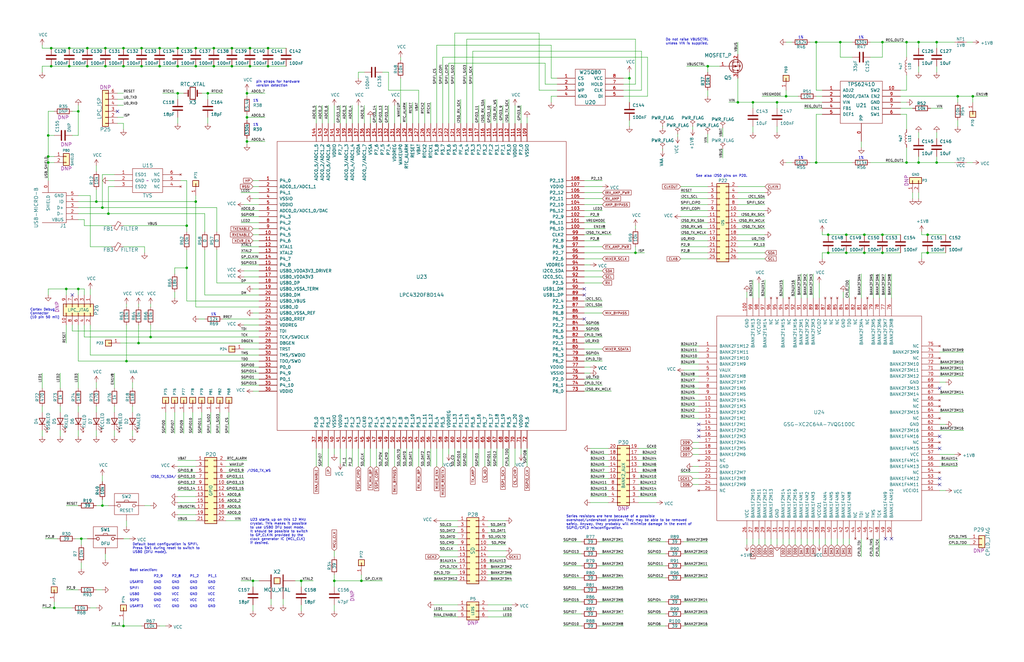
<source format=kicad_sch>
(kicad_sch (version 20211123) (generator eeschema)
  (paper "User" 431.8 279.4)
  (title_block (title "${TITLE}") (date "${DATE}") (rev "${VERSION}") (company "${COPYRIGHT}") (comment 1 "${LICENSE}"))
  (junction (at 34.29 227.33))
  (junction (at 354.33 17.78))
  (junction (at 29.21 27.94))
  (junction (at 311.15 43.18))
  (junction (at 20.32 68.58))
  (junction (at 127 245.11))
  (junction (at 106.68 245.11))
  (junction (at 344.17 68.58))
  (junction (at 267.97 106.68))
  (junction (at 90.17 27.94))
  (junction (at 391.16 106.68))
  (junction (at 331.47 40.64))
  (junction (at 67.31 20.32))
  (junction (at 394.97 17.78))
  (junction (at 52.07 264.16))
  (junction (at 20.32 66.04))
  (junction (at 403.86 40.64))
  (junction (at 33.02 121.92))
  (junction (at 372.11 99.06))
  (junction (at 27.94 121.92))
  (junction (at 74.93 27.94))
  (junction (at 113.03 20.32))
  (junction (at 63.5 142.24))
  (junction (at 52.07 27.94))
  (junction (at 67.31 27.94))
  (junction (at 349.25 106.68))
  (junction (at 36.83 27.94))
  (junction (at 33.02 46.99))
  (junction (at 74.93 39.37))
  (junction (at 364.49 106.68))
  (junction (at 82.55 20.32))
  (junction (at 113.03 27.94))
  (junction (at 78.74 113.03))
  (junction (at 87.63 39.37))
  (junction (at 82.55 27.94))
  (junction (at 372.11 17.78))
  (junction (at 82.55 85.09))
  (junction (at 53.34 152.4))
  (junction (at 298.45 27.94))
  (junction (at 59.69 20.32))
  (junction (at 44.45 20.32))
  (junction (at 58.42 144.78))
  (junction (at 317.5 43.18))
  (junction (at 78.74 95.25))
  (junction (at 43.18 87.63))
  (junction (at 387.35 68.58))
  (junction (at 387.35 17.78))
  (junction (at 97.79 20.32))
  (junction (at 74.93 20.32))
  (junction (at 104.14 39.37))
  (junction (at 105.41 27.94))
  (junction (at 59.69 27.94))
  (junction (at 21.59 20.32))
  (junction (at 152.4 245.11))
  (junction (at 29.21 20.32))
  (junction (at 36.83 20.32))
  (junction (at 140.97 245.11))
  (junction (at 97.79 27.94))
  (junction (at 364.49 99.06))
  (junction (at 20.32 57.15))
  (junction (at 382.27 17.78))
  (junction (at 43.18 213.36))
  (junction (at 356.87 106.68))
  (junction (at 391.16 99.06))
  (junction (at 45.72 90.17))
  (junction (at 382.27 68.58))
  (junction (at 105.41 20.32))
  (junction (at 52.07 20.32))
  (junction (at 104.14 49.53))
  (junction (at 394.97 68.58))
  (junction (at 44.45 27.94))
  (junction (at 372.11 106.68))
  (junction (at 344.17 17.78))
  (junction (at 349.25 99.06))
  (junction (at 40.64 85.09))
  (junction (at 327.66 43.18))
  (junction (at 21.59 27.94))
  (junction (at 265.43 33.02))
  (junction (at 356.87 99.06))
  (junction (at 22.86 256.54))
  (junction (at 90.17 20.32))
  (junction (at 410.21 40.64))
  (junction (at 104.14 59.69))
  (no_connect (at 396.24 204.47))
  (no_connect (at 246.38 134.62))
  (no_connect (at 396.24 184.15))
  (no_connect (at 294.64 181.61))
  (no_connect (at 49.53 46.99))
  (no_connect (at 294.64 184.15))
  (no_connect (at 246.38 121.92))
  (no_connect (at 246.38 124.46))
  (no_connect (at 396.24 163.83))
  (no_connect (at 294.64 179.07))
  (no_connect (at 375.92 227.33))
  (no_connect (at 396.24 189.23))
  (no_connect (at 30.48 124.46))
  (no_connect (at 396.24 201.93))
  (no_connect (at 373.38 227.33))
  (wire (pts (xy 246.38 129.54) (xy 254 129.54)))
  (wire (pts (xy 265.43 33.02) (xy 265.43 43.18)))
  (wire (pts (xy 176.53 196.85) (xy 176.53 189.23)))
  (wire (pts (xy 394.97 30.48) (xy 394.97 27.94)))
  (wire (pts (xy 181.61 43.18) (xy 181.61 52.07)))
  (wire (pts (xy 382.27 17.78) (xy 382.27 24.13)))
  (wire (pts (xy 127 245.11) (xy 132.08 245.11)))
  (wire (pts (xy 322.58 101.6) (xy 311.15 101.6)))
  (wire (pts (xy 58.42 137.16) (xy 58.42 144.78)))
  (wire (pts (xy 382.27 68.58) (xy 382.27 62.23)))
  (wire (pts (xy 20.32 121.92) (xy 27.94 121.92)))
  (wire (pts (xy 340.36 125.73) (xy 340.36 115.57)))
  (wire (pts (xy 111.76 59.69) (xy 104.14 59.69)))
  (wire (pts (xy 254 86.36) (xy 246.38 86.36)))
  (wire (pts (xy 368.3 125.73) (xy 368.3 115.57)))
  (wire (pts (xy 382.27 38.1) (xy 379.73 38.1)))
  (wire (pts (xy 322.58 125.73) (xy 322.58 118.11)))
  (wire (pts (xy 135.89 189.23) (xy 135.89 196.85)))
  (wire (pts (xy 78.74 113.03) (xy 78.74 127)))
  (wire (pts (xy 151.13 30.48) (xy 153.67 30.48)))
  (wire (pts (xy 201.93 189.23) (xy 201.93 196.85)))
  (wire (pts (xy 246.38 99.06) (xy 257.81 99.06)))
  (wire (pts (xy 49.53 41.91) (xy 52.07 41.91)))
  (wire (pts (xy 102.87 199.39) (xy 95.25 199.39)))
  (wire (pts (xy 179.07 189.23) (xy 179.07 196.85)))
  (wire (pts (xy 222.25 189.23) (xy 222.25 196.85)))
  (wire (pts (xy 27.94 121.92) (xy 27.94 124.46)))
  (wire (pts (xy 280.67 264.16) (xy 273.05 264.16)))
  (wire (pts (xy 199.39 189.23) (xy 199.39 196.85)))
  (wire (pts (xy 109.22 109.22) (xy 101.6 109.22)))
  (wire (pts (xy 372.11 17.78) (xy 382.27 17.78)))
  (wire (pts (xy 30.48 137.16) (xy 30.48 139.7)))
  (wire (pts (xy 248.92 201.93) (xy 256.54 201.93)))
  (wire (pts (xy 354.33 24.13) (xy 359.41 24.13)))
  (wire (pts (xy 29.21 20.32) (xy 36.83 20.32)))
  (wire (pts (xy 353.06 227.33) (xy 353.06 229.87)))
  (wire (pts (xy 232.41 19.05) (xy 184.15 19.05)))
  (wire (pts (xy 185.42 237.49) (xy 193.04 237.49)))
  (wire (pts (xy 207.01 189.23) (xy 207.01 196.85)))
  (wire (pts (xy 171.45 196.85) (xy 171.45 189.23)))
  (wire (pts (xy 379.73 40.64) (xy 403.86 40.64)))
  (wire (pts (xy 29.21 27.94) (xy 36.83 27.94)))
  (wire (pts (xy 246.38 106.68) (xy 267.97 106.68)))
  (wire (pts (xy 153.67 189.23) (xy 153.67 196.85)))
  (wire (pts (xy 109.22 99.06) (xy 106.68 99.06)))
  (wire (pts (xy 394.97 68.58) (xy 402.59 68.58)))
  (wire (pts (xy 322.58 83.82) (xy 311.15 83.82)))
  (wire (pts (xy 104.14 39.37) (xy 104.14 40.64)))
  (wire (pts (xy 21.59 20.32) (xy 29.21 20.32)))
  (wire (pts (xy 267.97 106.68) (xy 271.78 106.68)))
  (wire (pts (xy 279.4 62.865) (xy 279.4 63.5)))
  (wire (pts (xy 267.97 95.25) (xy 267.97 96.52)))
  (wire (pts (xy 367.03 68.58) (xy 382.27 68.58)))
  (wire (pts (xy 354.33 17.78) (xy 354.33 24.13)))
  (wire (pts (xy 273.05 40.64) (xy 262.89 40.64)))
  (wire (pts (xy 33.02 85.09) (xy 40.64 85.09)))
  (wire (pts (xy 33.02 121.92) (xy 35.56 121.92)))
  (wire (pts (xy 307.34 43.18) (xy 311.15 43.18)))
  (wire (pts (xy 17.78 19.05) (xy 17.78 20.32)))
  (wire (pts (xy 49.53 49.53) (xy 52.07 49.53)))
  (wire (pts (xy 322.58 227.33) (xy 322.58 229.87)))
  (wire (pts (xy 246.38 165.1) (xy 257.81 165.1)))
  (wire (pts (xy 85.09 182.88) (xy 85.09 173.99)))
  (wire (pts (xy 269.24 196.85) (xy 276.86 196.85)))
  (wire (pts (xy 294.64 176.53) (xy 287.02 176.53)))
  (wire (pts (xy 342.9 125.73) (xy 342.9 115.57)))
  (wire (pts (xy 246.38 93.98) (xy 255.27 93.98)))
  (wire (pts (xy 246.38 83.82) (xy 254 83.82)))
  (wire (pts (xy 287.02 163.83) (xy 294.64 163.83)))
  (wire (pts (xy 90.17 27.94) (xy 97.79 27.94)))
  (wire (pts (xy 246.38 139.7) (xy 252.73 139.7)))
  (wire (pts (xy 410.21 40.64) (xy 416.56 40.64)))
  (wire (pts (xy 153.67 44.45) (xy 153.67 52.07)))
  (wire (pts (xy 82.55 217.17) (xy 74.93 217.17)))
  (wire (pts (xy 288.29 243.84) (xy 298.45 243.84)))
  (wire (pts (xy 248.92 191.77) (xy 256.54 191.77)))
  (wire (pts (xy 20.32 57.15) (xy 22.86 57.15)))
  (wire (pts (xy 82.55 199.39) (xy 74.93 199.39)))
  (wire (pts (xy 331.47 40.64) (xy 336.55 40.64)))
  (wire (pts (xy 367.03 24.13) (xy 372.11 24.13)))
  (wire (pts (xy 38.1 121.92) (xy 38.1 124.46)))
  (wire (pts (xy 58.42 144.78) (xy 109.22 144.78)))
  (wire (pts (xy 280.67 243.84) (xy 273.05 243.84)))
  (wire (pts (xy 43.18 213.36) (xy 43.18 210.82)))
  (wire (pts (xy 33.02 213.36) (xy 27.94 213.36)))
  (wire (pts (xy 205.74 242.57) (xy 215.9 242.57)))
  (wire (pts (xy 152.4 245.11) (xy 161.29 245.11)))
  (wire (pts (xy 334.01 68.58) (xy 331.47 68.58)))
  (wire (pts (xy 55.88 161.29) (xy 55.88 163.83)))
  (wire (pts (xy 227.33 38.1) (xy 234.95 38.1)))
  (wire (pts (xy 151.13 44.45) (xy 151.13 52.07)))
  (wire (pts (xy 43.18 248.92) (xy 40.64 248.92)))
  (wire (pts (xy 245.11 243.84) (xy 237.49 243.84)))
  (wire (pts (xy 48.26 157.48) (xy 48.26 163.83)))
  (wire (pts (xy 252.73 238.76) (xy 262.89 238.76)))
  (wire (pts (xy 311.15 86.36) (xy 322.58 86.36)))
  (wire (pts (xy 394.97 17.78) (xy 402.59 17.78)))
  (wire (pts (xy 292.1 53.34) (xy 292.1 54.61)))
  (wire (pts (xy 82.55 27.94) (xy 90.17 27.94)))
  (wire (pts (xy 246.38 96.52) (xy 255.27 96.52)))
  (wire (pts (xy 33.02 171.45) (xy 33.02 173.99)))
  (wire (pts (xy 407.67 17.78) (xy 410.21 17.78)))
  (wire (pts (xy 74.93 194.31) (xy 82.55 194.31)))
  (wire (pts (xy 245.11 248.92) (xy 237.49 248.92)))
  (wire (pts (xy 40.64 256.54) (xy 38.1 256.54)))
  (wire (pts (xy 90.17 20.32) (xy 97.79 20.32)))
  (wire (pts (xy 288.29 259.08) (xy 298.45 259.08)))
  (wire (pts (xy 214.63 189.23) (xy 214.63 196.85)))
  (wire (pts (xy 331.47 38.1) (xy 331.47 40.64)))
  (wire (pts (xy 81.28 182.88) (xy 81.28 173.99)))
  (wire (pts (xy 382.27 43.18) (xy 379.73 43.18)))
  (wire (pts (xy 408.94 229.87) (xy 400.05 229.87)))
  (wire (pts (xy 280.67 228.6) (xy 273.05 228.6)))
  (wire (pts (xy 256.54 199.39) (xy 248.92 199.39)))
  (wire (pts (xy 384.81 45.72) (xy 379.73 45.72)))
  (wire (pts (xy 46.99 264.16) (xy 52.07 264.16)))
  (wire (pts (xy 104.14 60.96) (xy 104.14 59.69)))
  (wire (pts (xy 287.02 173.99) (xy 294.64 173.99)))
  (wire (pts (xy 63.5 142.24) (xy 109.22 142.24)))
  (wire (pts (xy 102.87 114.3) (xy 109.22 114.3)))
  (wire (pts (xy 60.96 213.36) (xy 63.5 213.36)))
  (wire (pts (xy 73.66 113.03) (xy 73.66 115.57)))
  (wire (pts (xy 246.38 132.08) (xy 254 132.08)))
  (wire (pts (xy 82.55 209.55) (xy 74.93 209.55)))
  (wire (pts (xy 181.61 189.23) (xy 181.61 196.85)))
  (wire (pts (xy 156.21 189.23) (xy 156.21 196.85)))
  (wire (pts (xy 87.63 52.07) (xy 87.63 49.53)))
  (wire (pts (xy 78.74 76.2) (xy 78.74 95.25)))
  (wire (pts (xy 252.73 254) (xy 262.89 254)))
  (wire (pts (xy 349.25 106.68) (xy 356.87 106.68)))
  (wire (pts (xy 396.24 179.07) (xy 398.78 179.07)))
  (wire (pts (xy 367.03 17.78) (xy 372.11 17.78)))
  (wire (pts (xy 288.29 264.16) (xy 298.45 264.16)))
  (wire (pts (xy 17.78 256.54) (xy 22.86 256.54)))
  (wire (pts (xy 252.73 233.68) (xy 262.89 233.68)))
  (wire (pts (xy 387.35 17.78) (xy 387.35 20.32)))
  (wire (pts (xy 30.48 46.99) (xy 33.02 46.99)))
  (wire (pts (xy 322.58 81.28) (xy 311.15 81.28)))
  (wire (pts (xy 327.66 43.18) (xy 346.71 43.18)))
  (wire (pts (xy 138.43 52.07) (xy 138.43 44.45)))
  (wire (pts (xy 396.24 148.59) (xy 406.4 148.59)))
  (wire (pts (xy 276.86 209.55) (xy 269.24 209.55)))
  (wire (pts (xy 185.42 219.71) (xy 193.04 219.71)))
  (wire (pts (xy 138.43 196.85) (xy 138.43 189.23)))
  (wire (pts (xy 212.09 52.07) (xy 212.09 44.45)))
  (wire (pts (xy 280.67 233.68) (xy 273.05 233.68)))
  (wire (pts (xy 294.64 158.75) (xy 287.02 158.75)))
  (wire (pts (xy 317.5 227.33) (xy 317.5 229.87)))
  (wire (pts (xy 143.51 52.07) (xy 143.51 44.45)))
  (wire (pts (xy 78.74 105.41) (xy 78.74 113.03)))
  (wire (pts (xy 176.53 38.1) (xy 176.53 52.07)))
  (wire (pts (xy 248.92 207.01) (xy 256.54 207.01)))
  (wire (pts (xy 109.22 78.74) (xy 106.68 78.74)))
  (wire (pts (xy 317.5 43.18) (xy 327.66 43.18)))
  (wire (pts (xy 152.4 242.57) (xy 152.4 245.11)))
  (wire (pts (xy 82.55 20.32) (xy 90.17 20.32)))
  (wire (pts (xy 294.64 171.45) (xy 287.02 171.45)))
  (wire (pts (xy 140.97 191.77) (xy 140.97 189.23)))
  (wire (pts (xy 101.6 111.76) (xy 109.22 111.76)))
  (wire (pts (xy 127 247.65) (xy 127 245.11)))
  (wire (pts (xy 96.52 182.88) (xy 96.52 173.99)))
  (wire (pts (xy 20.32 66.04) (xy 20.32 68.58)))
  (wire (pts (xy 74.93 201.93) (xy 82.55 201.93)))
  (wire (pts (xy 205.74 229.87) (xy 213.36 229.87)))
  (wire (pts (xy 163.83 30.48) (xy 163.83 38.1)))
  (wire (pts (xy 344.17 40.64) (xy 346.71 40.64)))
  (wire (pts (xy 288.29 156.21) (xy 294.64 156.21)))
  (wire (pts (xy 215.9 260.35) (xy 205.74 260.35)))
  (wire (pts (xy 358.14 227.33) (xy 358.14 229.87)))
  (wire (pts (xy 254 127) (xy 246.38 127)))
  (wire (pts (xy 109.22 162.56) (xy 101.6 162.56)))
  (wire (pts (xy 17.78 181.61) (xy 17.78 184.15)))
  (wire (pts (xy 327.66 43.18) (xy 327.66 45.72)))
  (wire (pts (xy 287.02 91.44) (xy 298.45 91.44)))
  (wire (pts (xy 163.83 52.07) (xy 163.83 44.45)))
  (wire (pts (xy 273.05 238.76) (xy 280.67 238.76)))
  (wire (pts (xy 287.02 106.68) (xy 298.45 106.68)))
  (wire (pts (xy 322.58 106.68) (xy 311.15 106.68)))
  (wire (pts (xy 43.18 213.36) (xy 45.72 213.36)))
  (wire (pts (xy 347.98 227.33) (xy 347.98 229.87)))
  (wire (pts (xy 20.32 121.92) (xy 20.32 124.46)))
  (wire (pts (xy 396.24 173.99) (xy 406.4 173.99)))
  (wire (pts (xy 215.9 245.11) (xy 205.74 245.11)))
  (wire (pts (xy 60.96 104.14) (xy 60.96 106.68)))
  (wire (pts (xy 246.38 101.6) (xy 252.73 101.6)))
  (wire (pts (xy 168.91 24.13) (xy 168.91 25.4)))
  (wire (pts (xy 294.64 151.13) (xy 287.02 151.13)))
  (wire (pts (xy 73.66 125.73) (xy 73.66 123.19)))
  (wire (pts (xy 74.93 39.37) (xy 77.47 39.37)))
  (wire (pts (xy 254 76.2) (xy 246.38 76.2)))
  (wire (pts (xy 245.11 259.08) (xy 237.49 259.08)))
  (wire (pts (xy 314.96 125.73) (xy 314.96 123.19)))
  (wire (pts (xy 101.6 88.9) (xy 109.22 88.9)))
  (wire (pts (xy 334.01 17.78) (xy 331.47 17.78)))
  (wire (pts (xy 166.37 44.45) (xy 166.37 52.07)))
  (wire (pts (xy 384.81 83.82) (xy 384.81 81.28)))
  (wire (pts (xy 294.64 186.69) (xy 292.1 186.69)))
  (wire (pts (xy 25.4 181.61) (xy 25.4 184.15)))
  (wire (pts (xy 246.38 142.24) (xy 254 142.24)))
  (wire (pts (xy 95.25 209.55) (xy 101.6 209.55)))
  (wire (pts (xy 20.32 66.04) (xy 22.86 66.04)))
  (wire (pts (xy 33.02 152.4) (xy 33.02 137.16)))
  (wire (pts (xy 21.59 27.94) (xy 29.21 27.94)))
  (wire (pts (xy 182.88 242.57) (xy 193.04 242.57)))
  (wire (pts (xy 298.45 27.94) (xy 303.53 27.94)))
  (wire (pts (xy 311.15 22.86) (xy 311.15 17.78)))
  (wire (pts (xy 246.38 88.9) (xy 254 88.9)))
  (wire (pts (xy 63.5 137.16) (xy 63.5 142.24)))
  (wire (pts (xy 34.29 227.33) (xy 36.83 227.33)))
  (wire (pts (xy 45.72 78.74) (xy 45.72 90.17)))
  (wire (pts (xy 287.02 83.82) (xy 298.45 83.82)))
  (wire (pts (xy 40.64 80.01) (xy 40.64 85.09)))
  (wire (pts (xy 398.78 207.01) (xy 396.24 207.01)))
  (wire (pts (xy 113.03 27.94) (xy 120.65 27.94)))
  (wire (pts (xy 314.96 229.87) (xy 314.96 227.33)))
  (wire (pts (xy 49.53 44.45) (xy 52.07 44.45)))
  (wire (pts (xy 394.97 68.58) (xy 394.97 66.04)))
  (wire (pts (xy 248.92 154.94) (xy 246.38 154.94)))
  (wire (pts (xy 191.77 13.97) (xy 191.77 52.07)))
  (wire (pts (xy 95.25 207.01) (xy 102.87 207.01)))
  (wire (pts (xy 388.62 106.68) (xy 388.62 109.22)))
  (wire (pts (xy 382.27 68.58) (xy 387.35 68.58)))
  (wire (pts (xy 403.86 40.64) (xy 410.21 40.64)))
  (wire (pts (xy 40.64 163.83) (xy 40.64 161.29)))
  (wire (pts (xy 322.58 91.44) (xy 311.15 91.44)))
  (wire (pts (xy 40.64 85.09) (xy 82.55 85.09)))
  (wire (pts (xy 102.87 116.84) (xy 109.22 116.84)))
  (wire (pts (xy 294.64 204.47) (xy 292.1 204.47)))
  (wire (pts (xy 209.55 189.23) (xy 209.55 196.85)))
  (wire (pts (xy 44.45 236.22) (xy 44.45 233.68)))
  (wire (pts (xy 387.35 83.82) (xy 387.35 81.28)))
  (wire (pts (xy 35.56 121.92) (xy 35.56 124.46)))
  (wire (pts (xy 20.32 68.58) (xy 20.32 76.2)))
  (wire (pts (xy 74.93 20.32) (xy 82.55 20.32)))
  (wire (pts (xy 34.29 229.87) (xy 34.29 227.33)))
  (wire (pts (xy 52.07 264.16) (xy 59.69 264.16)))
  (wire (pts (xy 95.25 214.63) (xy 101.6 214.63)))
  (wire (pts (xy 106.68 257.81) (xy 106.68 255.27)))
  (wire (pts (xy 194.31 189.23) (xy 194.31 196.85)))
  (wire (pts (xy 158.75 189.23) (xy 158.75 196.85)))
  (wire (pts (xy 140.97 257.81) (xy 140.97 255.27)))
  (wire (pts (xy 344.17 48.26) (xy 346.71 48.26)))
  (wire (pts (xy 196.85 189.23) (xy 196.85 196.85)))
  (wire (pts (xy 363.22 115.57) (xy 363.22 125.73)))
  (wire (pts (xy 109.22 149.86) (xy 38.1 149.86)))
  (wire (pts (xy 322.58 88.9) (xy 311.15 88.9)))
  (wire (pts (xy 304.8 57.785) (xy 304.8 53.975)))
  (wire (pts (xy 36.83 20.32) (xy 44.45 20.32)))
  (wire (pts (xy 396.24 158.75) (xy 406.4 158.75)))
  (wire (pts (xy 52.07 261.62) (xy 52.07 264.16)))
  (wire (pts (xy 31.75 227.33) (xy 34.29 227.33)))
  (wire (pts (xy 387.35 30.48) (xy 387.35 27.94)))
  (wire (pts (xy 69.85 182.88) (xy 69.85 173.99)))
  (wire (pts (xy 217.17 189.23) (xy 217.17 196.85)))
  (wire (pts (xy 248.92 111.76) (xy 246.38 111.76)))
  (wire (pts (xy 364.49 99.06) (xy 372.11 99.06)))
  (wire (pts (xy 280.67 254) (xy 273.05 254)))
  (wire (pts (xy 285.75 56.515) (xy 285.75 57.785)))
  (wire (pts (xy 186.69 24.13) (xy 186.69 52.07)))
  (wire (pts (xy 213.36 237.49) (xy 205.74 237.49)))
  (wire (pts (xy 140.97 245.11) (xy 152.4 245.11)))
  (wire (pts (xy 294.64 166.37) (xy 287.02 166.37)))
  (wire (pts (xy 35.56 137.16) (xy 35.56 142.24)))
  (wire (pts (xy 205.74 227.33) (xy 213.36 227.33)))
  (wire (pts (xy 91.44 87.63) (xy 91.44 97.79)))
  (wire (pts (xy 341.63 17.78) (xy 344.17 17.78)))
  (wire (pts (xy 33.02 157.48) (xy 33.02 163.83)))
  (wire (pts (xy 104.14 59.69) (xy 104.14 58.42)))
  (wire (pts (xy 273.05 24.13) (xy 273.05 40.64)))
  (wire (pts (xy 252.73 259.08) (xy 262.89 259.08)))
  (wire (pts (xy 87.63 39.37) (xy 87.63 41.91)))
  (wire (pts (xy 317.5 43.18) (xy 317.5 45.72)))
  (wire (pts (xy 193.04 232.41) (xy 185.42 232.41)))
  (wire (pts (xy 246.38 160.02) (xy 252.73 160.02)))
  (wire (pts (xy 364.49 106.68) (xy 372.11 106.68)))
  (wire (pts (xy 363.22 62.23) (xy 363.22 59.69)))
  (wire (pts (xy 344.17 17.78) (xy 354.33 17.78)))
  (wire (pts (xy 407.67 68.58) (xy 410.21 68.58)))
  (wire (pts (xy 106.68 247.65) (xy 106.68 245.11)))
  (wire (pts (xy 193.04 234.95) (xy 185.42 234.95)))
  (wire (pts (xy 74.93 207.01) (xy 82.55 207.01)))
  (wire (pts (xy 102.87 137.16) (xy 109.22 137.16)))
  (wire (pts (xy 356.87 106.68) (xy 364.49 106.68)))
  (wire (pts (xy 245.11 238.76) (xy 237.49 238.76)))
  (wire (pts (xy 148.59 189.23) (xy 148.59 196.85)))
  (wire (pts (xy 43.18 200.66) (xy 43.18 203.2)))
  (wire (pts (xy 30.48 139.7) (xy 109.22 139.7)))
  (wire (pts (xy 189.23 191.77) (xy 189.23 189.23)))
  (wire (pts (xy 391.16 99.06) (xy 398.78 99.06)))
  (wire (pts (xy 34.29 240.03) (xy 34.29 237.49)))
  (wire (pts (xy 151.13 33.02) (xy 151.13 30.48)))
  (wire (pts (xy 102.87 86.36) (xy 109.22 86.36)))
  (wire (pts (xy 25.4 157.48) (xy 25.4 163.83)))
  (wire (pts (xy 104.14 49.53) (xy 104.14 50.8)))
  (wire (pts (xy 74.93 39.37) (xy 74.93 41.91)))
  (wire (pts (xy 320.04 125.73) (xy 320.04 119.38)))
  (wire (pts (xy 287.02 109.22) (xy 298.45 109.22)))
  (wire (pts (xy 67.31 27.94) (xy 74.93 27.94)))
  (wire (pts (xy 246.38 144.78) (xy 252.73 144.78)))
  (wire (pts (xy 232.41 43.18) (xy 232.41 40.64)))
  (wire (pts (xy 33.02 152.4) (xy 53.34 152.4)))
  (wire (pts (xy 17.78 20.32) (xy 21.59 20.32)))
  (wire (pts (xy 78.74 113.03) (xy 73.66 113.03)))
  (wire (pts (xy 156.21 49.53) (xy 156.21 52.07)))
  (wire (pts (xy 254 116.84) (xy 246.38 116.84)))
  (wire (pts (xy 82.55 129.54) (xy 109.22 129.54)))
  (wire (pts (xy 396.24 194.31) (xy 403.86 194.31)))
  (wire (pts (xy 106.68 76.2) (xy 109.22 76.2)))
  (wire (pts (xy 254 78.74) (xy 246.38 78.74)))
  (wire (pts (xy 193.04 222.25) (xy 185.42 222.25)))
  (wire (pts (xy 24.13 227.33) (xy 19.05 227.33)))
  (wire (pts (xy 101.6 219.71) (xy 95.25 219.71)))
  (wire (pts (xy 95.25 212.09) (xy 101.6 212.09)))
  (wire (pts (xy 193.04 229.87) (xy 185.42 229.87)))
  (wire (pts (xy 287.02 88.9) (xy 298.45 88.9)))
  (wire (pts (xy 388.62 106.68) (xy 391.16 106.68)))
  (wire (pts (xy 91.44 105.41) (xy 91.44 119.38)))
  (wire (pts (xy 335.28 125.73) (xy 335.28 118.11)))
  (wire (pts (xy 287.02 199.39) (xy 294.64 199.39)))
  (wire (pts (xy 370.84 227.33) (xy 370.84 234.95)))
  (wire (pts (xy 59.69 27.94) (xy 67.31 27.94)))
  (wire (pts (xy 276.86 199.39) (xy 269.24 199.39)))
  (wire (pts (xy 102.87 196.85) (xy 95.25 196.85)))
  (wire (pts (xy 387.35 68.58) (xy 394.97 68.58)))
  (wire (pts (xy 335.28 227.33) (xy 335.28 229.87)))
  (wire (pts (xy 311.15 33.02) (xy 311.15 43.18)))
  (wire (pts (xy 40.64 171.45) (xy 40.64 173.99)))
  (wire (pts (xy 254 81.28) (xy 246.38 81.28)))
  (wire (pts (xy 349.25 99.06) (xy 356.87 99.06)))
  (wire (pts (xy 55.88 181.61) (xy 55.88 184.15)))
  (wire (pts (xy 403.86 43.18) (xy 403.86 40.64)))
  (wire (pts (xy 209.55 52.07) (xy 209.55 41.91)))
  (wire (pts (xy 372.11 99.06) (xy 379.73 99.06)))
  (wire (pts (xy 245.11 233.68) (xy 237.49 233.68)))
  (wire (pts (xy 182.88 255.27) (xy 193.04 255.27)))
  (wire (pts (xy 204.47 196.85) (xy 204.47 189.23)))
  (wire (pts (xy 294.64 196.85) (xy 292.1 196.85)))
  (wire (pts (xy 109.22 93.98) (xy 101.6 93.98)))
  (wire (pts (xy 337.82 125.73) (xy 337.82 115.57)))
  (wire (pts (xy 161.29 52.07) (xy 161.29 44.45)))
  (wire (pts (xy 246.38 149.86) (xy 252.73 149.86)))
  (wire (pts (xy 232.41 40.64) (xy 234.95 40.64)))
  (wire (pts (xy 35.56 95.25) (xy 35.56 92.71)))
  (wire (pts (xy 330.2 125.73) (xy 330.2 118.11)))
  (wire (pts (xy 375.92 115.57) (xy 375.92 125.73)))
  (wire (pts (xy 287.02 101.6) (xy 298.45 101.6)))
  (wire (pts (xy 53.34 128.27) (xy 53.34 129.54)))
  (wire (pts (xy 17.78 163.83) (xy 17.78 157.48)))
  (wire (pts (xy 207.01 52.07) (xy 207.01 44.45)))
  (wire (pts (xy 205.74 224.79) (xy 213.36 224.79)))
  (wire (pts (xy 298.45 96.52) (xy 287.02 96.52)))
  (wire (pts (xy 276.86 191.77) (xy 269.24 191.77)))
  (wire (pts (xy 372.11 24.13) (xy 372.11 17.78)))
  (wire (pts (xy 193.04 227.33) (xy 185.42 227.33)))
  (wire (pts (xy 396.24 153.67) (xy 406.4 153.67)))
  (wire (pts (xy 109.22 96.52) (xy 106.68 96.52)))
  (wire (pts (xy 25.4 171.45) (xy 25.4 173.99)))
  (wire (pts (xy 215.9 240.03) (xy 205.74 240.03)))
  (wire (pts (xy 143.51 195.58) (xy 143.51 189.23)))
  (wire (pts (xy 322.58 78.74) (xy 311.15 78.74)))
  (wire (pts (xy 17.78 171.45) (xy 17.78 173.99)))
  (wire (pts (xy 86.36 105.41) (xy 86.36 124.46)))
  (wire (pts (xy 363.22 227.33) (xy 363.22 234.95)))
  (wire (pts (xy 245.11 254) (xy 237.49 254)))
  (wire (pts (xy 219.71 52.07) (xy 219.71 44.45)))
  (wire (pts (xy 346.71 38.1) (xy 344.17 38.1)))
  (wire (pts (xy 317.5 125.73) (xy 317.5 118.11)))
  (wire (pts (xy 267.97 16.51) (xy 267.97 35.56)))
  (wire (pts (xy 33.02 90.17) (xy 45.72 90.17)))
  (wire (pts (xy 256.54 194.31) (xy 248.92 194.31)))
  (wire (pts (xy 92.71 182.88) (xy 92.71 173.99)))
  (wire (pts (xy 104.14 194.31) (xy 95.25 194.31)))
  (wire (pts (xy 256.54 209.55) (xy 248.92 209.55)))
  (wire (pts (xy 248.92 212.09) (xy 256.54 212.09)))
  (wire (pts (xy 252.73 264.16) (xy 262.89 264.16)))
  (wire (pts (xy 354.33 17.78) (xy 359.41 17.78)))
  (wire (pts (xy 267.97 35.56) (xy 262.89 35.56)))
  (wire (pts (xy 93.98 134.62) (xy 109.22 134.62)))
  (wire (pts (xy 67.31 20.32) (xy 74.93 20.32)))
  (wire (pts (xy 344.17 68.58) (xy 359.41 68.58)))
  (wire (pts (xy 287.02 99.06) (xy 298.45 99.06)))
  (wire (pts (xy 109.22 106.68) (xy 101.6 106.68)))
  (wire (pts (xy 262.89 33.02) (xy 265.43 33.02)))
  (wire (pts (xy 270.51 21.59) (xy 270.51 38.1)))
  (wire (pts (xy 265.43 53.34) (xy 265.43 50.8)))
  (wire (pts (xy 344.17 68.58) (xy 344.17 48.26)))
  (wire (pts (xy 20.32 57.15) (xy 20.32 66.04)))
  (wire (pts (xy 229.87 35.56) (xy 234.95 35.56)))
  (wire (pts (xy 40.64 181.61) (xy 40.64 184.15)))
  (wire (pts (xy 287.02 168.91) (xy 294.64 168.91)))
  (wire (pts (xy 88.9 182.88) (xy 88.9 173.99)))
  (wire (pts (xy 322.58 99.06) (xy 311.15 99.06)))
  (wire (pts (xy 256.54 189.23) (xy 248.92 189.23)))
  (wire (pts (xy 246.38 162.56) (xy 254 162.56)))
  (wire (pts (xy 396.24 156.21) (xy 406.4 156.21)))
  (wire (pts (xy 106.68 83.82) (xy 109.22 83.82)))
  (wire (pts (xy 168.91 33.02) (xy 168.91 52.07)))
  (wire (pts (xy 254 147.32) (xy 246.38 147.32)))
  (wire (pts (xy 146.05 189.23) (xy 146.05 196.85)))
  (wire (pts (xy 339.09 45.72) (xy 346.71 45.72)))
  (wire (pts (xy 109.22 101.6) (xy 106.68 101.6)))
  (wire (pts (xy 294.64 191.77) (xy 292.1 191.77)))
  (wire (pts (xy 52.07 227.33) (xy 54.61 227.33)))
  (wire (pts (xy 394.97 17.78) (xy 394.97 20.32)))
  (wire (pts (xy 36.83 27.94) (xy 44.45 27.94)))
  (wire (pts (xy 48.26 78.74) (xy 45.72 78.74)))
  (wire (pts (xy 50.8 144.78) (xy 58.42 144.78)))
  (wire (pts (xy 265.43 30.48) (xy 265.43 33.02)))
  (wire (pts (xy 321.31 40.64) (xy 331.47 40.64)))
  (wire (pts (xy 73.66 182.88) (xy 73.66 173.99)))
  (wire (pts (xy 288.29 228.6) (xy 298.45 228.6)))
  (wire (pts (xy 304.8 66.675) (xy 304.8 62.865)))
  (wire (pts (xy 410.21 40.64) (xy 410.21 43.18)))
  (wire (pts (xy 396.24 161.29) (xy 398.78 161.29)))
  (wire (pts (xy 246.38 91.44) (xy 252.73 91.44)))
  (wire (pts (xy 105.41 27.94) (xy 113.03 27.94)))
  (wire (pts (xy 105.41 20.32) (xy 113.03 20.32)))
  (wire (pts (xy 127 257.81) (xy 127 255.27)))
  (wire (pts (xy 287.02 104.14) (xy 298.45 104.14)))
  (wire (pts (xy 373.38 125.73) (xy 373.38 115.57)))
  (wire (pts (xy 391.16 106.68) (xy 398.78 106.68)))
  (wire (pts (xy 179.07 52.07) (xy 179.07 43.18)))
  (wire (pts (xy 102.87 204.47) (xy 95.25 204.47)))
  (wire (pts (xy 294.64 146.05) (xy 287.02 146.05)))
  (wire (pts (xy 109.22 81.28) (xy 101.6 81.28)))
  (wire (pts (xy 135.89 44.45) (xy 135.89 52.07)))
  (wire (pts (xy 368.3 227.33) (xy 368.3 234.95)))
  (wire (pts (xy 358.14 125.73) (xy 358.14 118.11)))
  (wire (pts (xy 53.34 219.71) (xy 53.34 222.25)))
  (wire (pts (xy 109.22 154.94) (xy 101.6 154.94)))
  (wire (pts (xy 396.24 196.85) (xy 403.86 196.85)))
  (wire (pts (xy 248.92 157.48) (xy 246.38 157.48)))
  (wire (pts (xy 322.58 104.14) (xy 311.15 104.14)))
  (wire (pts (xy 68.58 39.37) (xy 74.93 39.37)))
  (wire (pts (xy 151.13 196.85) (xy 151.13 189.23)))
  (wire (pts (xy 408.94 227.33) (xy 400.05 227.33)))
  (wire (pts (xy 196.85 16.51) (xy 267.97 16.51)))
  (wire (pts (xy 227.33 13.97) (xy 227.33 38.1)))
  (wire (pts (xy 191.77 189.23) (xy 191.77 196.85)))
  (wire (pts (xy 53.34 152.4) (xy 109.22 152.4)))
  (wire (pts (xy 270.51 38.1) (xy 262.89 38.1)))
  (wire (pts (xy 27.94 137.16) (xy 27.94 144.78)))
  (wire (pts (xy 53.34 137.16) (xy 53.34 152.4)))
  (wire (pts (xy 327.66 229.87) (xy 327.66 227.33)))
  (wire (pts (xy 289.56 27.94) (xy 298.45 27.94)))
  (wire (pts (xy 33.02 87.63) (xy 43.18 87.63)))
  (wire (pts (xy 330.2 227.33) (xy 330.2 229.87)))
  (wire (pts (xy 78.74 127) (xy 109.22 127)))
  (wire (pts (xy 196.85 52.07) (xy 196.85 16.51)))
  (wire (pts (xy 22.86 254) (xy 22.86 256.54)))
  (wire (pts (xy 146.05 44.45) (xy 146.05 52.07)))
  (wire (pts (xy 325.12 227.33) (xy 325.12 229.87)))
  (wire (pts (xy 193.04 240.03) (xy 185.42 240.03)))
  (wire (pts (xy 43.18 73.66) (xy 48.26 73.66)))
  (wire (pts (xy 298.45 86.36) (xy 287.02 86.36)))
  (wire (pts (xy 97.79 27.94) (xy 105.41 27.94)))
  (wire (pts (xy 140.97 234.95) (xy 140.97 232.41)))
  (wire (pts (xy 182.88 245.11) (xy 193.04 245.11)))
  (wire (pts (xy 245.11 228.6) (xy 237.49 228.6)))
  (wire (pts (xy 370.84 115.57) (xy 370.84 125.73)))
  (wire (pts (xy 287.02 148.59) (xy 294.64 148.59)))
  (wire (pts (xy 133.35 189.23) (xy 133.35 196.85)))
  (wire (pts (xy 67.31 264.16) (xy 69.85 264.16)))
  (wire (pts (xy 346.71 97.79) (xy 346.71 99.06)))
  (wire (pts (xy 86.36 90.17) (xy 86.36 97.79)))
  (wire (pts (xy 124.46 245.11) (xy 127 245.11)))
  (wire (pts (xy 217.17 44.45) (xy 217.17 52.07)))
  (wire (pts (xy 52.07 104.14) (xy 60.96 104.14)))
  (wire (pts (xy 163.83 189.23) (xy 163.83 196.85)))
  (wire (pts (xy 246.38 152.4) (xy 254 152.4)))
  (wire (pts (xy 104.14 49.53) (xy 111.76 49.53)))
  (wire (pts (xy 106.68 121.92) (xy 109.22 121.92)))
  (wire (pts (xy 101.6 104.14) (xy 109.22 104.14)))
  (wire (pts (xy 342.9 227.33) (xy 342.9 229.87)))
  (wire (pts (xy 219.71 191.77) (xy 219.71 189.23)))
  (wire (pts (xy 161.29 189.23) (xy 161.29 196.85)))
  (wire (pts (xy 248.92 196.85) (xy 256.54 196.85)))
  (wire (pts (xy 48.26 171.45) (xy 48.26 173.99)))
  (wire (pts (xy 252.73 228.6) (xy 262.89 228.6)))
  (wire (pts (xy 234.95 33.02) (xy 232.41 33.02)))
  (wire (pts (xy 109.22 157.48) (xy 101.6 157.48)))
  (wire (pts (xy 20.32 46.99) (xy 20.32 57.15)))
  (wire (pts (xy 320.04 227.33) (xy 320.04 229.87)))
  (wire (pts (xy 269.24 207.01) (xy 276.86 207.01)))
  (wire (pts (xy 82.55 214.63) (xy 74.93 214.63)))
  (wire (pts (xy 45.72 76.2) (xy 48.26 76.2)))
  (wire (pts (xy 43.18 87.63) (xy 91.44 87.63)))
  (wire (pts (xy 346.71 99.06) (xy 349.25 99.06)))
  (wire (pts (xy 44.45 20.32) (xy 52.07 20.32)))
  (wire (pts (xy 49.53 39.37) (xy 52.07 39.37)))
  (wire (pts (xy 82.55 212.09) (xy 74.93 212.09)))
  (wire (pts (xy 82.55 85.09) (xy 82.55 129.54)))
  (wire (pts (xy 276.86 212.09) (xy 269.24 212.09)))
  (wire (pts (xy 294.64 189.23) (xy 292.1 189.23)))
  (wire (pts (xy 166.37 189.23) (xy 166.37 196.85)))
  (wire (pts (xy 212.09 189.23) (xy 212.09 196.85)))
  (wire (pts (xy 140.97 44.45) (xy 140.97 52.07)))
  (wire (pts (xy 48.26 181.61) (xy 48.26 184.15)))
  (wire (pts (xy 182.88 260.35) (xy 193.04 260.35)))
  (wire (pts (xy 246.38 109.22) (xy 254 109.22)))
  (wire (pts (xy 87.63 39.37) (xy 93.98 39.37)))
  (wire (pts (xy 287.02 81.28) (xy 298.45 81.28)))
  (wire (pts (xy 279.4 53.34) (xy 279.4 53.975)))
  (wire (pts (xy 33.02 46.99) (xy 33.02 57.15)))
  (wire (pts (xy 294.64 161.29) (xy 287.02 161.29)))
  (wire (pts (xy 346.71 106.68) (xy 346.71 109.22)))
  (wire (pts (xy 298.45 27.94) (xy 298.45 30.48)))
  (wire (pts (xy 33.02 181.61) (xy 33.02 184.15)))
  (wire (pts (xy 35.56 95.25) (xy 46.99 95.25)))
  (wire (pts (xy 222.25 49.53) (xy 222.25 52.07)))
  (wire (pts (xy 341.63 68.58) (xy 344.17 68.58)))
  (wire (pts (xy 344.17 38.1) (xy 344.17 17.78)))
  (wire (pts (xy 394.97 55.88) (xy 394.97 58.42)))
  (wire (pts (xy 396.24 181.61) (xy 406.4 181.61)))
  (wire (pts (xy 327.66 53.34) (xy 327.66 55.88)))
  (wire (pts (xy 59.69 20.32) (xy 67.31 20.32)))
  (wire (pts (xy 85.09 39.37) (xy 87.63 39.37)))
  (wire (pts (xy 193.04 224.79) (xy 185.42 224.79)))
  (wire (pts (xy 76.2 76.2) (xy 78.74 76.2)))
  (wire (pts (xy 33.02 57.15) (xy 30.48 57.15)))
  (wire (pts (xy 205.74 222.25) (xy 213.36 222.25)))
  (wire (pts (xy 387.35 55.88) (xy 387.35 58.42)))
  (wire (pts (xy 215.9 255.27) (xy 205.74 255.27)))
  (wire (pts (xy 345.44 229.87) (xy 345.44 227.33)))
  (wire (pts (xy 252.73 137.16) (xy 246.38 137.16)))
  (wire (pts (xy 111.76 39.37) (xy 104.14 39.37)))
  (wire (pts (xy 229.87 26.67) (xy 229.87 35.56)))
  (wire (pts (xy 387.35 68.58) (xy 387.35 66.04)))
  (wire (pts (xy 113.03 20.32) (xy 120.65 20.32)))
  (wire (pts (xy 252.73 248.92) (xy 262.89 248.92)))
  (wire (pts (xy 173.99 189.23) (xy 173.99 196.85)))
  (wire (pts (xy 382.27 17.78) (xy 387.35 17.78)))
  (wire (pts (xy 104.14 48.26) (xy 104.14 49.53)))
  (wire (pts (xy 119.38 255.27) (xy 119.38 252.73)))
  (wire (pts (xy 33.02 121.92) (xy 33.02 124.46)))
  (wire (pts (xy 173.99 43.18) (xy 173.99 52.07)))
  (wire (pts (xy 184.15 189.23) (xy 184.15 196.85)))
  (wire (pts (xy 403.86 53.34) (xy 403.86 50.8)))
  (wire (pts (xy 276.86 189.23) (xy 269.24 189.23)))
  (wire (pts (xy 288.29 254) (xy 298.45 254)))
  (wire (pts (xy 86.36 124.46) (xy 109.22 124.46)))
  (wire (pts (xy 287.02 93.98) (xy 298.45 93.98)))
  (wire (pts (xy 52.07 52.07) (xy 49.53 52.07)))
  (wire (pts (xy 109.22 147.32) (xy 102.87 147.32)))
  (wire (pts (xy 52.07 95.25) (xy 78.74 95.25)))
  (wire (pts (xy 204.47 52.07) (xy 204.47 41.91)))
  (wire (pts (xy 114.3 255.27) (xy 114.3 252.73)))
  (wire (pts (xy 276.86 204.47) (xy 269.24 204.47)))
  (wire (pts (xy 402.59 191.77) (xy 396.24 191.77)))
  (wire (pts (xy 148.59 44.45) (xy 148.59 52.07)))
  (wire (pts (xy 40.64 213.36) (xy 43.18 213.36)))
  (wire (pts (xy 44.45 27.94) (xy 52.07 27.94)))
  (wire (pts (xy 213.36 219.71) (xy 205.74 219.71)))
  (wire (pts (xy 33.02 82.55) (xy 38.1 82.55)))
  (wire (pts (xy 22.86 46.99) (xy 20.32 46.99)))
  (wire (pts (xy 27.94 121.92) (xy 33.02 121.92)))
  (wire (pts (xy 311.15 43.18) (xy 317.5 43.18)))
  (wire (pts (xy 214.63 52.07) (xy 214.63 41.91)))
  (wire (pts (xy 388.62 99.06) (xy 388.62 97.79)))
  (wire (pts (xy 78.74 95.25) (xy 78.74 97.79)))
  (wire (pts (xy 276.86 194.31) (xy 269.24 194.31)))
  (wire (pts (xy 74.93 219.71) (xy 82.55 219.71)))
  (wire (pts (xy 52.07 27.94) (xy 59.69 27.94)))
  (wire (pts (xy 186.69 24.13) (xy 273.05 24.13)))
  (wire (pts (xy 74.93 196.85) (xy 82.55 196.85)))
  (wire (pts (xy 17.78 27.94) (xy 21.59 27.94)))
  (wire (pts (xy 168.91 189.23) (xy 168.91 196.85)))
  (wire (pts (xy 246.38 104.14) (xy 254 104.14)))
  (wire (pts (xy 171.45 43.18) (xy 171.45 52.07)))
  (wire (pts (xy 332.74 227.33) (xy 332.74 229.87)))
  (wire (pts (xy 194.31 52.07) (xy 194.31 41.91)))
  (wire (pts (xy 40.64 69.85) (xy 40.64 72.39)))
  (wire (pts (xy 396.24 166.37) (xy 406.4 166.37)))
  (wire (pts (xy 82.55 204.47) (xy 74.93 204.47)))
  (wire (pts (xy 97.79 20.32) (xy 105.41 20.32)))
  (wire (pts (xy 355.6 125.73) (xy 355.6 123.19)))
  (wire (pts (xy 337.82 227.33) (xy 337.82 229.87)))
  (wire (pts (xy 294.64 201.93) (xy 292.1 201.93)))
  (wire (pts (xy 133.35 44.45) (xy 133.35 52.07)))
  (wire (pts (xy 91.44 119.38) (xy 109.22 119.38)))
  (wire (pts (xy 356.87 99.06) (xy 364.49 99.06)))
  (wire (pts (xy 95.25 217.17) (xy 101.6 217.17)))
  (wire (pts (xy 17.78 27.94) (xy 17.78 30.48)))
  (wire (pts (xy 267.97 104.14) (xy 267.97 106.68)))
  (wire (pts (xy 317.5 55.88) (xy 317.5 53.34)))
  (wire (pts (xy 55.88 171.45) (xy 55.88 173.99)))
  (wire (pts (xy 109.22 91.44) (xy 101.6 91.44)))
  (wire (pts (xy 189.23 52.07) (xy 189.23 26.67)))
  (wire (pts (xy 189.23 26.67) (xy 229.87 26.67)))
  (wire (pts (xy 163.83 38.1) (xy 176.53 38.1)))
  (wire (pts (xy 382.27 48.26) (xy 382.27 54.61)))
  (wire (pts (xy 245.11 264.16) (xy 237.49 264.16)))
  (wire (pts (xy 184.15 19.05) (xy 184.15 52.07)))
  (wire (pts (xy 379.73 48.26) (xy 382.27 48.26)))
  (wire (pts (xy 298.45 38.1) (xy 298.45 40.64)))
  (wire (pts (xy 191.77 13.97) (xy 227.33 13.97)))
  (wire (pts (xy 20.32 68.58) (xy 22.86 68.58)))
  (wire (pts (xy 311.15 93.98) (xy 322.58 93.98)))
  (wire (pts (xy 392.43 45.72) (xy 397.51 45.72)))
  (wire (pts (xy 45.72 90.17) (xy 86.36 90.17)))
  (wire (pts (xy 215.9 257.81) (xy 205.74 257.81)))
  (wire (pts (xy 199.39 52.07) (xy 199.39 21.59)))
  (wire (pts (xy 38.1 82.55) (xy 38.1 104.14)))
  (wire (pts (xy 256.54 204.47) (xy 248.92 204.47)))
  (wire (pts (xy 95.25 201.93) (xy 102.87 201.93)))
  (wire (pts (xy 350.52 227.33) (xy 350.52 229.87)))
  (wire (pts (xy 43.18 87.63) (xy 43.18 73.66)))
  (wire (pts (xy 82.55 82.55) (xy 82.55 85.09)))
  (wire (pts (xy 158.75 52.07) (xy 158.75 44.45)))
  (wire (pts (xy 106.68 132.08) (xy 109.22 132.08)))
  (wire (pts (xy 294.64 153.67) (xy 287.02 153.67)))
  (wire (pts (xy 22.86 256.54) (xy 30.48 256.54)))
  (wire (pts (xy 101.6 245.11) (xy 106.68 245.11)))
  (wire (pts (xy 77.47 182.88) (xy 77.47 173.99)))
  (wire (pts (xy 345.44 125.73) (xy 345.44 119.38)))
  (wire (pts (xy 269.24 201.93) (xy 276.86 201.93)))
  (wire (pts (xy 213.36 232.41) (xy 205.74 232.41)))
  (wire (pts (xy 213.36 234.95) (xy 205.74 234.95)))
  (wire (pts (xy 288.29 238.76) (xy 298.45 238.76)))
  (wire (pts (xy 340.36 227.33) (xy 340.36 229.87)))
  (wire (pts (xy 38.1 149.86) (xy 38.1 137.16)))
  (wire (pts (xy 140.97 242.57) (xy 140.97 245.11)))
  (wire (pts (xy 387.35 17.78) (xy 394.97 17.78)))
  (wire (pts (xy 252.73 243.84) (xy 262.89 243.84)))
  (wire (pts (xy 52.07 20.32) (xy 59.69 20.32)))
  (wire (pts (xy 35.56 142.24) (xy 63.5 142.24)))
  (wire (pts (xy 106.68 165.1) (xy 109.22 165.1)))
  (wire (pts (xy 199.39 21.59) (xy 270.51 21.59)))
  (wire (pts (xy 382.27 31.75) (xy 382.27 38.1)))
  (wire (pts (xy 346.71 106.68) (xy 349.25 106.68)))
  (wire (pts (xy 140.97 245.11) (xy 140.97 247.65)))
  (wire (pts (xy 58.42 128.27) (xy 58.42 129.54)))
  (wire (pts (xy 63.5 128.27) (xy 63.5 129.54)))
  (wire (pts (xy 163.83 30.48) (xy 161.29 30.48)))
  (wire (pts (xy 311.15 96.52) (xy 322.58 96.52)))
  (wire (pts (xy 298.45 60.325) (xy 298.45 56.515)))
  (wire (pts (xy 106.68 245.11) (xy 109.22 245.11)))
  (wire (pts (xy 254 114.3) (xy 246.38 114.3)))
  (wire (pts (xy 182.88 257.81) (xy 193.04 257.81)))
  (wire (pts (xy 83.82 134.62) (xy 86.36 134.62)))
  (wire (pts (xy 33.02 44.45) (xy 33.02 46.99)))
  (wire (pts (xy 52.07 54.61) (xy 52.07 52.07)))
  (wire (pts (xy 311.15 109.22) (xy 322.58 109.22)))
  (wire (pts (xy 298.45 78.74) (xy 287.02 78.74)))
  (wire (pts (xy 38.1 104.14) (xy 46.99 104.14)))
  (wire (pts (xy 74.93 49.53) (xy 74.93 52.07)))
  (wire (pts (xy 186.69 189.23) (xy 186.69 196.85)))
  (wire (pts (xy 33.02 248.92) (xy 27.94 248.92)))
  (wire (pts (xy 35.56 92.71) (xy 33.02 92.71)))
  (wire (pts (xy 372.11 106.68) (xy 379.73 106.68)))
  (wire (pts (xy 74.93 27.94) (xy 82.55 27.94)))
  (wire (pts (xy 254 119.38) (xy 246.38 119.38)))
  (wire (pts (xy 104.14 38.1) (xy 104.14 39.37)))
  (wire (pts (xy 288.29 233.68) (xy 298.45 233.68)))
  (wire (pts (xy 388.62 99.06) (xy 391.16 99.06)))
  (wire (pts (xy 109.22 160.02) (xy 101.6 160.02)))
  (wire (pts (xy 273.05 259.08) (xy 280.67 259.08)))
  (wire (pts (xy 355.6 227.33) (xy 355.6 229.87)))
  (wire (pts (xy 232.41 33.02) (xy 232.41 19.05)))
  (wire (pts (xy 201.93 52.07) (xy 201.93 44.45)))
  (text "GND" (at 64.77 246.38 0) (effects (font (size 1.016 1.016)) (justify left bottom)))
  (text "VCC" (at 72.39 254 0) (effects (font (size 1.016 1.016)) (justify left bottom)))
  (text "1%" (at 361.95 16.51 0) (effects (font (size 1.016 1.016)) (justify left bottom)))
  (text "Series resistors are here because of a possible\novershoot/undershoot problem. They may be able to be removed\nsafely. Anyway, they probably will minimize damage in the event of\nSGPIO/CPLD misconfiguration." (at 238.76 223.52 0) (effects (font (size 1.016 1.016)) (justify left bottom)))
  (text "Default boot configuration is SPIFI.\nPress SW1 during reset to switch to\nUSB0 (DFU mode)." (at 55.88 233.68 0) (effects (font (size 1.016 1.016)) (justify left bottom)))
  (text "VCC" (at 64.77 256.54 0) (effects (font (size 1.016 1.016)) (justify left bottom)))
  (text "I2S0_TX_SDA/" (at 63.5 201.93 0) (effects (font (size 1.016 1.016)) (justify left bottom)))
  (text "1%" (at 88.9 133.35 0) (effects (font (size 1.016 1.016)) (justify left bottom)))
  (text "1%" (at 361.95 67.31 0) (effects (font (size 1.016 1.016)) (justify left bottom)))
  (text "USB0" (at 54.61 251.46 0) (effects (font (size 1.016 1.016)) (justify left bottom)))
  (text "1%" (at 336.55 16.51 0) (effects (font (size 1.016 1.016)) (justify left bottom)))
  (text "Boot selection:" (at 54.61 241.3 0) (effects (font (size 1.016 1.016)) (justify left bottom)))
  (text "GND" (at 72.39 256.54 0) (effects (font (size 1.016 1.016)) (justify left bottom)))
  (text "1%" (at 106.68 53.34 0) (effects (font (size 1.016 1.016)) (justify left bottom)))
  (text "pin straps for hardware\nversion detection" (at 107.95 36.83 0) (effects (font (size 1.016 1.016)) (justify left bottom)))
  (text "VCC" (at 87.63 254 0) (effects (font (size 1.016 1.016)) (justify left bottom)))
  (text "GND" (at 64.77 248.92 0) (effects (font (size 1.016 1.016)) (justify left bottom)))
  (text "GND" (at 87.63 246.38 0) (effects (font (size 1.016 1.016)) (justify left bottom)))
  (text "1%" (at 336.55 67.31 0) (effects (font (size 1.016 1.016)) (justify left bottom)))
  (text "See also I2S0 pins on P20." (at 293.37 74.93 0) (effects (font (size 1.016 1.016)) (justify left bottom)))
  (text "1%" (at 106.68 43.18 0) (effects (font (size 1.016 1.016)) (justify left bottom)))
  (text "VCC" (at 87.63 248.92 0) (effects (font (size 1.016 1.016)) (justify left bottom)))
  (text "/I2S0_TX_WS" (at 104.14 199.39 0) (effects (font (size 1.016 1.016)) (justify left bottom)))
  (text "USART0" (at 54.61 246.38 0) (effects (font (size 1.016 1.016)) (justify left bottom)))
  (text "GND" (at 87.63 256.54 0) (effects (font (size 1.016 1.016)) (justify left bottom)))
  (text "GND" (at 80.01 246.38 0) (effects (font (size 1.016 1.016)) (justify left bottom)))
  (text "GND" (at 80.01 256.54 0) (effects (font (size 1.016 1.016)) (justify left bottom)))
  (text "SSP0" (at 54.61 254 0) (effects (font (size 1.016 1.016)) (justify left bottom)))
  (text "GND" (at 64.77 251.46 0) (effects (font (size 1.016 1.016)) (justify left bottom)))
  (text "GND" (at 80.01 248.92 0) (effects (font (size 1.016 1.016)) (justify left bottom)))
  (text "GND" (at 80.01 251.46 0) (effects (font (size 1.016 1.016)) (justify left bottom)))
  (text "P2_8" (at 72.39 243.84 0) (effects (font (size 1.016 1.016)) (justify left bottom)))
  (text "P1_1" (at 87.63 243.84 0) (effects (font (size 1.016 1.016)) (justify left bottom)))
  (text "P2_9" (at 64.77 243.84 0) (effects (font (size 1.016 1.016)) (justify left bottom)))
  (text "VCC" (at 87.63 251.46 0) (effects (font (size 1.016 1.016)) (justify left bottom)))
  (text "USART3" (at 54.61 256.54 0) (effects (font (size 1.016 1.016)) (justify left bottom)))
  (text "VCC" (at 80.01 254 0) (effects (font (size 1.016 1.016)) (justify left bottom)))
  (text "Do not raise VBUSCTRL\nunless VIN is supplied." (at 280.67 19.05 0) (effects (font (size 1.016 1.016)) (justify left bottom)))
  (text "GND" (at 72.39 246.38 0) (effects (font (size 1.016 1.016)) (justify left bottom)))
  (text "Cortex Debug\nConnector\n(10 pin 50 mil)" (at 12.7 134.62 0) (effects (font (size 1.016 1.016)) (justify left bottom)))
  (text "GND" (at 72.39 248.92 0) (effects (font (size 1.016 1.016)) (justify left bottom)))
  (text "P1_2" (at 80.01 243.84 0) (effects (font (size 1.016 1.016)) (justify left bottom)))
  (text "U23 starts up on this 12 MHz\ncrystal. This makes it possible\nto use USB0 DFU boot mode.\nIt should be possible to switch\nto GP_CLKIN provided by the\nclock generator IC (MCL_CLK)\nif desired." (at 105.41 229.87 0) (effects (font (size 1.016 1.016)) (justify left bottom)))
  (text "SPIFI" (at 54.61 248.92 0) (effects (font (size 1.016 1.016)) (justify left bottom)))
  (text "GND" (at 64.77 254 0) (effects (font (size 1.016 1.016)) (justify left bottom)))
  (text "VCC" (at 72.39 251.46 0) (effects (font (size 1.016 1.016)) (justify left bottom)))
  (label "VBUS" (at 74.93 219.71 0) (effects (font (size 1.016 1.016))))
  (label "GPIO3_9" (at 102.87 199.39 180) (effects (font (size 1.016 1.016))))
  (label "B2AUX2" (at 287.02 173.99 0) (effects (font (size 1.016 1.016))))
  (label "WAKEUP" (at 168.91 43.18 270) (effects (font (size 1.016 1.016))))
  (label "ISP" (at 52.07 49.53 0) (effects (font (size 1.016 1.016))))
  (label "SGPIO6" (at 273.05 264.16 0) (effects (font (size 1.016 1.016))))
  (label "VIN" (at 307.34 43.18 0) (effects (font (size 1.016 1.016))))
  (label "SD_DAT3" (at 213.36 222.25 180) (effects (font (size 1.016 1.016))))
  (label "ADC0_3" (at 111.76 49.53 180) (effects (font (size 1.016 1.016))))
  (label "XTAL1" (at 101.6 245.11 0) (effects (font (size 1.016 1.016))))
  (label "RESET" (at 27.94 144.78 90) (effects (font (size 1.016 1.016))))
  (label "VBUS" (at 311.15 17.78 270) (effects (font (size 1.016 1.016))))
  (label "BANK2F3M1" (at 337.82 115.57 270) (effects (font (size 1.016 1.016))))
  (label "TDI" (at 101.6 139.7 0) (effects (font (size 1.016 1.016))))
  (label "SGPIO13" (at 101.6 111.76 0) (effects (font (size 1.016 1.016))))
  (label "VBUS" (at 304.8 66.675 90) (effects (font (size 1.016 1.016))))
  (label "LED3" (at 33.02 157.48 270) (effects (font (size 1.016 1.016))))
  (label "BANK2F3M1" (at 262.89 228.6 180) (effects (font (size 1.016 1.016))))
  (label "ADC0_5" (at 133.35 44.45 270) (effects (font (size 1.016 1.016))))
  (label "SGPIO3" (at 273.05 233.68 0) (effects (font (size 1.016 1.016))))
  (label "B2AUX1" (at 287.02 176.53 0) (effects (font (size 1.016 1.016))))
  (label "GPIO3_10" (at 74.93 201.93 0) (effects (font (size 1.016 1.016))))
  (label "B2AUX11" (at 248.92 204.47 0) (effects (font (size 1.016 1.016))))
  (label "CPLD_TDI" (at 182.88 242.57 0) (effects (font (size 1.016 1.016))))
  (label "BANK2F3M5" (at 368.3 115.57 270) (effects (font (size 1.016 1.016))))
  (label "ADC0_7" (at 111.76 39.37 180) (effects (font (size 1.016 1.016))))
  (label "RESET" (at 173.99 43.18 270) (effects (font (size 1.016 1.016))))
  (label "SGPIO11" (at 85.09 182.88 90) (effects (font (size 1.016 1.016))))
  (label "ADC0_2" (at 135.89 44.45 270) (effects (font (size 1.016 1.016))))
  (label "SGPIO4" (at 252.73 149.86 180) (effects (font (size 1.016 1.016))))
  (label "P2_9" (at 287.02 104.14 0) (effects (font (size 1.016 1.016))))
  (label "CPLD_TMS" (at 254 142.24 180) (effects (font (size 1.016 1.016))))
  (label "SPIFI_CS" (at 184.15 35.56 90) (effects (font (size 1.016 1.016))))
  (label "CPLD_TCK" (at 254 162.56 180) (effects (font (size 1.016 1.016))))
  (label "B2AUX7" (at 287.02 161.29 0) (effects (font (size 1.016 1.016))))
  (label "SGPIO9" (at 101.6 91.44 0) (effects (font (size 1.016 1.016))))
  (label "SGPIO10" (at 237.49 264.16 0) (effects (font (size 1.016 1.016))))
  (label "BANK2F3M4" (at 262.89 243.84 180) (effects (font (size 1.016 1.016))))
  (label "CPLD_TCK" (at 370.84 234.95 90) (effects (font (size 1.016 1.016))))
  (label "B2AUX8" (at 276.86 199.39 180) (effects (font (size 1.016 1.016))))
  (label "ADC0_7" (at 153.67 44.45 270) (effects (font (size 1.016 1.016))))
  (label "BANK2F3M10" (at 298.45 233.68 180) (effects (font (size 1.016 1.016))))
  (label "P2_9" (at 27.94 248.92 0) (effects (font (size 1.016 1.016))))
  (label "VIN" (at 397.51 45.72 180) (effects (font (size 1.016 1.016))))
  (label "RTC_ALARM" (at 171.45 43.18 270) (effects (font (size 1.016 1.016))))
  (label "LED2" (at 215.9 257.81 180) (effects (font (size 1.016 1.016))))
  (label "SGPIO13" (at 237.49 233.68 0) (effects (font (size 1.016 1.016))))
  (label "REG_OUT2" (at 373.38 17.78 0) (effects (font (size 1.016 1.016))))
  (label "LED1" (at 17.78 157.48 270) (effects (font (size 1.016 1.016))))
  (label "CPLD_TMS" (at 400.05 227.33 0) (effects (font (size 1.016 1.016))))
  (label "I2S0_RX_SDA" (at 287.02 93.98 0) (effects (font (size 1.016 1.016))))
  (label "GPIO3_11" (at 102.87 201.93 180) (effects (font (size 1.016 1.016))))
  (label "B2AUX3" (at 248.92 194.31 0) (effects (font (size 1.016 1.016))))
  (label "BANK2F3M11" (at 298.45 238.76 180) (effects (font (size 1.016 1.016))))
  (label "RTCX2" (at 179.07 43.18 270) (effects (font (size 1.016 1.016))))
  (label "RTCX2" (at 93.98 39.37 180) (effects (font (size 1.016 1.016))))
  (label "VBUSCTRL" (at 74.93 214.63 0) (effects (font (size 1.016 1.016))))
  (label "CPLD_TDO" (at 358.14 118.11 270) (effects (font (size 1.016 1.016))))
  (label "B2AUX16" (at 335.28 118.11 270) (effects (font (size 1.016 1.016))))
  (label "SPIFI_SCK" (at 199.39 35.56 90) (effects (font (size 1.016 1.016))))
  (label "P2_8" (at 19.05 227.33 0) (effects (font (size 1.016 1.016))))
  (label "ISP" (at 271.78 106.68 180) (effects (font (size 1.016 1.016))))
  (label "SGPIO7" (at 73.66 182.88 90) (effects (font (size 1.016 1.016))))
  (label "BANK2F3M5" (at 262.89 248.92 180) (effects (font (size 1.016 1.016))))
  (label "I2S0_RX_SCK" (at 194.31 41.91 270) (effects (font (size 1.016 1.016))))
  (label "BANK2F3M10" (at 406.4 153.67 180) (effects (font (size 1.016 1.016))))
  (label "XTAL2" (at 101.6 106.68 0) (effects (font (size 1.016 1.016))))
  (label "SD_DAT3" (at 181.61 196.85 90) (effects (font (size 1.016 1.016))))
  (label "CPLD_TCK" (at 185.42 240.03 0) (effects (font (size 1.016 1.016))))
  (label "BANK2F3M11" (at 406.4 156.21 180) (effects (font (size 1.016 1.016))))
  (label "XTAL1" (at 101.6 104.14 0) (effects (font (size 1.016 1.016))))
  (label "RREF" (at 93.98 134.62 0) (effects (font (size 1.016 1.016))))
  (label "VBAT" (at 74.93 194.31 0) (effects (font (size 1.016 1.016))))
  (label "B2AUX1" (at 248.92 191.77 0) (effects (font (size 1.016 1.016))))
  (label "CPLD_TDI" (at 254 152.4 180) (effects (font (size 1.016 1.016))))
  (label "BANK2F3M16" (at 406.4 181.61 180) (effects (font (size 1.016 1.016))))
  (label "B1AUX14" (at 185.42 237.49 0) (effects (font (size 1.016 1.016))))
  (label "I2S0_TX_SCK" (at 214.63 41.91 270) (effects (font (size 1.016 1.016))))
  (label "I2S0_RX_WS" (at 209.55 41.91 270) (effects (font (size 1.016 1.016))))
  (label "TCK" (at 101.6 142.24 0) (effects (font (size 1.016 1.016))))
  (label "BANK2F3M4" (at 215.9 245.11 180) (effects (font (size 1.016 1.016))))
  (label "I2C1_SCL" (at 287.02 83.82 0) (effects (font (size 1.016 1.016))))
  (label "SGPIO2" (at 196.85 196.85 90) (effects (font (size 1.016 1.016))))
  (label "B2AUX15" (at 248.92 209.55 0) (effects (font (size 1.016 1.016))))
  (label "SGPIO14" (at 101.6 157.48 0) (effects (font (size 1.016 1.016))))
  (label "SGPIO11" (at 207.01 196.85 90) (effects (font (size 1.016 1.016))))
  (label "B2AUX15" (at 330.2 118.11 270) (effects (font (size 1.016 1.016))))
  (label "SGPIO9" (at 77.47 182.88 90) (effects (font (size 1.016 1.016))))
  (label "U0_RXD" (at 252.73 144.78 180) (effects (font (size 1.016 1.016))))
  (label "!VAA_ENABLE" (at 182.88 260.35 0) (effects (font (size 1.016 1.016))))
  (label "B2AUX2" (at 276.86 191.77 180) (effects (font (size 1.016 1.016))))
  (label "BANK2F3M15" (at 406.4 173.99 180) (effects (font (size 1.016 1.016))))
  (label "GPIO3_15" (at 102.87 207.01 180) (effects (font (size 1.016 1.016))))
  (label "SD_POW" (at 161.29 196.85 90) (effects (font (size 1.016 1.016))))
  (label "P1_2" (at 17.78 256.54 0) (effects (font (size 1.016 1.016))))
  (label "SPIFI_SIO2" (at 88.9 182.88 90) (effects (font (size 1.016 1.016))))
  (label "RESET" (at 27.94 213.36 0) (effects (font (size 1.016 1.016))))
  (label "ADC0_5" (at 101.6 214.63 180) (effects (font (size 1.016 1.016))))
  (label "BANK2F3M2" (at 215.9 240.03 180) (effects (font (size 1.016 1.016))))
  (label "B2AUX12" (at 287.02 146.05 0) (effects (font (size 1.016 1.016))))
  (label "B2AUX3" (at 287.02 171.45 0) (effects (font (size 1.016 1.016))))
  (label "LED3" (at 215.9 260.35 180) (effects (font (size 1.016 1.016))))
  (label "DM" (at 101.6 124.46 0) (effects (font (size 1.016 1.016))))
  (label "BANK2F3M6" (at 370.84 115.57 270) (effects (font (size 1.016 1.016))))
  (label "SD_DAT1" (at 213.36 224.79 180) (effects (font (size 1.016 1.016))))
  (label "SPIFI_SIO3" (at 92.71 182.88 90) (effects (font (size 1.016 1.016))))
  (label "P2_8" (at 252.73 101.6 180) (effects (font (size 1.016 1.016))))
  (label "SPIFI_COPI" (at 287.02 88.9 0) (effects (font (size 1.016 1.016))))
  (label "GPIO3_8" (at 74.93 199.39 0) (effects (font (size 1.016 1.016))))
  (label "GPIO3_9" (at 212.09 44.45 270) (effects (font (size 1.016 1.016))))
  (label "BANK2F3M9" (at 298.45 228.6 180) (effects (font (size 1.016 1.016))))
  (label "LED1" (at 182.88 257.81 0) (effects (font (size 1.016 1.016))))
  (label "BANK2F3M3" (at 262.89 238.76 180) (effects (font (size 1.016 1.016))))
  (label "GP_CLKIN" (at 161.29 245.11 180) (effects (font (size 1.016 1.016))))
  (label "LED3" (at 254 88.9 180) (effects (font (size 1.016 1.016))))
  (label "SGPIO8" (at 222.25 195.58 90) (effects (font (size 1.016 1.016))))
  (label "P1_1" (at 46.99 264.16 0) (effects (font (size 1.016 1.016))))
  (label "B2AUX14" (at 322.58 118.11 270) (effects (font (size 1.016 1.016))))
  (label "U0_RXD" (at 287.02 101.6 0) (effects (font (size 1.016 1.016))))
  (label "SPIFI_SIO2" (at 191.77 35.56 90) (effects (font (size 1.016 1.016))))
  (label "GCK0" (at 287.02 199.39 0) (effects (font (size 1.016 1.016))))
  (label "SGPIO0" (at 69.85 182.88 90) (effects (font (size 1.016 1.016))))
  (label "SD_VOLT0" (at 168.91 196.85 90) (effects (font (size 1.016 1.016))))
  (label "GPIO3_8" (at 219.71 44.45 270) (effects (font (size 1.016 1.016))))
  (label "USB_SHIELD" (at 20.32 66.04 270) (effects (font (size 1.016 1.016))))
  (label "I2S0_RX_SCK" (at 322.58 91.44 180) (effects (font (size 1.016 1.016))))
  (label "BANK2F3M4" (at 363.22 115.57 270) (effects (font (size 1.016 1.016))))
  (label "B2AUX10" (at 287.02 151.13 0) (effects (font (size 1.016 1.016))))
  (label "ADC0_4" (at 111.76 59.69 180) (effects (font (size 1.016 1.016))))
  (label "I2S0_RX_MCLK" (at 257.81 165.1 180) (effects (font (size 1.016 1.016))))
  (label "BANK2F3M15" (at 298.45 259.08 180) (effects (font (size 1.016 1.016))))
  (label "GPIO3_11" (at 201.93 44.45 270) (effects (font (size 1.016 1.016))))
  (label "SGPIO2" (at 273.05 228.6 0) (effects (font (size 1.016 1.016))))
  (label "ADC0_0" (at 101.6 88.9 0) (effects (font (size 1.016 1.016))))
  (label "RTCX1" (at 181.61 43.18 270) (effects (font (size 1.016 1.016))))
  (label "SPIFI_CIPO" (at 287.02 86.36 0) (effects (font (size 1.016 1.016))))
  (label "SGPIO7" (at 135.89 196.85 90) (effects (font (size 1.016 1.016))))
  (label "CPLD_TDO" (at 400.05 229.87 0) (effects (font (size 1.016 1.016))))
  (label "VBAT" (at 176.53 43.18 270) (effects (font (size 1.016 1.016))))
  (label "VBUS" (at 62.23 95.25 0) (effects (font (size 1.016 1.016))))
  (label "U0_TXD" (at 322.58 101.6 180) (effects (font (size 1.016 1.016))))
  (label "SGPIO14" (at 237.49 243.84 0) (effects (font (size 1.016 1.016))))
  (label "GPIO3_15" (at 143.51 44.45 270) (effects (font (size 1.016 1.016))))
  (label "SGPIO5" (at 273.05 259.08 0) (effects (font (size 1.016 1.016))))
  (label "BANK2F3M2" (at 340.36 115.57 270) (effects (font (size 1.016 1.016))))
  (label "B1AUX13" (at 403.86 196.85 180) (effects (font (size 1.016 1.016))))
  (label "B2AUX9" (at 248.92 201.93 0) (effects (font (size 1.016 1.016))))
  (label "DBGEN" (at 101.6 144.78 0) (effects (font (size 1.016 1.016))))
  (label "B2AUX14" (at 276.86 207.01 180) (effects (font (size 1.016 1.016))))
  (label "EN1V8" (at 255.27 96.52 180) (effects (font (size 1.016 1.016))))
  (label "BANK2F3M6" (at 215.9 242.57 180) (effects (font (size 1.016 1.016))))
  (label "SD_DAT0" (at 185.42 227.33 0) (effects (font (size 1.016 1.016))))
  (label "B2AUX12" (at 276.86 204.47 180) (effects (font (size 1.016 1.016))))
  (label "GP_CLKIN" (at 101.6 109.22 0) (effects (font (size 1.016 1.016))))
  (label "ADC0_3" (at 146.05 44.45 270) (effects (font (size 1.016 1.016))))
  (label "BANK2F3M7" (at 373.38 115.57 270) (effects (font (size 1.016 1.016))))
  (label "ADC0_0" (at 101.6 217.17 180) (effects (font (size 1.016 1.016))))
  (label "SD_DAT0" (at 171.45 196.85 90) (effects (font (size 1.016 1.016))))
  (label "DP" (at 101.6 119.38 0) (effects (font (size 1.016 1.016))))
  (label "VREGMODE" (at 255.27 93.98 180) (effects (font (size 1.016 1.016))))
  (label "SPIFI_SCK" (at 322.58 86.36 180) (effects (font (size 1.016 1.016))))
  (label "BANK2F3M14" (at 298.45 254 180) (effects (font (size 1.016 1.016))))
  (label "BANK2F3M8" (at 262.89 264.16 180) (effects (font (size 1.016 1.016))))
  (label "I2C1_SDA" (at 254 129.54 180) (effects (font (size 1.016 1.016))))
  (label "SGPIO15" (at 101.6 162.56 0) (effects (font (size 1.016 1.016))))
  (label "SGPIO5" (at 252.73 139.7 180) (effects (font (size 1.016 1.016))))
  (label "SD_CMD" (at 163.83 196.85 90) (effects (font (size 1.016 1.016))))
  (label "P1_1" (at 146.05 196.85 90) (effects (font (size 1.016 1.016))))
  (label "GPIO3_12" (at 74.93 204.47 0) (effects (font (size 1.016 1.016))))
  (label "B2AUX4" (at 287.02 168.91 0) (effects (font (size 1.016 1.016))))
  (label "GPIO3_12" (at 163.83 44.45 270) (effects (font (size 1.016 1.016))))
  (label "SD_POW" (at 213.36 229.87 180) (effects (font (size 1.016 1.016))))
  (label "CPLD_TDI" (at 363.22 234.95 90) (effects (font (size 1.016 1.016))))
  (label "P2_8" (at 287.02 106.68 0) (effects (font (size 1.016 1.016))))
  (label "SGPIO15" (at 237.49 254 0) (effects (font (size 1.016 1.016))))
  (label "P2_9" (at 252.73 91.44 180) (effects (font (size 1.016 1.016))))
  (label "WAKEUP" (at 102.87 196.85 180) (effects (font (size 1.016 1.016))))
  (label "I2S0_TX_MCLK" (at 287.02 99.06 0) (effects (font (size 1.016 1.016))))
  (label "VBUSCTRL" (at 289.56 27.94 0) (effects (font (size 1.016 1.016))))
  (label "ADC0_6" (at 138.43 44.45 270) (effects (font (size 1.016 1.016))))
  (label "B2AUX13" (at 317.5 118.11 270) (effects (font (size 1.016 1.016))))
  (label "B2AUX10" (at 276.86 201.93 180) (effects (font (size 1.016 1.016))))
  (label "SD_CLK" (at 153.67 196.85 90) (effects (font (size 1.016 1.016))))
  (label "U0_TXD" (at 252.73 160.02 180) (effects (font (size 1.016 1.016))))
  (label "P2_13" (at 322.58 104.14 180) (effects (font (size 1.016 1.016))))
  (label "LED2" (at 25.4 157.48 270) (effects (font (size 1.016 1.016))))
  (label "BANK2F3M9" (at 406.4 148.59 180) (effects (font (size 1.016 1.016))))
  (label "SGPIO6" (at 252.73 137.16 180) (effects (font (size 1.016 1.016))))
  (label "EN1V8" (at 416.56 40.64 180) (effects (font (size 1.016 1.016))))
  (label "SGPIO10" (at 81.28 182.88 90) (effects (font (size 1.016 1.016))))
  (label "B2AUX9" (at 287.02 153.67 0) (effects (font (size 1.016 1.016))))
  (label "SGPIO7" (at 237.49 259.08 0) (effects (font (size 1.016 1.016))))
  (label "GPIO3_14" (at 74.93 207.01 0) (effects (font (size 1.016 1.016))))
  (label "BANK2F3M12" (at 182.88 245.11 0) (effects (font (size 1.016 1.016))))
  (label "REG_OUT1" (at 373.38 68.58 0) (effects (font (size 1.016 1.016))))
  (label "REG_OUT1" (at 339.09 45.72 0) (effects (font (size 1.016 1.016))))
  (label "GPIO3_14" (at 158.75 44.45 270) (effects (font (size 1.016 1.016))))
  (label "I2C1_SCL" (at 254 127 180) (effects (font (size 1.016 1.016))))
  (label "RTC_ALARM" (at 104.14 194.31 180) (effects (font (size 1.016 1.016))))
  (label "GCK0" (at 276.86 189.23 180) (effects (font (size 1.016 1.016))))
  (label "U0_TXD" (at 52.07 41.91 0) (effects (font (size 1.016 1.016))))
  (label "TMS" (at 101.6 149.86 0) (effects (font (size 1.016 1.016))))
  (label "SGPIO1" (at 237.49 248.92 0) (effects (font (size 1.016 1.016))))
  (label "SGPIO11" (at 273.05 238.76 0) (effects (font (size 1.016 1.016))))
  (label "SGPIO4" (at 273.05 254 0) (effects (font (size 1.016 1.016))))
  (label "RESET" (at 287.02 81.28 0) (effects (font (size 1.016 1.016))))
  (label "BANK2F3M16" (at 298.45 264.16 180) (effects (font (size 1.016 1.016))))
  (label "SD_CD" (at 185.42 222.25 0) (effects (font (size 1.016 1.016))))
  (label "B2AUX4" (at 276.86 194.31 180) (effects (font (size 1.016 1.016))))
  (label "BANK2F3M14" (at 406.4 166.37 180) (effects (font (size 1.016 1.016))))
  (label "I2S0_RX_WS" (at 287.02 96.52 0) (effects (font (size 1.016 1.016))))
  (label "I2S0_TX_SCK" (at 322.58 96.52 180) (effects (font (size 1.016 1.016))))
  (label "I2S0_RX_MCLK" (at 322.58 93.98 180) (effects (font (size 1.016 1.016))))
  (label "RESET" (at 52.07 39.37 0) (effects (font (size 1.016 1.016))))
  (label "B2AUX5" (at 248.92 196.85 0) (effects (font (size 1.016 1.016))))
  (label "BANK2F3M12" (at 298.45 243.84 180) (effects (font (size 1.016 1.016))))
  (label "SD_VOLT0" (at 213.36 227.33 180) (effects (font (size 1.016 1.016))))
  (label "B1AUX14" (at 403.86 194.31 180) (effects (font (size 1.016 1.016))))
  (label "U0_RXD" (at 52.07 44.45 0) (effects (font (size 1.016 1.016))))
  (label "SGPIO12" (at 273.05 243.84 0) (effects (font (size 1.016 1.016))))
  (label "B2AUX5" (at 287.02 166.37 0) (effects (font (size 1.016 1.016))))
  (label "EN1V8" (at 48.26 157.48 270) (effects (font (size 1.016 1.016))))
  (label "SD_CLK" (at 185.42 232.41 0) (effects (font (size 1.016 1.016))))
  (label "BANK2F3M8" (at 375.92 115.57 270) (effects (font (size 1.016 1.016))))
  (label "SD_DAT2" (at 179.07 196.85 90) (effects (font (size 1.016 1.016))))
  (label "SGPIO12" (at 209.55 196.85 90) (effects (font (size 1.016 1.016))))
  (label "VIN" (at 298.45 60.325 90) (effects (font (size 1.016 1.016))))
  (label "CPLD_TMS" (at 368.3 234.95 90) (effects (font (size 1.016 1.016))))
  (label "GPIO3_10" (at 207.01 44.45 270) (effects (font (size 1.016 1.016))))
  (label "B1AUX13" (at 213.36 237.49 180) (effects (font (size 1.016 1.016))))
  (label "GPIO3_13" (at 102.87 204.47 180) (effects (font (size 1.016 1.016))))
  (label "TDO" (at 101.6 152.4 0) (effects (font (size 1.016 1.016))))
  (label "ADC0_2" (at 101.6 212.09 180) (effects (font (size 1.016 1.016))))
  (label "BANK2F3M12" (at 406.4 158.75 180) (effects (font (size 1.016 1.016))))
  (label "SPIFI_CIPO" (at 189.23 35.56 90) (effects (font (size 1.016 1.016))))
  (label "BANK2F3M2" (at 262.89 233.68 180) (effects (font (size 1.016 1.016))))
  (label "ADC0_4" (at 148.59 44.45 270) (effects (font (size 1.016 1.016))))
  (label "B2AUX6" (at 287.02 163.83 0) (effects (font (size 1.016 1.016))))
  (label "SGPIO1" (at 101.6 160.02 0) (effects (font (size 1.016 1.016))))
  (label "LED1" (at 101.6 81.28 0) (effects (font (size 1.016 1.016))))
  (label "SPIFI_CS" (at 96.52 182.88 90) (effects (font (size 1.016 1.016))))
  (label "SGPIO10" (at 194.31 196.85 90) (effects (font (size 1.016 1.016))))
  (label "SPIFI_SIO3" (at 196.85 35.56 90) (effects (font (size 1.016 1.016))))
  (label "B2AUX13" (at 248.92 207.01 0) (effects (font (size 1.016 1.016))))
  (label "I2C1_SDA" (at 322.58 83.82 180) (effects (font (size 1.016 1.016))))
  (label "B2AUX6" (at 276.86 196.85 180) (effects (font (size 1.016 1.016))))
  (label "SD_CMD" (at 185.42 229.87 0) (effects (font (size 1.016 1.016))))
  (label "VREGMODE" (at 321.31 40.64 0) (effects (font (size 1.016 1.016))))
  (label "SD_DAT2" (at 185.42 224.79 0) (effects (font (size 1.016 1.016))))
  (label "SGPIO9" (at 237.49 228.6 0) (effects (font (size 1.016 1.016))))
  (label "SD_DAT1" (at 173.99 196.85 90) (effects (font (size 1.016 1.016))))
  (label "VBAT" (at 304.8 57.785 90) (effects (font (size 1.016 1.016))))
  (label "SGPIO0" (at 101.6 154.94 0) (effects (font (size 1.016 1.016))))
  (label "BANK2F3M6" (at 262.89 254 180) (effects (font (size 1.016 1.016))))
  (label "I2S0_RX_SDA" (at 204.47 41.91 270) (effects (font (size 1.016 1.016))))
  (label "RTCX1" (at 68.58 39.37 0) (effects (font (size 1.016 1.016))))
  (label "B2AUX7" (at 248.92 199.39 0) (effects (font (size 1.016 1.016))))
  (label "B2AUX11" (at 287.02 148.59 0) (effects (font (size 1.016 1.016))))
  (label "BANK2F3M7" (at 262.89 259.08 180) (effects (font (size 1.016 1.016))))
  (label "SGPIO0" (at 237.49 238.76 0) (effects (font (size 1.016 1.016))))
  (label "I2S0_TX_MCLK" (at 257.81 99.06 180) (effects (font (size 1.016 1.016))))
  (label "P1_2" (at 148.59 196.85 90) (effects (font (size 1.016 1.016))))
  (label "SPIFI_COPI" (at 186.69 35.56 90) (effects (font (size 1.016 1.016))))
  (label "GPIO3_13" (at 161.29 44.45 270) (effects (font (size 1.016 1.016))))
  (label "B2AUX8" (at 287.02 158.75 0) (effects (font (size 1.016 1.016))))
  (label "CPLD_TDO" (at 214.63 196.85 90) (effects (font (size 1.016 1.016))))
  (label "SD_CD" (at 191.77 196.85 90) (effects (font (size 1.016 1.016))))
  (label "ADC0_6" (at 101.6 209.55 180) (effects (font (size 1.016 1.016))))
  (label "VIN" (at 101.6 219.71 180) (effects (font (size 1.016 1.016))))
  (label "XTAL2" (at 132.08 245.11 180) (effects (font (size 1.016 1.016))))
  (label "BANK2F3M3" (at 342.9 115.57 270) (effects (font (size 1.016 1.016))))
  (label "B2AUX16" (at 276.86 209.55 180) (effects (font (size 1.016 1.016))))
  (label "P2_13" (at 254 76.2 180) (effects (font (size 1.016 1.016))))
  (label "LED2" (at 101.6 93.98 0) (effects (font (size 1.016 1.016))))
  (label "SGPIO3" (at 201.93 196.85 90) (effects (font (size 1.016 1.016))))
  (global_label "!RX_AMP_PWR" (shape input) (at 254 81.28 0) (effects (font (size 1.016 1.016))) (property "Intersheet References" "${INTERSHEET_REFS}" (effects hide)))
  (global_label "CLK6" (shape input) (at 287.02 109.22 180) (effects (font (size 1.016 1.016))) (property "Intersheet References" "${INTERSHEET_REFS}" (effects hide)))
  (global_label "RX_MIX_BP" (shape input) (at 176.53 196.85 270) (effects (font (size 1.016 1.016))) (property "Intersheet References" "${INTERSHEET_REFS}" (effects hide)))
  (global_label "XCVR_EN" (shape input) (at 106.68 101.6 180) (effects (font (size 1.016 1.016))) (property "Intersheet References" "${INTERSHEET_REFS}" (effects hide)))
  (global_label "MCU_CLK" (shape input) (at 140.97 232.41 90) (effects (font (size 1.016 1.016))) (property "Intersheet References" "${INTERSHEET_REFS}" (effects hide)))
  (global_label "DD5" (shape input) (at 320.04 229.87 270) (effects (font (size 1.016 1.016))) (property "Intersheet References" "${INTERSHEET_REFS}" (effects hide)))
  (global_label "DA3" (shape input) (at 350.52 229.87 270) (effects (font (size 1.016 1.016))) (property "Intersheet References" "${INTERSHEET_REFS}" (effects hide)))
  (global_label "DD3" (shape input) (at 325.12 229.87 270) (effects (font (size 1.016 1.016))) (property "Intersheet References" "${INTERSHEET_REFS}" (effects hide)))
  (global_label "LP" (shape input) (at 138.43 196.85 270) (effects (font (size 1.016 1.016))) (property "Intersheet References" "${INTERSHEET_REFS}" (effects hide)))
  (global_label "TX_MIX_BP" (shape input) (at 156.21 196.85 270) (effects (font (size 1.016 1.016))) (property "Intersheet References" "${INTERSHEET_REFS}" (effects hide)))
  (global_label "MIXER_SCLK" (shape input) (at 254 109.22 0) (effects (font (size 1.016 1.016))) (property "Intersheet References" "${INTERSHEET_REFS}" (effects hide)))
  (global_label "CLKIN" (shape input) (at 322.58 78.74 0) (effects (font (size 1.016 1.016))) (property "Intersheet References" "${INTERSHEET_REFS}" (effects hide)))
  (global_label "RX_AMP" (shape input) (at 254 83.82 0) (effects (font (size 1.016 1.016))) (property "Intersheet References" "${INTERSHEET_REFS}" (effects hide)))
  (global_label "DD4" (shape input) (at 322.58 229.87 270) (effects (font (size 1.016 1.016))) (property "Intersheet References" "${INTERSHEET_REFS}" (effects hide)))
  (global_label "MIXER_ENX" (shape input) (at 184.15 196.85 270) (effects (font (size 1.016 1.016))) (property "Intersheet References" "${INTERSHEET_REFS}" (effects hide)))
  (global_label "SCL" (shape input) (at 254 116.84 0) (effects (font (size 1.016 1.016))) (property "Intersheet References" "${INTERSHEET_REFS}" (effects hide)))
  (global_label "SSP1_SCK" (shape input) (at 212.09 196.85 270) (effects (font (size 1.016 1.016))) (property "Intersheet References" "${INTERSHEET_REFS}" (effects hide)))
  (global_label "SSP1_COPI" (shape input) (at 158.75 196.85 270) (effects (font (size 1.016 1.016))) (property "Intersheet References" "${INTERSHEET_REFS}" (effects hide)))
  (global_label "SDA" (shape input) (at 254 114.3 0) (effects (font (size 1.016 1.016))) (property "Intersheet References" "${INTERSHEET_REFS}" (effects hide)))
  (global_label "CLKOUT" (shape input) (at 287.02 78.74 180) (effects (font (size 1.016 1.016))) (property "Intersheet References" "${INTERSHEET_REFS}" (effects hide)))
  (global_label "CS_XCVR" (shape input) (at 217.17 196.85 270) (effects (font (size 1.016 1.016))) (property "Intersheet References" "${INTERSHEET_REFS}" (effects hide)))
  (global_label "RX" (shape input) (at 254 119.38 0) (effects (font (size 1.016 1.016))) (property "Intersheet References" "${INTERSHEET_REFS}" (effects hide)))
  (global_label "DD7" (shape input) (at 292.1 191.77 180) (effects (font (size 1.016 1.016))) (property "Intersheet References" "${INTERSHEET_REFS}" (effects hide)))
  (global_label "DA7" (shape input) (at 337.82 229.87 270) (effects (font (size 1.016 1.016))) (property "Intersheet References" "${INTERSHEET_REFS}" (effects hide)))
  (global_label "GCK2" (shape input) (at 317.5 229.87 270) (effects (font (size 1.016 1.016))) (property "Intersheet References" "${INTERSHEET_REFS}" (effects hide)))
  (global_label "DD1" (shape input) (at 332.74 229.87 270) (effects (font (size 1.016 1.016))) (property "Intersheet References" "${INTERSHEET_REFS}" (effects hide)))
  (global_label "DA5" (shape input) (at 342.9 229.87 270) (effects (font (size 1.016 1.016))) (property "Intersheet References" "${INTERSHEET_REFS}" (effects hide)))
  (global_label "DD0" (shape input) (at 335.28 229.87 270) (effects (font (size 1.016 1.016))) (property "Intersheet References" "${INTERSHEET_REFS}" (effects hide)))
  (global_label "SDA" (shape input) (at 322.58 106.68 0) (effects (font (size 1.016 1.016))) (property "Intersheet References" "${INTERSHEET_REFS}" (effects hide)))
  (global_label "!TX_AMP_PWR" (shape input) (at 254 104.14 0) (effects (font (size 1.016 1.016))) (property "Intersheet References" "${INTERSHEET_REFS}" (effects hide)))
  (global_label "RXENABLE" (shape input) (at 106.68 99.06 180) (effects (font (size 1.016 1.016))) (property "Intersheet References" "${INTERSHEET_REFS}" (effects hide)))
  (global_label "SCL" (shape input) (at 322.58 109.22 0) (effects (font (size 1.016 1.016))) (property "Intersheet References" "${INTERSHEET_REFS}" (effects hide)))
  (global_label "GCK1" (shape input) (at 213.36 234.95 0) (effects (font (size 1.016 1.016))) (property "Intersheet References" "${INTERSHEET_REFS}" (effects hide)))
  (global_label "DA0" (shape input) (at 358.14 229.87 270) (effects (font (size 1.016 1.016))) (property "Intersheet References" "${INTERSHEET_REFS}" (effects hide)))
  (global_label "SGPIO_CLK" (shape input) (at 222.25 196.85 270) (effects (font (size 1.016 1.016))) (property "Intersheet References" "${INTERSHEET_REFS}" (effects hide)))
  (global_label "GCK1" (shape input) (at 292.1 201.93 180) (effects (font (size 1.016 1.016))) (property "Intersheet References" "${INTERSHEET_REFS}" (effects hide)))
  (global_label "TX_AMP" (shape input) (at 199.39 196.85 270) (effects (font (size 1.016 1.016))) (property "Intersheet References" "${INTERSHEET_REFS}" (effects hide)))
  (global_label "MIX_BYPASS" (shape input) (at 254 132.08 0) (effects (font (size 1.016 1.016))) (property "Intersheet References" "${INTERSHEET_REFS}" (effects hide)))
  (global_label "TXENABLE" (shape input) (at 106.68 96.52 180) (effects (font (size 1.016 1.016))) (property "Intersheet References" "${INTERSHEET_REFS}" (effects hide)))
  (global_label "GCK2" (shape input) (at 185.42 234.95 180) (effects (font (size 1.016 1.016))) (property "Intersheet References" "${INTERSHEET_REFS}" (effects hide)))
  (global_label "DA6" (shape input) (at 340.36 229.87 270) (effects (font (size 1.016 1.016))) (property "Intersheet References" "${INTERSHEET_REFS}" (effects hide)))
  (global_label "DD6" (shape input) (at 292.1 204.47 180) (effects (font (size 1.016 1.016))) (property "Intersheet References" "${INTERSHEET_REFS}" (effects hide)))
  (global_label "DD2" (shape input) (at 330.2 229.87 270) (effects (font (size 1.016 1.016))) (property "Intersheet References" "${INTERSHEET_REFS}" (effects hide)))
  (global_label "SSP1_CIPO" (shape input) (at 151.13 196.85 270) (effects (font (size 1.016 1.016))) (property "Intersheet References" "${INTERSHEET_REFS}" (effects hide)))
  (global_label "RSSI" (shape input) (at 106.68 78.74 180) (effects (font (size 1.016 1.016))) (property "Intersheet References" "${INTERSHEET_REFS}" (effects hide)))
  (global_label "HP" (shape input) (at 106.68 76.2 180) (effects (font (size 1.016 1.016))) (property "Intersheet References" "${INTERSHEET_REFS}" (effects hide)))
  (global_label "!MIX_BYPASS" (shape input) (at 166.37 196.85 270) (effects (font (size 1.016 1.016))) (property "Intersheet References" "${INTERSHEET_REFS}" (effects hide)))
  (global_label "MIXER_RESETX" (shape input) (at 186.69 196.85 270) (effects (font (size 1.016 1.016))) (property "Intersheet References" "${INTERSHEET_REFS}" (effects hide)))
  (global_label "MIXER_SDATA" (shape input) (at 254 147.32 0) (effects (font (size 1.016 1.016))) (property "Intersheet References" "${INTERSHEET_REFS}" (effects hide)))
  (global_label "DA2" (shape input) (at 353.06 229.87 270) (effects (font (size 1.016 1.016))) (property "Intersheet References" "${INTERSHEET_REFS}" (effects hide)))
  (global_label "AMP_BYPASS" (shape input) (at 254 86.36 0) (effects (font (size 1.016 1.016))) (property "Intersheet References" "${INTERSHEET_REFS}" (effects hide)))
  (global_label "DD9" (shape input) (at 292.1 186.69 180) (effects (font (size 1.016 1.016))) (property "Intersheet References" "${INTERSHEET_REFS}" (effects hide)))
  (global_label "CS_AD" (shape input) (at 204.47 196.85 270) (effects (font (size 1.016 1.016))) (property "Intersheet References" "${INTERSHEET_REFS}" (effects hide)))
  (global_label "!VAA_ENABLE" (shape input) (at 133.35 196.85 270) (effects (font (size 1.016 1.016))) (property "Intersheet References" "${INTERSHEET_REFS}" (effects hide)))
  (global_label "DD8" (shape input) (at 292.1 189.23 180) (effects (font (size 1.016 1.016))) (property "Intersheet References" "${INTERSHEET_REFS}" (effects hide)))
  (global_label "DA4" (shape input) (at 347.98 229.87 270) (effects (font (size 1.016 1.016))) (property "Intersheet References" "${INTERSHEET_REFS}" (effects hide)))
  (global_label "DA1" (shape input) (at 355.6 229.87 270) (effects (font (size 1.016 1.016))) (property "Intersheet References" "${INTERSHEET_REFS}" (effects hide)))
  (symbol (lib_id "hackrf:LPC43XXFBD144") (at 177.8 120.65 0) (unit 1)
    (property "Reference" "U23" (at 177.8 116.84 0) (effects (font (size 1.524 1.524))))
    (property "Value" "LPC4320FBD144" (at 177.8 124.46 0) (effects (font (size 1.524 1.524))))
    (property "Footprint" "hackrf:GSG-LQFP144" (effects hide))
    (property "Manufacturer" "NXP" (effects hide))
    (property "Part Number" "LPC4320FBD144,551" (effects hide))
    (property "Description" "IC MCU 32BIT 144LQFP" (effects hide))
  )
  (symbol (lib_id "power:GND") (at 106.68 83.82 270) (unit 1)
    (property "Reference" "#PWR0277" (effects hide))
    (property "Value" "GND" (effects hide))
  )
  (symbol (lib_id "power:GND") (at 106.68 121.92 270) (unit 1)
    (property "Reference" "#PWR0276" (effects hide))
    (property "Value" "GND" (effects hide))
  )
  (symbol (lib_id "power:GND") (at 106.68 132.08 270) (unit 1)
    (property "Reference" "#PWR0275" (effects hide))
    (property "Value" "GND" (effects hide))
  )
  (symbol (lib_id "power:GND") (at 140.97 191.77 0) (unit 1)
    (property "Reference" "#PWR0274" (effects hide))
    (property "Value" "GND" (effects hide))
  )
  (symbol (lib_id "power:GND") (at 248.92 157.48 90) (unit 1)
    (property "Reference" "#PWR0273" (effects hide))
    (property "Value" "GND" (effects hide))
  )
  (symbol (lib_id "power:GND") (at 222.25 49.53 180) (unit 1)
    (property "Reference" "#PWR0272" (effects hide))
    (property "Value" "GND" (effects hide))
  )
  (symbol (lib_id "power:GND") (at 156.21 49.53 180) (unit 1)
    (property "Reference" "#PWR0271" (effects hide))
    (property "Value" "GND" (effects hide))
  )
  (symbol (lib_id "power:GND") (at 17.78 30.48 0) (unit 1)
    (property "Reference" "#PWR0254" (effects hide))
    (property "Value" "GND" (effects hide))
  )
  (symbol (lib_id "Device:R") (at 90.17 134.62 270) (unit 1)
    (property "Reference" "R69" (at 90.17 136.652 90))
    (property "Value" "12k" (at 90.17 134.62 90))
    (property "Footprint" "hackrf:GSG-0402" (effects hide))
    (property "Manufacturer" "Yageo" (effects hide))
    (property "Part Number" "RC0402FR-0712KL" (effects hide))
    (property "Description" "RES 12K OHM 1% 1/16W 0402" (effects hide))
    (property "Substitution" "any equivalent" (effects hide))
  )
  (symbol (lib_id "power:GND") (at 83.82 134.62 270) (unit 1)
    (property "Reference" "#PWR0253" (effects hide))
    (property "Value" "GND" (effects hide))
  )
  (symbol (lib_id "Connector_Generic:Conn_01x06") (at 44.45 46.99 180) (unit 1)
    (property "Reference" "P25" (at 44.45 54.61 0) (effects (font (size 1.524 1.524))))
    (property "Value" "LPC_ISP" (at 41.91 45.72 90) (effects (font (size 1.524 1.524))))
    (property "Footprint" "hackrf:GSG-HEADER-1x6" (effects hide))
    (property "DNP" "DNP" (at 44.45 36.83 0) (effects (font (size 1.524 1.524))))
  )
  (symbol (lib_id "power:GND") (at 52.07 54.61 0) (unit 1)
    (property "Reference" "#PWR0247" (effects hide))
    (property "Value" "GND" (effects hide))
  )
  (symbol (lib_id "Connector_Generic:Conn_02x05_Odd_Even") (at 33.02 129.54 270) (unit 1)
    (property "Reference" "P26" (at 40.64 130.81 0) (effects (font (size 1.524 1.524))))
    (property "Value" "LPC_JTAG" (at 33.02 130.81 90))
    (property "Footprint" "hackrf:GSG-50MIL-HEADER-2x5-TH" (effects hide))
    (property "Manufacturer" "Sullins" (effects hide))
    (property "Part Number" "GRPB052VWVN-RC" (effects hide))
    (property "Description" "CONN HEADER .050\" 10PS DL PCB AU" (effects hide))
    (property "DNP" "DNP" (at 24.13 129.54 0) (effects (font (size 1.524 1.524))))
  )
  (symbol (lib_id "power:GND") (at 20.32 124.46 0) (unit 1)
    (property "Reference" "#PWR0244" (effects hide))
    (property "Value" "GND" (effects hide))
  )
  (symbol (lib_id "hackrf:GSG-USB-MICRO-B-SHIELDED") (at 26.67 87.63 180) (unit 1)
    (property "Reference" "J1" (at 26.67 95.25 0) (effects (font (size 1.524 1.524))))
    (property "Value" "USB-MICRO-B" (at 15.24 87.63 90) (effects (font (size 1.524 1.524))))
    (property "Footprint" "hackrf:GSG-USB-MICROB-FCI-10103592-EXT" (effects hide))
    (property "Manufacturer" "FCI" (effects hide))
    (property "Part Number" "10103592-0001LF" (effects hide))
    (property "Description" "CONN RCPT REV MICRO USB TYPE B" (effects hide))
  )
  (symbol (lib_id "power:GND") (at 60.96 106.68 0) (unit 1)
    (property "Reference" "#PWR0243" (effects hide))
    (property "Value" "GND" (effects hide))
  )
  (symbol (lib_id "Device:FerriteBead_Small") (at 49.53 95.25 90) (unit 1)
    (property "Reference" "FB1" (at 45.72 96.52 90) (effects (font (size 1.524 1.524))))
    (property "Value" "FILTER" (at 54.61 96.52 90) (effects (font (size 1.524 1.524))))
    (property "Footprint" "hackrf:GSG-0805" (effects hide))
    (property "Manufacturer" "Murata" (effects hide))
    (property "Part Number" "BLM21PG221SN1D" (effects hide))
    (property "Description" "FERRITE CHIP 220 OHM 2000MA 0805" (effects hide))
  )
  (symbol (lib_id "hackrf:GSG-XC2C64A-7VQG100C") (at 345.44 176.53 0) (unit 1)
    (property "Reference" "U24" (at 345.44 173.99 0) (effects (font (size 1.524 1.524))))
    (property "Value" "GSG-XC2C64A-7VQG100C" (at 345.44 179.07 0) (effects (font (size 1.524 1.524))))
    (property "Footprint" "hackrf:GSG-VQ100" (effects hide))
    (property "Manufacturer" "Xilinx" (effects hide))
    (property "Part Number" "XC2C64A-7VQG100C" (effects hide))
    (property "Description" "IC CR-II CPLD 64MCELL 100-VQFP" (effects hide))
  )
  (symbol (lib_id "power:GND") (at 388.62 109.22 0) (unit 1)
    (property "Reference" "#PWR0238" (effects hide))
    (property "Value" "GND" (effects hide))
  )
  (symbol (lib_id "power:GND") (at 346.71 109.22 0) (unit 1)
    (property "Reference" "#PWR0237" (effects hide))
    (property "Value" "GND" (effects hide))
  )
  (symbol (lib_id "hackrf:TPS62410") (at 363.22 43.18 0) (unit 1)
    (property "Reference" "U21" (at 363.22 44.45 0) (effects (font (size 1.524 1.524))))
    (property "Value" "TPS62410" (at 363.22 35.56 0) (effects (font (size 1.524 1.524))))
    (property "Footprint" "hackrf:GSG-S-PVSON-N10" (effects hide))
    (property "Manufacturer" "Texas Instruments" (effects hide))
    (property "Part Number" "TPS62410DRCR" (effects hide))
    (property "Description" "IC BUCK SYNC DUAL ADJ 0.8A 10SON" (effects hide))
  )
  (symbol (lib_id "Device:C") (at 317.5 49.53 0) (unit 1)
    (property "Reference" "C143" (at 318.77 46.99 0) (effects (justify left)))
    (property "Value" "10uF" (at 318.77 52.07 0) (effects (justify left)))
    (property "Footprint" "hackrf:GSG-0805" (effects hide))
    (property "Manufacturer" "Samsung" (effects hide))
    (property "Part Number" "CL21A106KOQNNNE" (effects hide))
    (property "Description" "CAP CER 10UF 16V X5R 0805" (effects hide))
    (property "Substitution" "Murata GRM21BR61A106KE19L" (effects hide))
  )
  (symbol (lib_id "power:GND") (at 317.5 55.88 0) (unit 1)
    (property "Reference" "#PWR0235" (effects hide))
    (property "Value" "GND" (effects hide))
  )
  (symbol (lib_id "power:GND") (at 363.22 62.23 0) (unit 1)
    (property "Reference" "#PWR0234" (effects hide))
    (property "Value" "GND" (effects hide))
  )
  (symbol (lib_id "power:GND") (at 382.27 43.18 90) (unit 1)
    (property "Reference" "#PWR0233" (effects hide))
    (property "Value" "GND" (effects hide))
  )
  (symbol (lib_id "Device:L") (at 382.27 27.94 180) (unit 1)
    (property "Reference" "L10" (at 383.54 27.94 90) (effects (font (size 1.016 1.016))))
    (property "Value" "4u7" (at 379.73 27.94 90) (effects (font (size 1.016 1.016))))
    (property "Footprint" "hackrf:GSG-NRG4026" (effects hide))
    (property "Manufacturer" "Taiyo Yuden" (effects hide))
    (property "Part Number" "NRS4018T4R7MDGJ" (effects hide))
    (property "Description" "FIXED IND 4.7UH 1.7A 84 MOHM SMD" (effects hide))
    (property "Substitution" "NRG4026T4R7M" (effects hide))
  )
  (symbol (lib_id "Device:R") (at 363.22 68.58 270) (unit 1)
    (property "Reference" "R56" (at 363.22 70.612 90))
    (property "Value" "715k" (at 363.22 68.58 90))
    (property "Footprint" "hackrf:GSG-0402" (effects hide))
    (property "Manufacturer" "Stackpole" (effects hide))
    (property "Part Number" "RMCF0402FT715K" (effects hide))
    (property "Description" "RES TF 1/16W 715K OHM 1% 0402" (effects hide))
    (property "Substitution" "any equivalent" (effects hide))
  )
  (symbol (lib_id "Device:R") (at 363.22 17.78 270) (unit 1)
    (property "Reference" "R47" (at 363.22 19.812 90))
    (property "Value" "330k" (at 363.22 17.78 90))
    (property "Footprint" "hackrf:GSG-0402" (effects hide))
    (property "Manufacturer" "Stackpole" (effects hide))
    (property "Part Number" "RMCF0402FT330K" (effects hide))
    (property "Description" "RES TF 1/16W 330K OHM 1% 0402" (effects hide))
    (property "Substitution" "any equivalent" (effects hide))
  )
  (symbol (lib_id "Device:R") (at 337.82 68.58 90) (mirror x) (unit 1)
    (property "Reference" "R55" (at 337.82 70.612 90))
    (property "Value" "162k" (at 337.82 68.58 90))
    (property "Footprint" "hackrf:GSG-0402" (effects hide))
    (property "Manufacturer" "Stackpole" (effects hide))
    (property "Part Number" "RMCF0402FT162K" (effects hide))
    (property "Description" "RES TF 1/16W 162K OHM 1% 0402" (effects hide))
    (property "Substitution" "any equivalent" (effects hide))
  )
  (symbol (lib_id "power:GND") (at 331.47 68.58 270) (unit 1)
    (property "Reference" "#PWR0232" (effects hide))
    (property "Value" "GND" (effects hide))
  )
  (symbol (lib_id "power:GND") (at 331.47 17.78 270) (unit 1)
    (property "Reference" "#PWR0231" (effects hide))
    (property "Value" "GND" (effects hide))
  )
  (symbol (lib_id "power:GND") (at 387.35 55.88 180) (unit 1)
    (property "Reference" "#PWR0230" (effects hide))
    (property "Value" "GND" (effects hide))
  )
  (symbol (lib_id "power:GND") (at 387.35 30.48 0) (unit 1)
    (property "Reference" "#PWR0229" (effects hide))
    (property "Value" "GND" (effects hide))
  )
  (symbol (lib_id "Device:L") (at 382.27 58.42 180) (unit 1)
    (property "Reference" "L11" (at 383.54 58.42 90) (effects (font (size 1.016 1.016))))
    (property "Value" "4u7" (at 379.73 58.42 90) (effects (font (size 1.016 1.016))))
    (property "Footprint" "hackrf:GSG-NRG4026" (effects hide))
    (property "Manufacturer" "Taiyo Yuden" (effects hide))
    (property "Part Number" "NRS4018T4R7MDGJ" (effects hide))
    (property "Description" "FIXED IND 4.7UH 1.7A 84 MOHM SMD" (effects hide))
    (property "Substitution" "NRG4026T4R7M" (effects hide))
  )
  (symbol (lib_id "power:GND") (at 403.86 53.34 0) (unit 1)
    (property "Reference" "#PWR0226" (effects hide))
    (property "Value" "GND" (effects hide))
  )
  (symbol (lib_id "Device:C") (at 387.35 24.13 0) (unit 1)
    (property "Reference" "C126" (at 388.62 21.59 0) (effects (justify left)))
    (property "Value" "10uF" (at 388.62 26.67 0) (effects (justify left)))
    (property "Footprint" "hackrf:GSG-0805" (effects hide))
    (property "Manufacturer" "Samsung" (effects hide))
    (property "Part Number" "CL21A106KOQNNNE" (effects hide))
    (property "Description" "CAP CER 10UF 16V X5R 0805" (effects hide))
    (property "Substitution" "Murata GRM21BR61A106KE19L" (effects hide))
  )
  (symbol (lib_id "Device:C") (at 387.35 62.23 0) (unit 1)
    (property "Reference" "C145" (at 388.62 59.69 0) (effects (justify left)))
    (property "Value" "10uF" (at 388.62 64.77 0) (effects (justify left)))
    (property "Footprint" "hackrf:GSG-0805" (effects hide))
    (property "Manufacturer" "Samsung" (effects hide))
    (property "Part Number" "CL21A106KOQNNNE" (effects hide))
    (property "Description" "CAP CER 10UF 16V X5R 0805" (effects hide))
    (property "Substitution" "Murata GRM21BR61A106KE19L" (effects hide))
  )
  (symbol (lib_id "Device:C") (at 394.97 62.23 0) (unit 1)
    (property "Reference" "C146" (at 396.24 59.69 0) (effects (justify left)))
    (property "Value" "10uF" (at 396.24 64.77 0) (effects (justify left)))
    (property "Footprint" "hackrf:GSG-0805" (effects hide))
    (property "Manufacturer" "Samsung" (effects hide))
    (property "Part Number" "CL21A106KOQNNNE" (effects hide))
    (property "Description" "CAP CER 10UF 16V X5R 0805" (effects hide))
    (property "Substitution" "Murata GRM21BR61A106KE19L" (effects hide))
  )
  (symbol (lib_id "power:GND") (at 394.97 55.88 180) (unit 1)
    (property "Reference" "#PWR0225" (effects hide))
    (property "Value" "GND" (effects hide))
  )
  (symbol (lib_id "Device:C") (at 394.97 24.13 0) (unit 1)
    (property "Reference" "C127" (at 396.24 21.59 0) (effects (justify left)))
    (property "Value" "10uF" (at 396.24 26.67 0) (effects (justify left)))
    (property "Footprint" "hackrf:GSG-0805" (effects hide))
    (property "Manufacturer" "Samsung" (effects hide))
    (property "Part Number" "CL21A106KOQNNNE" (effects hide))
    (property "Description" "CAP CER 10UF 16V X5R 0805" (effects hide))
    (property "Substitution" "Murata GRM21BR61A106KE19L" (effects hide))
  )
  (symbol (lib_id "power:GND") (at 394.97 30.48 0) (unit 1)
    (property "Reference" "#PWR0224" (effects hide))
    (property "Value" "GND" (effects hide))
  )
  (symbol (lib_id "hackrf:W25Q80BV") (at 248.92 36.83 0) (unit 1)
    (property "Reference" "U20" (at 248.92 43.18 0) (effects (font (size 1.524 1.524))))
    (property "Value" "W25Q80" (at 248.92 30.48 0) (effects (font (size 1.524 1.524))))
    (property "Footprint" "hackrf:GSG-SOIC8-208" (effects hide))
    (property "Manufacturer" "Winbond" (effects hide))
    (property "Part Number" "W25Q80DVSSIG" (effects hide))
    (property "Description" "IC FLASH 8MBIT 8SOIC" (effects hide))
  )
  (symbol (lib_id "power:GND") (at 232.41 43.18 0) (unit 1)
    (property "Reference" "#PWR0223" (effects hide))
    (property "Value" "GND" (effects hide))
  )
  (symbol (lib_id "power:GND") (at 265.43 53.34 0) (unit 1)
    (property "Reference" "#PWR0222" (effects hide))
    (property "Value" "GND" (effects hide))
  )
  (symbol (lib_id "power:GND") (at 398.78 161.29 90) (unit 1)
    (property "Reference" "#PWR0220" (effects hide))
    (property "Value" "GND" (effects hide))
  )
  (symbol (lib_id "power:GND") (at 398.78 179.07 90) (unit 1)
    (property "Reference" "#PWR0219" (effects hide))
    (property "Value" "GND" (effects hide))
  )
  (symbol (lib_id "power:GND") (at 292.1 196.85 270) (unit 1)
    (property "Reference" "#PWR0218" (effects hide))
    (property "Value" "GND" (effects hide))
  )
  (symbol (lib_id "power:GND") (at 314.96 123.19 180) (unit 1)
    (property "Reference" "#PWR0217" (effects hide))
    (property "Value" "GND" (effects hide))
  )
  (symbol (lib_id "power:GND") (at 355.6 123.19 180) (unit 1)
    (property "Reference" "#PWR0216" (effects hide))
    (property "Value" "GND" (effects hide))
  )
  (symbol (lib_id "power:GND") (at 327.66 229.87 0) (unit 1)
    (property "Reference" "#PWR0215" (effects hide))
    (property "Value" "GND" (effects hide))
  )
  (symbol (lib_id "Connector_Generic:Conn_01x02") (at 414.02 227.33 0) (unit 1)
    (property "Reference" "P29" (at 412.75 223.52 0) (effects (font (size 1.524 1.524))))
    (property "Value" "CPLD_JTAG" (at 416.56 228.6 90) (effects (font (size 1.524 1.524))))
    (property "Footprint" "hackrf:GSG-HEADER-1x2" (effects hide))
    (property "DNP" "DNP" (at 412.75 232.41 0) (effects (font (size 1.524 1.524))))
  )
  (symbol (lib_id "power:GND") (at 140.97 257.81 0) (unit 1)
    (property "Reference" "#PWR0214" (effects hide))
    (property "Value" "GND" (effects hide))
  )
  (symbol (lib_id "Connector_Generic:Conn_02x11_Odd_Even") (at 198.12 232.41 0) (unit 1)
    (property "Reference" "P28" (at 199.39 217.17 0) (effects (font (size 1.524 1.524))))
    (property "Value" "SD" (at 199.39 232.41 90) (effects (font (size 1.524 1.524))))
    (property "Footprint" "hackrf:GSG-HEADER-2x11" (effects hide))
    (property "Manufacturer" "Sullins" (effects hide))
    (property "Part Number" "PPPC112LFBN-RC" (effects hide))
    (property "Description" "CONN HEADER FMAL 22PS.1\" DL GOLD" (effects hide))
  )
  (symbol (lib_id "power:GND") (at 213.36 232.41 90) (unit 1)
    (property "Reference" "#PWR0213" (effects hide))
    (property "Value" "GND" (effects hide))
  )
  (symbol (lib_id "Connector_Generic:Conn_02x11_Odd_Even") (at 87.63 207.01 0) (unit 1)
    (property "Reference" "P20" (at 88.9 191.77 0) (effects (font (size 1.524 1.524))))
    (property "Value" "GPIO" (at 88.9 207.01 90))
    (property "Footprint" "hackrf:GSG-HEADER-2x11" (effects hide))
    (property "Manufacturer" "Sullins" (effects hide))
    (property "Part Number" "PPPC112LFBN-RC" (effects hide))
    (property "Description" "CONN HEADER FMAL 22PS.1\" DL GOLD" (effects hide))
  )
  (symbol (lib_id "power:GND") (at 45.72 76.2 270) (unit 1)
    (property "Reference" "#PWR0211" (effects hide))
    (property "Value" "GND" (effects hide))
  )
  (symbol (lib_id "power:GND") (at 322.58 99.06 90) (unit 1)
    (property "Reference" "#PWR0209" (effects hide))
    (property "Value" "GND" (effects hide))
  )
  (symbol (lib_id "power:GND") (at 33.02 184.15 0) (unit 1)
    (property "Reference" "#PWR0208" (effects hide))
    (property "Value" "GND" (effects hide))
  )
  (symbol (lib_id "Device:LED") (at 33.02 177.8 90) (unit 1)
    (property "Reference" "D6" (at 30.48 177.8 0))
    (property "Value" "TXLED" (at 35.56 177.8 0))
    (property "Footprint" "gsg-modules:LTST-S220" (effects hide))
    (property "Manufacturer" "Lite-On" (effects hide))
    (property "Part Number" "LTST-S220KRKT" (effects hide))
    (property "Description" "LED SUPR RED CLR RT ANG 0805" (effects hide))
  )
  (symbol (lib_id "Device:LED") (at 40.64 177.8 90) (unit 1)
    (property "Reference" "D7" (at 38.1 177.8 0))
    (property "Value" "VCCLED" (at 43.18 177.8 0))
    (property "Footprint" "gsg-modules:LTST-S220" (effects hide))
    (property "Manufacturer" "Lite-On" (effects hide))
    (property "Part Number" "LTST-S220KGKT" (effects hide))
    (property "Description" "LED GREEN CLEAR RT ANG 0805" (effects hide))
  )
  (symbol (lib_id "power:GND") (at 40.64 184.15 0) (unit 1)
    (property "Reference" "#PWR0207" (effects hide))
    (property "Value" "GND" (effects hide))
  )
  (symbol (lib_id "power:GND") (at 25.4 184.15 0) (unit 1)
    (property "Reference" "#PWR0206" (effects hide))
    (property "Value" "GND" (effects hide))
  )
  (symbol (lib_id "Device:LED") (at 17.78 177.8 90) (unit 1)
    (property "Reference" "D4" (at 15.24 177.8 0))
    (property "Value" "USBLED" (at 20.32 177.8 0))
    (property "Footprint" "gsg-modules:LTST-S220" (effects hide))
    (property "Manufacturer" "Lite-On" (effects hide))
    (property "Part Number" "LTST-S220KGKT" (effects hide))
    (property "Description" "LED GREEN CLEAR RT ANG 0805" (effects hide))
  )
  (symbol (lib_id "Device:LED") (at 48.26 177.8 90) (unit 1)
    (property "Reference" "D8" (at 45.72 177.8 0))
    (property "Value" "1V8LED" (at 50.8 177.8 0))
    (property "Footprint" "gsg-modules:LTST-S220" (effects hide))
    (property "Manufacturer" "Lite-On" (effects hide))
    (property "Part Number" "LTST-S220KSKT" (effects hide))
    (property "Description" "LED YELLOW CLEAR RT ANG 0805" (effects hide))
  )
  (symbol (lib_id "power:GND") (at 17.78 184.15 0) (unit 1)
    (property "Reference" "#PWR0205" (effects hide))
    (property "Value" "GND" (effects hide))
  )
  (symbol (lib_id "power:GND") (at 48.26 184.15 0) (unit 1)
    (property "Reference" "#PWR0204" (effects hide))
    (property "Value" "GND" (effects hide))
  )
  (symbol (lib_id "Device:LED") (at 25.4 177.8 90) (unit 1)
    (property "Reference" "D5" (at 22.86 177.8 0))
    (property "Value" "RXLED" (at 27.94 177.8 0))
    (property "Footprint" "gsg-modules:LTST-S220" (effects hide))
    (property "Manufacturer" "Lite-On" (effects hide))
    (property "Part Number" "LTST-S220KSKT" (effects hide))
    (property "Description" "LED YELLOW CLEAR RT ANG 0805" (effects hide))
  )
  (symbol (lib_id "hackrf:GSG-XTAL4PIN") (at 116.84 245.11 0) (unit 1)
    (property "Reference" "X2" (at 116.84 241.3 0) (effects (font (size 1.524 1.524))))
    (property "Value" "MCU_XTAL" (at 116.84 248.92 0) (effects (font (size 1.524 1.524))))
    (property "Footprint" "hackrf:GSG-XTAL3.2x2.5mm" (effects hide))
    (property "Manufacturer" "TXC" (effects hide))
    (property "Part Number" "7V-12.000MAAE-T" (effects hide))
    (property "Description" "CRYSTAL 12.000 MHZ 12PF SMD" (effects hide))
  )
  (symbol (lib_id "power:GND") (at 114.3 255.27 0) (unit 1)
    (property "Reference" "#PWR0200" (effects hide))
    (property "Value" "GND" (effects hide))
  )
  (symbol (lib_id "power:GND") (at 119.38 255.27 0) (unit 1)
    (property "Reference" "#PWR0199" (effects hide))
    (property "Value" "GND" (effects hide))
  )
  (symbol (lib_id "Device:C") (at 106.68 251.46 0) (mirror y) (unit 1)
    (property "Reference" "C157" (at 105.41 248.92 0) (effects (justify left)))
    (property "Value" "18pF" (at 105.41 254 0) (effects (justify left)))
    (property "Footprint" "hackrf:GSG-0402" (effects hide))
    (property "Manufacturer" "Samsung" (effects hide))
    (property "Part Number" "CL05C180JB5NNNC" (effects hide))
    (property "Description" "CAP CER 18PF 50V 5% C0G/NP0 0402" (effects hide))
    (property "Substitution" "Murata GRM1555C1H180JA01D" (effects hide))
  )
  (symbol (lib_id "power:GND") (at 106.68 257.81 0) (unit 1)
    (property "Reference" "#PWR0198" (effects hide))
    (property "Value" "GND" (effects hide))
  )
  (symbol (lib_id "power:GND") (at 127 257.81 0) (unit 1)
    (property "Reference" "#PWR0197" (effects hide))
    (property "Value" "GND" (effects hide))
  )
  (symbol (lib_id "power:GND") (at 43.18 248.92 90) (unit 1)
    (property "Reference" "#PWR0196" (effects hide))
    (property "Value" "GND" (effects hide))
  )
  (symbol (lib_id "Device:C") (at 327.66 49.53 0) (unit 1)
    (property "Reference" "C147" (at 328.93 46.99 0) (effects (justify left)))
    (property "Value" "100nF" (at 328.93 52.07 0) (effects (justify left)))
    (property "Footprint" "hackrf:GSG-0402" (effects hide))
    (property "Manufacturer" "Samsung" (effects hide))
    (property "Part Number" "CL05A104KA5NNNC" (effects hide))
    (property "Description" "CAP CER 0.1UF 25V X5R 0402" (effects hide))
    (property "Substitution" "Murata GRM155R61A104KA01D" (effects hide))
  )
  (symbol (lib_id "Device:C") (at 21.59 24.13 0) (unit 1)
    (property "Reference" "C128" (at 22.86 21.59 0) (effects (justify left)))
    (property "Value" "100nF" (at 22.86 26.67 0) (effects (justify left)))
    (property "Footprint" "hackrf:GSG-0402" (effects hide))
    (property "Manufacturer" "Samsung" (effects hide))
    (property "Part Number" "CL05A104KA5NNNC" (effects hide))
    (property "Description" "CAP CER 0.1UF 25V X5R 0402" (effects hide))
    (property "Substitution" "Murata GRM155R61A104KA01D" (effects hide))
  )
  (symbol (lib_id "Device:C") (at 29.21 24.13 0) (unit 1)
    (property "Reference" "C129" (at 30.48 21.59 0) (effects (justify left)))
    (property "Value" "100nF" (at 30.48 26.67 0) (effects (justify left)))
    (property "Footprint" "hackrf:GSG-0402" (effects hide))
    (property "Manufacturer" "Samsung" (effects hide))
    (property "Part Number" "CL05A104KA5NNNC" (effects hide))
    (property "Description" "CAP CER 0.1UF 25V X5R 0402" (effects hide))
    (property "Substitution" "Murata GRM155R61A104KA01D" (effects hide))
  )
  (symbol (lib_id "Device:C") (at 36.83 24.13 0) (unit 1)
    (property "Reference" "C130" (at 38.1 21.59 0) (effects (justify left)))
    (property "Value" "100nF" (at 38.1 26.67 0) (effects (justify left)))
    (property "Footprint" "hackrf:GSG-0402" (effects hide))
    (property "Manufacturer" "Samsung" (effects hide))
    (property "Part Number" "CL05A104KA5NNNC" (effects hide))
    (property "Description" "CAP CER 0.1UF 25V X5R 0402" (effects hide))
    (property "Substitution" "Murata GRM155R61A104KA01D" (effects hide))
  )
  (symbol (lib_id "Device:C") (at 44.45 24.13 0) (unit 1)
    (property "Reference" "C131" (at 45.72 21.59 0) (effects (justify left)))
    (property "Value" "100nF" (at 45.72 26.67 0) (effects (justify left)))
    (property "Footprint" "hackrf:GSG-0402" (effects hide))
    (property "Manufacturer" "Samsung" (effects hide))
    (property "Part Number" "CL05A104KA5NNNC" (effects hide))
    (property "Description" "CAP CER 0.1UF 25V X5R 0402" (effects hide))
    (property "Substitution" "Murata GRM155R61A104KA01D" (effects hide))
  )
  (symbol (lib_id "Device:C") (at 52.07 24.13 0) (unit 1)
    (property "Reference" "C132" (at 53.34 21.59 0) (effects (justify left)))
    (property "Value" "100nF" (at 53.34 26.67 0) (effects (justify left)))
    (property "Footprint" "hackrf:GSG-0402" (effects hide))
    (property "Manufacturer" "Samsung" (effects hide))
    (property "Part Number" "CL05A104KA5NNNC" (effects hide))
    (property "Description" "CAP CER 0.1UF 25V X5R 0402" (effects hide))
    (property "Substitution" "Murata GRM155R61A104KA01D" (effects hide))
  )
  (symbol (lib_id "Device:C") (at 59.69 24.13 0) (unit 1)
    (property "Reference" "C133" (at 60.96 21.59 0) (effects (justify left)))
    (property "Value" "100nF" (at 60.96 26.67 0) (effects (justify left)))
    (property "Footprint" "hackrf:GSG-0402" (effects hide))
    (property "Manufacturer" "Samsung" (effects hide))
    (property "Part Number" "CL05A104KA5NNNC" (effects hide))
    (property "Description" "CAP CER 0.1UF 25V X5R 0402" (effects hide))
    (property "Substitution" "Murata GRM155R61A104KA01D" (effects hide))
  )
  (symbol (lib_id "Device:C") (at 67.31 24.13 0) (unit 1)
    (property "Reference" "C134" (at 68.58 21.59 0) (effects (justify left)))
    (property "Value" "100nF" (at 68.58 26.67 0) (effects (justify left)))
    (property "Footprint" "hackrf:GSG-0402" (effects hide))
    (property "Manufacturer" "Samsung" (effects hide))
    (property "Part Number" "CL05A104KA5NNNC" (effects hide))
    (property "Description" "CAP CER 0.1UF 25V X5R 0402" (effects hide))
    (property "Substitution" "Murata GRM155R61A104KA01D" (effects hide))
  )
  (symbol (lib_id "Device:C") (at 74.93 24.13 0) (unit 1)
    (property "Reference" "C135" (at 76.2 21.59 0) (effects (justify left)))
    (property "Value" "100nF" (at 76.2 26.67 0) (effects (justify left)))
    (property "Footprint" "hackrf:GSG-0402" (effects hide))
    (property "Manufacturer" "Samsung" (effects hide))
    (property "Part Number" "CL05A104KA5NNNC" (effects hide))
    (property "Description" "CAP CER 0.1UF 25V X5R 0402" (effects hide))
    (property "Substitution" "Murata GRM155R61A104KA01D" (effects hide))
  )
  (symbol (lib_id "Device:C") (at 157.48 30.48 270) (unit 1)
    (property "Reference" "C136" (at 160.02 31.75 0) (effects (justify left)))
    (property "Value" "100nF" (at 154.94 31.75 0) (effects (justify left)))
    (property "Footprint" "hackrf:GSG-0402" (effects hide))
    (property "Manufacturer" "Samsung" (effects hide))
    (property "Part Number" "CL05A104KA5NNNC" (effects hide))
    (property "Description" "CAP CER 0.1UF 25V X5R 0402" (effects hide))
    (property "Substitution" "Murata GRM155R61A104KA01D" (effects hide))
  )
  (symbol (lib_id "Device:C") (at 82.55 24.13 0) (unit 1)
    (property "Reference" "C137" (at 83.82 21.59 0) (effects (justify left)))
    (property "Value" "100nF" (at 83.82 26.67 0) (effects (justify left)))
    (property "Footprint" "hackrf:GSG-0402" (effects hide))
    (property "Manufacturer" "Samsung" (effects hide))
    (property "Part Number" "CL05A104KA5NNNC" (effects hide))
    (property "Description" "CAP CER 0.1UF 25V X5R 0402" (effects hide))
    (property "Substitution" "Murata GRM155R61A104KA01D" (effects hide))
  )
  (symbol (lib_id "Device:C") (at 90.17 24.13 0) (unit 1)
    (property "Reference" "C138" (at 91.44 21.59 0) (effects (justify left)))
    (property "Value" "100nF" (at 91.44 26.67 0) (effects (justify left)))
    (property "Footprint" "hackrf:GSG-0402" (effects hide))
    (property "Manufacturer" "Samsung" (effects hide))
    (property "Part Number" "CL05A104KA5NNNC" (effects hide))
    (property "Description" "CAP CER 0.1UF 25V X5R 0402" (effects hide))
    (property "Substitution" "Murata GRM155R61A104KA01D" (effects hide))
  )
  (symbol (lib_id "Device:C") (at 97.79 24.13 0) (unit 1)
    (property "Reference" "C139" (at 99.06 21.59 0) (effects (justify left)))
    (property "Value" "100nF" (at 99.06 26.67 0) (effects (justify left)))
    (property "Footprint" "hackrf:GSG-0402" (effects hide))
    (property "Manufacturer" "Samsung" (effects hide))
    (property "Part Number" "CL05A104KA5NNNC" (effects hide))
    (property "Description" "CAP CER 0.1UF 25V X5R 0402" (effects hide))
    (property "Substitution" "Murata GRM155R61A104KA01D" (effects hide))
  )
  (symbol (lib_id "Device:C") (at 105.41 24.13 0) (unit 1)
    (property "Reference" "C140" (at 106.68 21.59 0) (effects (justify left)))
    (property "Value" "100nF" (at 106.68 26.67 0) (effects (justify left)))
    (property "Footprint" "hackrf:GSG-0402" (effects hide))
    (property "Manufacturer" "Samsung" (effects hide))
    (property "Part Number" "CL05A104KA5NNNC" (effects hide))
    (property "Description" "CAP CER 0.1UF 25V X5R 0402" (effects hide))
    (property "Substitution" "Murata GRM155R61A104KA01D" (effects hide))
  )
  (symbol (lib_id "Device:C") (at 113.03 24.13 0) (unit 1)
    (property "Reference" "C141" (at 114.3 21.59 0) (effects (justify left)))
    (property "Value" "100nF" (at 114.3 26.67 0) (effects (justify left)))
    (property "Footprint" "hackrf:GSG-0402" (effects hide))
    (property "Manufacturer" "Samsung" (effects hide))
    (property "Part Number" "CL05A104KA5NNNC" (effects hide))
    (property "Description" "CAP CER 0.1UF 25V X5R 0402" (effects hide))
    (property "Substitution" "Murata GRM155R61A104KA01D" (effects hide))
  )
  (symbol (lib_id "Device:C") (at 120.65 24.13 0) (unit 1)
    (property "Reference" "C142" (at 121.92 21.59 0) (effects (justify left)))
    (property "Value" "100nF" (at 121.92 26.67 0) (effects (justify left)))
    (property "Footprint" "hackrf:GSG-0402" (effects hide))
    (property "Manufacturer" "Samsung" (effects hide))
    (property "Part Number" "CL05A104KA5NNNC" (effects hide))
    (property "Description" "CAP CER 0.1UF 25V X5R 0402" (effects hide))
    (property "Substitution" "Murata GRM155R61A104KA01D" (effects hide))
  )
  (symbol (lib_id "Device:C") (at 265.43 46.99 0) (unit 1)
    (property "Reference" "C144" (at 266.7 44.45 0) (effects (justify left)))
    (property "Value" "100nF" (at 266.7 49.53 0) (effects (justify left)))
    (property "Footprint" "hackrf:GSG-0402" (effects hide))
    (property "Manufacturer" "Samsung" (effects hide))
    (property "Part Number" "CL05A104KA5NNNC" (effects hide))
    (property "Description" "CAP CER 0.1UF 25V X5R 0402" (effects hide))
    (property "Substitution" "Murata GRM155R61A104KA01D" (effects hide))
  )
  (symbol (lib_id "Device:C") (at 379.73 102.87 0) (unit 1)
    (property "Reference" "C154" (at 381 100.33 0) (effects (justify left)))
    (property "Value" "100nF" (at 381 105.41 0) (effects (justify left)))
    (property "Footprint" "hackrf:GSG-0402" (effects hide))
    (property "Manufacturer" "Samsung" (effects hide))
    (property "Part Number" "CL05A104KA5NNNC" (effects hide))
    (property "Description" "CAP CER 0.1UF 25V X5R 0402" (effects hide))
    (property "Substitution" "Murata GRM155R61A104KA01D" (effects hide))
  )
  (symbol (lib_id "Device:C") (at 372.11 102.87 0) (unit 1)
    (property "Reference" "C153" (at 373.38 100.33 0) (effects (justify left)))
    (property "Value" "100nF" (at 373.38 105.41 0) (effects (justify left)))
    (property "Footprint" "hackrf:GSG-0402" (effects hide))
    (property "Manufacturer" "Samsung" (effects hide))
    (property "Part Number" "CL05A104KA5NNNC" (effects hide))
    (property "Description" "CAP CER 0.1UF 25V X5R 0402" (effects hide))
    (property "Substitution" "Murata GRM155R61A104KA01D" (effects hide))
  )
  (symbol (lib_id "Device:C") (at 398.78 102.87 0) (unit 1)
    (property "Reference" "C152" (at 400.05 100.33 0) (effects (justify left)))
    (property "Value" "100nF" (at 400.05 105.41 0) (effects (justify left)))
    (property "Footprint" "hackrf:GSG-0402" (effects hide))
    (property "Manufacturer" "Samsung" (effects hide))
    (property "Part Number" "CL05A104KA5NNNC" (effects hide))
    (property "Description" "CAP CER 0.1UF 25V X5R 0402" (effects hide))
    (property "Substitution" "Murata GRM155R61A104KA01D" (effects hide))
  )
  (symbol (lib_id "Device:C") (at 391.16 102.87 0) (unit 1)
    (property "Reference" "C151" (at 392.43 100.33 0) (effects (justify left)))
    (property "Value" "100nF" (at 392.43 105.41 0) (effects (justify left)))
    (property "Footprint" "hackrf:GSG-0402" (effects hide))
    (property "Manufacturer" "Samsung" (effects hide))
    (property "Part Number" "CL05A104KA5NNNC" (effects hide))
    (property "Description" "CAP CER 0.1UF 25V X5R 0402" (effects hide))
    (property "Substitution" "Murata GRM155R61A104KA01D" (effects hide))
  )
  (symbol (lib_id "Device:C") (at 364.49 102.87 0) (unit 1)
    (property "Reference" "C150" (at 365.76 100.33 0) (effects (justify left)))
    (property "Value" "100nF" (at 365.76 105.41 0) (effects (justify left)))
    (property "Footprint" "hackrf:GSG-0402" (effects hide))
    (property "Manufacturer" "Samsung" (effects hide))
    (property "Part Number" "CL05A104KA5NNNC" (effects hide))
    (property "Description" "CAP CER 0.1UF 25V X5R 0402" (effects hide))
    (property "Substitution" "Murata GRM155R61A104KA01D" (effects hide))
  )
  (symbol (lib_id "Device:C") (at 356.87 102.87 0) (unit 1)
    (property "Reference" "C149" (at 358.14 100.33 0) (effects (justify left)))
    (property "Value" "100nF" (at 358.14 105.41 0) (effects (justify left)))
    (property "Footprint" "hackrf:GSG-0402" (effects hide))
    (property "Manufacturer" "Samsung" (effects hide))
    (property "Part Number" "CL05A104KA5NNNC" (effects hide))
    (property "Description" "CAP CER 0.1UF 25V X5R 0402" (effects hide))
    (property "Substitution" "Murata GRM155R61A104KA01D" (effects hide))
  )
  (symbol (lib_id "Device:C") (at 349.25 102.87 0) (unit 1)
    (property "Reference" "C148" (at 350.52 100.33 0) (effects (justify left)))
    (property "Value" "100nF" (at 350.52 105.41 0) (effects (justify left)))
    (property "Footprint" "hackrf:GSG-0402" (effects hide))
    (property "Manufacturer" "Samsung" (effects hide))
    (property "Part Number" "CL05A104KA5NNNC" (effects hide))
    (property "Description" "CAP CER 0.1UF 25V X5R 0402" (effects hide))
    (property "Substitution" "Murata GRM155R61A104KA01D" (effects hide))
  )
  (symbol (lib_id "Device:C") (at 140.97 251.46 0) (unit 1)
    (property "Reference" "C156" (at 142.24 248.92 0) (effects (justify left)))
    (property "Value" "47pF" (at 142.24 254 0) (effects (justify left)))
    (property "Footprint" "hackrf:GSG-0402" (effects hide))
    (property "Manufacturer" "Samsung" (effects hide))
    (property "Part Number" "CL05C470JB5NNNC" (effects hide))
    (property "Description" "CAP CER 47PF 50V C0G/NP0 0402" (effects hide))
    (property "DNP" "DNP" (at 148.59 251.46 90) (effects (font (size 1.524 1.524))))
    (property "Substitution" "Murata GRM1555C1H470JA01D" (effects hide))
  )
  (symbol (lib_id "Device:R") (at 63.5 264.16 90) (unit 1)
    (property "Reference" "R67" (at 63.5 262.128 90))
    (property "Value" "10k" (at 63.5 264.16 90))
    (property "Footprint" "hackrf:GSG-0402" (effects hide))
    (property "Manufacturer" "Stackpole" (effects hide))
    (property "Part Number" "RMCF0402JT10K0" (effects hide))
    (property "Description" "RES 10K OHM 1/16W 5% 0402 SMD" (effects hide))
    (property "Substitution" "any equivalent" (effects hide))
  )
  (symbol (lib_id "Device:R") (at 17.78 167.64 180) (unit 1)
    (property "Reference" "R72" (at 15.748 167.64 90))
    (property "Value" "470" (at 17.78 167.64 90))
    (property "Footprint" "hackrf:GSG-0402" (effects hide))
    (property "Manufacturer" "Stackpole" (effects hide))
    (property "Part Number" "RMCF0402JT470R" (effects hide))
    (property "Description" "RES TF 1/16W 470 OHM 5% 0402" (effects hide))
    (property "Substitution" "any equivalent" (effects hide))
  )
  (symbol (lib_id "Device:R") (at 40.64 167.64 180) (unit 1)
    (property "Reference" "R75" (at 38.608 167.64 90))
    (property "Value" "470" (at 40.64 167.64 90))
    (property "Footprint" "hackrf:GSG-0402" (effects hide))
    (property "Manufacturer" "Stackpole" (effects hide))
    (property "Part Number" "RMCF0402JT470R" (effects hide))
    (property "Description" "RES TF 1/16W 470 OHM 5% 0402" (effects hide))
    (property "Substitution" "any equivalent" (effects hide))
  )
  (symbol (lib_id "Device:R") (at 337.82 17.78 90) (mirror x) (unit 1)
    (property "Reference" "R46" (at 337.82 19.812 90))
    (property "Value" "162k" (at 337.82 17.78 90))
    (property "Footprint" "hackrf:GSG-0402" (effects hide))
    (property "Manufacturer" "Stackpole" (effects hide))
    (property "Part Number" "RMCF0402FT162K" (effects hide))
    (property "Description" "RES TF 1/16W 162K OHM 1% 0402" (effects hide))
    (property "Substitution" "any equivalent" (effects hide))
  )
  (symbol (lib_id "Device:R") (at 248.92 228.6 90) (unit 1)
    (property "Reference" "R77" (at 248.92 226.568 90))
    (property "Value" "39" (at 248.92 228.6 90))
    (property "Footprint" "hackrf:GSG-0402" (effects hide))
    (property "Manufacturer" "Stackpole" (effects hide))
    (property "Part Number" "RMCF0402JT39R0" (effects hide))
    (property "Description" "RES 39 OHM 1/16W 5% 0402 SMD" (effects hide))
    (property "Substitution" "any equivalent" (effects hide))
  )
  (symbol (lib_id "Device:R") (at 248.92 233.68 90) (unit 1)
    (property "Reference" "R78" (at 248.92 231.648 90))
    (property "Value" "39" (at 248.92 233.68 90))
    (property "Footprint" "hackrf:GSG-0402" (effects hide))
    (property "Manufacturer" "Stackpole" (effects hide))
    (property "Part Number" "RMCF0402JT39R0" (effects hide))
    (property "Description" "RES 39 OHM 1/16W 5% 0402 SMD" (effects hide))
    (property "Substitution" "any equivalent" (effects hide))
  )
  (symbol (lib_id "Device:R") (at 248.92 238.76 90) (unit 1)
    (property "Reference" "R79" (at 248.92 236.728 90))
    (property "Value" "39" (at 248.92 238.76 90))
    (property "Footprint" "hackrf:GSG-0402" (effects hide))
    (property "Manufacturer" "Stackpole" (effects hide))
    (property "Part Number" "RMCF0402JT39R0" (effects hide))
    (property "Description" "RES 39 OHM 1/16W 5% 0402 SMD" (effects hide))
    (property "Substitution" "any equivalent" (effects hide))
  )
  (symbol (lib_id "Device:R") (at 248.92 243.84 90) (unit 1)
    (property "Reference" "R80" (at 248.92 241.808 90))
    (property "Value" "39" (at 248.92 243.84 90))
    (property "Footprint" "hackrf:GSG-0402" (effects hide))
    (property "Manufacturer" "Stackpole" (effects hide))
    (property "Part Number" "RMCF0402JT39R0" (effects hide))
    (property "Description" "RES 39 OHM 1/16W 5% 0402 SMD" (effects hide))
    (property "Substitution" "any equivalent" (effects hide))
  )
  (symbol (lib_id "Device:R") (at 248.92 248.92 90) (unit 1)
    (property "Reference" "R81" (at 248.92 246.888 90))
    (property "Value" "39" (at 248.92 248.92 90))
    (property "Footprint" "hackrf:GSG-0402" (effects hide))
    (property "Manufacturer" "Stackpole" (effects hide))
    (property "Part Number" "RMCF0402JT39R0" (effects hide))
    (property "Description" "RES 39 OHM 1/16W 5% 0402 SMD" (effects hide))
    (property "Substitution" "any equivalent" (effects hide))
  )
  (symbol (lib_id "Device:R") (at 248.92 254 90) (unit 1)
    (property "Reference" "R86" (at 248.92 251.968 90))
    (property "Value" "39" (at 248.92 254 90))
    (property "Footprint" "hackrf:GSG-0402" (effects hide))
    (property "Manufacturer" "Stackpole" (effects hide))
    (property "Part Number" "RMCF0402JT39R0" (effects hide))
    (property "Description" "RES 39 OHM 1/16W 5% 0402 SMD" (effects hide))
    (property "Substitution" "any equivalent" (effects hide))
  )
  (symbol (lib_id "Device:R") (at 248.92 259.08 90) (unit 1)
    (property "Reference" "R87" (at 248.92 257.048 90))
    (property "Value" "39" (at 248.92 259.08 90))
    (property "Footprint" "hackrf:GSG-0402" (effects hide))
    (property "Manufacturer" "Stackpole" (effects hide))
    (property "Part Number" "RMCF0402JT39R0" (effects hide))
    (property "Description" "RES 39 OHM 1/16W 5% 0402 SMD" (effects hide))
    (property "Substitution" "any equivalent" (effects hide))
  )
  (symbol (lib_id "Device:R") (at 248.92 264.16 90) (unit 1)
    (property "Reference" "R88" (at 248.92 262.128 90))
    (property "Value" "39" (at 248.92 264.16 90))
    (property "Footprint" "hackrf:GSG-0402" (effects hide))
    (property "Manufacturer" "Stackpole" (effects hide))
    (property "Part Number" "RMCF0402JT39R0" (effects hide))
    (property "Description" "RES 39 OHM 1/16W 5% 0402 SMD" (effects hide))
    (property "Substitution" "any equivalent" (effects hide))
  )
  (symbol (lib_id "Device:R") (at 284.48 228.6 90) (unit 1)
    (property "Reference" "R89" (at 284.48 226.568 90))
    (property "Value" "39" (at 284.48 228.6 90))
    (property "Footprint" "hackrf:GSG-0402" (effects hide))
    (property "Manufacturer" "Stackpole" (effects hide))
    (property "Part Number" "RMCF0402JT39R0" (effects hide))
    (property "Description" "RES 39 OHM 1/16W 5% 0402 SMD" (effects hide))
    (property "Substitution" "any equivalent" (effects hide))
  )
  (symbol (lib_id "Device:R") (at 284.48 233.68 90) (unit 1)
    (property "Reference" "R90" (at 284.48 231.648 90))
    (property "Value" "39" (at 284.48 233.68 90))
    (property "Footprint" "hackrf:GSG-0402" (effects hide))
    (property "Manufacturer" "Stackpole" (effects hide))
    (property "Part Number" "RMCF0402JT39R0" (effects hide))
    (property "Description" "RES 39 OHM 1/16W 5% 0402 SMD" (effects hide))
    (property "Substitution" "any equivalent" (effects hide))
  )
  (symbol (lib_id "Device:R") (at 284.48 238.76 90) (unit 1)
    (property "Reference" "R91" (at 284.48 236.728 90))
    (property "Value" "39" (at 284.48 238.76 90))
    (property "Footprint" "hackrf:GSG-0402" (effects hide))
    (property "Manufacturer" "Stackpole" (effects hide))
    (property "Part Number" "RMCF0402JT39R0" (effects hide))
    (property "Description" "RES 39 OHM 1/16W 5% 0402 SMD" (effects hide))
    (property "Substitution" "any equivalent" (effects hide))
  )
  (symbol (lib_id "Device:R") (at 284.48 243.84 90) (unit 1)
    (property "Reference" "R96" (at 284.48 241.808 90))
    (property "Value" "39" (at 284.48 243.84 90))
    (property "Footprint" "hackrf:GSG-0402" (effects hide))
    (property "Manufacturer" "Stackpole" (effects hide))
    (property "Part Number" "RMCF0402JT39R0" (effects hide))
    (property "Description" "RES 39 OHM 1/16W 5% 0402 SMD" (effects hide))
    (property "Substitution" "any equivalent" (effects hide))
  )
  (symbol (lib_id "Device:R") (at 284.48 254 90) (unit 1)
    (property "Reference" "R98" (at 284.48 251.968 90))
    (property "Value" "39" (at 284.48 254 90))
    (property "Footprint" "hackrf:GSG-0402" (effects hide))
    (property "Manufacturer" "Stackpole" (effects hide))
    (property "Part Number" "RMCF0402JT39R0" (effects hide))
    (property "Description" "RES 39 OHM 1/16W 5% 0402 SMD" (effects hide))
    (property "Substitution" "any equivalent" (effects hide))
  )
  (symbol (lib_id "Device:R") (at 284.48 259.08 90) (unit 1)
    (property "Reference" "R99" (at 284.48 257.048 90))
    (property "Value" "39" (at 284.48 259.08 90))
    (property "Footprint" "hackrf:GSG-0402" (effects hide))
    (property "Manufacturer" "Stackpole" (effects hide))
    (property "Part Number" "RMCF0402JT39R0" (effects hide))
    (property "Description" "RES 39 OHM 1/16W 5% 0402 SMD" (effects hide))
    (property "Substitution" "any equivalent" (effects hide))
  )
  (symbol (lib_id "Device:R") (at 284.48 264.16 90) (unit 1)
    (property "Reference" "R100" (at 284.48 262.128 90))
    (property "Value" "39" (at 284.48 264.16 90))
    (property "Footprint" "hackrf:GSG-0402" (effects hide))
    (property "Manufacturer" "Stackpole" (effects hide))
    (property "Part Number" "RMCF0402JT39R0" (effects hide))
    (property "Description" "RES 39 OHM 1/16W 5% 0402 SMD" (effects hide))
    (property "Substitution" "any equivalent" (effects hide))
  )
  (symbol (lib_id "Device:R") (at 34.29 256.54 90) (mirror x) (unit 1)
    (property "Reference" "R68" (at 34.29 258.572 90))
    (property "Value" "10k" (at 34.29 256.54 90))
    (property "Footprint" "hackrf:GSG-0402" (effects hide))
    (property "Manufacturer" "Stackpole" (effects hide))
    (property "Part Number" "RMCF0402JT10K0" (effects hide))
    (property "Description" "RES 10K OHM 1/16W 5% 0402 SMD" (effects hide))
    (property "Substitution" "any equivalent" (effects hide))
  )
  (symbol (lib_id "Device:R") (at 36.83 248.92 90) (mirror x) (unit 1)
    (property "Reference" "R93" (at 36.83 250.952 90))
    (property "Value" "10k" (at 36.83 248.92 90))
    (property "Footprint" "hackrf:GSG-0402" (effects hide))
    (property "Manufacturer" "Stackpole" (effects hide))
    (property "Part Number" "RMCF0402JT10K0" (effects hide))
    (property "Description" "RES 10K OHM 1/16W 5% 0402 SMD" (effects hide))
    (property "Substitution" "any equivalent" (effects hide))
  )
  (symbol (lib_id "Device:R") (at 53.34 133.35 180) (unit 1)
    (property "Reference" "R63" (at 51.308 133.35 90))
    (property "Value" "10k" (at 53.34 133.35 90))
    (property "Footprint" "hackrf:GSG-0402" (effects hide))
    (property "Manufacturer" "Stackpole" (effects hide))
    (property "Part Number" "RMCF0402JT10K0" (effects hide))
    (property "Description" "RES 10K OHM 1/16W 5% 0402 SMD" (effects hide))
    (property "Substitution" "any equivalent" (effects hide))
  )
  (symbol (lib_id "Device:R") (at 58.42 133.35 180) (unit 1)
    (property "Reference" "R64" (at 56.388 133.35 90))
    (property "Value" "10k" (at 58.42 133.35 90))
    (property "Footprint" "hackrf:GSG-0402" (effects hide))
    (property "Manufacturer" "Stackpole" (effects hide))
    (property "Part Number" "RMCF0402JT10K0" (effects hide))
    (property "Description" "RES 10K OHM 1/16W 5% 0402 SMD" (effects hide))
    (property "Substitution" "any equivalent" (effects hide))
  )
  (symbol (lib_id "Device:R") (at 63.5 133.35 0) (mirror y) (unit 1)
    (property "Reference" "R66" (at 61.468 133.35 90))
    (property "Value" "10k" (at 63.5 133.35 90))
    (property "Footprint" "hackrf:GSG-0402" (effects hide))
    (property "Manufacturer" "Stackpole" (effects hide))
    (property "Part Number" "RMCF0402JT10K0" (effects hide))
    (property "Description" "RES 10K OHM 1/16W 5% 0402 SMD" (effects hide))
    (property "Substitution" "any equivalent" (effects hide))
  )
  (symbol (lib_id "Device:R") (at 168.91 29.21 0) (mirror y) (unit 1)
    (property "Reference" "R48" (at 166.878 29.21 90))
    (property "Value" "10k" (at 168.91 29.21 90))
    (property "Footprint" "hackrf:GSG-0402" (effects hide))
    (property "Manufacturer" "Stackpole" (effects hide))
    (property "Part Number" "RMCF0402JT10K0" (effects hide))
    (property "Description" "RES 10K OHM 1/16W 5% 0402 SMD" (effects hide))
    (property "Substitution" "any equivalent" (effects hide))
  )
  (symbol (lib_id "Device:R") (at 43.18 207.01 0) (mirror y) (unit 1)
    (property "Reference" "R49" (at 41.148 207.01 90))
    (property "Value" "10k" (at 43.18 207.01 90))
    (property "Footprint" "hackrf:GSG-0402" (effects hide))
    (property "Manufacturer" "Stackpole" (effects hide))
    (property "Part Number" "RMCF0402JT10K0" (effects hide))
    (property "Description" "RES 10K OHM 1/16W 5% 0402 SMD" (effects hide))
    (property "Substitution" "any equivalent" (effects hide))
  )
  (symbol (lib_id "Device:R") (at 340.36 40.64 270) (mirror x) (unit 1)
    (property "Reference" "R51" (at 340.36 38.608 90))
    (property "Value" "10k" (at 340.36 40.64 90))
    (property "Footprint" "hackrf:GSG-0402" (effects hide))
    (property "Manufacturer" "Stackpole" (effects hide))
    (property "Part Number" "RMCF0402JT10K0" (effects hide))
    (property "Description" "RES 10K OHM 1/16W 5% 0402 SMD" (effects hide))
    (property "Substitution" "any equivalent" (effects hide))
  )
  (symbol (lib_id "Device:R") (at 388.62 45.72 270) (mirror x) (unit 1)
    (property "Reference" "R52" (at 388.62 43.688 90))
    (property "Value" "10k" (at 388.62 45.72 90))
    (property "Footprint" "hackrf:GSG-0402" (effects hide))
    (property "Manufacturer" "Stackpole" (effects hide))
    (property "Part Number" "RMCF0402JT10K0" (effects hide))
    (property "Description" "RES 10K OHM 1/16W 5% 0402 SMD" (effects hide))
    (property "Substitution" "any equivalent" (effects hide))
  )
  (symbol (lib_id "Device:R") (at 403.86 46.99 0) (mirror x) (unit 1)
    (property "Reference" "R54" (at 405.892 46.99 90))
    (property "Value" "10k" (at 403.86 46.99 90))
    (property "Footprint" "hackrf:GSG-0402" (effects hide))
    (property "Manufacturer" "Stackpole" (effects hide))
    (property "Part Number" "RMCF0402JT10K0" (effects hide))
    (property "Description" "RES 10K OHM 1/16W 5% 0402 SMD" (effects hide))
    (property "Substitution" "any equivalent" (effects hide))
  )
  (symbol (lib_id "Device:R") (at 267.97 100.33 0) (mirror y) (unit 1)
    (property "Reference" "R59" (at 265.938 100.33 90))
    (property "Value" "10k" (at 267.97 100.33 90))
    (property "Footprint" "hackrf:GSG-0402" (effects hide))
    (property "Manufacturer" "Stackpole" (effects hide))
    (property "Part Number" "RMCF0402JT10K0" (effects hide))
    (property "Description" "RES 10K OHM 1/16W 5% 0402 SMD" (effects hide))
    (property "Substitution" "any equivalent" (effects hide))
  )
  (symbol (lib_id "power:GND") (at 34.29 240.03 0) (unit 1)
    (property "Reference" "#PWR0193" (effects hide))
    (property "Value" "GND" (effects hide))
  )
  (symbol (lib_id "power:GND") (at 40.64 256.54 90) (unit 1)
    (property "Reference" "#PWR0191" (effects hide))
    (property "Value" "GND" (effects hide))
  )
  (symbol (lib_id "Connector_Generic:Conn_01x02") (at 384.81 76.2 90) (unit 1)
    (property "Reference" "P3" (at 389.89 76.2 90) (effects (font (size 1.016 1.016))))
    (property "Value" "GND" (at 386.08 73.66 90) (effects (font (size 1.016 1.016))))
    (property "Footprint" "hackrf:GSG-HEADER-NOMARK-1x2" (effects hide))
    (property "DNP" "DNP" (at 382.27 76.2 0) (effects (font (size 1.524 1.524))))
  )
  (symbol (lib_id "power:GND") (at 384.81 83.82 0) (unit 1)
    (property "Reference" "#PWR0190" (effects hide))
    (property "Value" "GND" (effects hide))
  )
  (symbol (lib_id "power:GND") (at 387.35 83.82 0) (unit 1)
    (property "Reference" "#PWR0189" (effects hide))
    (property "Value" "GND" (effects hide))
  )
  (symbol (lib_id "Connector_Generic:Conn_02x10_Odd_Even") (at 264.16 201.93 180) (unit 1)
    (property "Reference" "P30" (at 262.89 186.69 0) (effects (font (size 1.524 1.524))))
    (property "Value" "BANK2_AUX" (at 262.89 200.66 90))
    (property "Footprint" "hackrf:GSG-HEADER-2x10" (effects hide))
    (property "DNP" "DNP" (at 262.89 214.63 0) (effects (font (size 1.524 1.524))))
  )
  (symbol (lib_id "Connector_Generic:Conn_01x01") (at 45.72 144.78 180) (unit 1)
    (property "Reference" "P23" (at 43.688 144.78 0) (effects (font (size 1.016 1.016)) (justify left)))
    (property "Value" "DBGEN" (effects hide))
    (property "Footprint" "hackrf:GSG-TESTPOINT-50MIL" (effects hide))
    (property "DNP" "DNP" (effects hide))
  )
  (symbol (lib_id "Connector_Generic:Conn_01x01") (at 97.79 147.32 180) (unit 1)
    (property "Reference" "P24" (at 95.758 147.32 0) (effects (font (size 1.016 1.016)) (justify left)))
    (property "Value" "TRST" (effects hide))
    (property "Footprint" "hackrf:GSG-TESTPOINT-50MIL" (effects hide))
    (property "DNP" "DNP" (effects hide))
  )
  (symbol (lib_id "Device:R") (at 34.29 233.68 0) (unit 1)
    (property "Reference" "R7" (at 31.75 233.68 90))
    (property "Value" "10k" (at 34.29 233.68 90))
    (property "Footprint" "hackrf:GSG-0402" (effects hide))
    (property "Manufacturer" "Stackpole" (effects hide))
    (property "Part Number" "RMCF0402JT10K0" (effects hide))
    (property "Description" "RES 10K OHM 1/16W 5% 0402 SMD" (effects hide))
    (property "Substitution" "any equivalent" (effects hide))
  )
  (symbol (lib_id "Device:C") (at 127 251.46 0) (unit 1)
    (property "Reference" "C158" (at 128.27 248.92 0) (effects (justify left)))
    (property "Value" "18pF" (at 128.27 254 0) (effects (justify left)))
    (property "Footprint" "hackrf:GSG-0402" (effects hide))
    (property "Manufacturer" "Samsung" (effects hide))
    (property "Part Number" "CL05C180JB5NNNC" (effects hide))
    (property "Description" "CAP CER 18PF 50V 5% C0G/NP0 0402" (effects hide))
    (property "Substitution" "Murata GRM1555C1H180JA01D" (effects hide))
  )
  (symbol (lib_id "Device:C") (at 363.22 24.13 270) (unit 1)
    (property "Reference" "C125" (at 365.76 25.4 0) (effects (justify left)))
    (property "Value" "33pF" (at 360.68 25.4 0) (effects (justify left)))
    (property "Footprint" "hackrf:GSG-0402" (effects hide))
    (property "Manufacturer" "Samsung" (effects hide))
    (property "Part Number" "CL05C330JB5NNNC" (effects hide))
    (property "Description" "CAP CER 33PF 50V C0G/NP0 0402" (effects hide))
    (property "Substitution" "Murata GRM1555C1H330JA01D" (effects hide))
  )
  (symbol (lib_id "hackrf:SW_PUSH_SHIELDED") (at 44.45 227.33 0) (mirror y) (unit 1)
    (property "Reference" "SW1" (at 44.45 223.52 0))
    (property "Value" "DFU" (at 44.45 229.362 0))
    (property "Footprint" "hackrf:GSG-SWITCH-FSMRA" (effects hide))
    (property "Manufacturer" "TE Connectivity" (effects hide))
    (property "Part Number" "FSMRA3JH" (effects hide))
    (property "Description" "SWITCH TACTILE SPST-NO 0.05A 12V" (effects hide))
  )
  (symbol (lib_id "hackrf:SW_PUSH_SHIELDED") (at 53.34 213.36 0) (mirror y) (unit 1)
    (property "Reference" "SW2" (at 53.34 209.55 0))
    (property "Value" "RESET" (at 53.34 215.392 0))
    (property "Footprint" "hackrf:GSG-SWITCH-FSMRA" (effects hide))
    (property "Manufacturer" "TE Connectivity" (effects hide))
    (property "Part Number" "FSMRA3JH" (effects hide))
    (property "Description" "SWITCH TACTILE SPST-NO 0.05A 12V" (effects hide))
  )
  (symbol (lib_id "power:GND") (at 63.5 213.36 90) (unit 1)
    (property "Reference" "#PWR0278" (effects hide))
    (property "Value" "GND" (effects hide))
  )
  (symbol (lib_id "Device:Crystal") (at 81.28 39.37 180) (unit 1)
    (property "Reference" "X3" (at 81.28 43.18 0) (effects (font (size 1.524 1.524))))
    (property "Value" "RTC_XTAL" (at 81.28 35.56 0) (effects (font (size 1.524 1.524))))
    (property "Footprint" "hackrf:GSG-XTAL-AB26TRQ" (effects hide))
    (property "Manufacturer" "Abracon" (effects hide))
    (property "Part Number" "AB26TRQ-32.768KHZ-T" (effects hide))
    (property "Description" "CRYSTAL 32.768KHZ 12.5PF SMD" (effects hide))
  )
  (symbol (lib_id "power:GND") (at 74.93 52.07 0) (unit 1)
    (property "Reference" "#PWR0280" (effects hide))
    (property "Value" "GND" (effects hide))
  )
  (symbol (lib_id "power:GND") (at 87.63 52.07 0) (unit 1)
    (property "Reference" "#PWR0281" (effects hide))
    (property "Value" "GND" (effects hide))
  )
  (symbol (lib_id "power:GND") (at 327.66 55.88 0) (unit 1)
    (property "Reference" "#PWR0282" (effects hide))
    (property "Value" "GND" (effects hide))
  )
  (symbol (lib_id "power:GND") (at 322.58 88.9 90) (unit 1)
    (property "Reference" "#PWR0283" (effects hide))
    (property "Value" "GND" (effects hide))
  )
  (symbol (lib_id "Connector_Generic:Conn_02x13_Odd_Even") (at 303.53 93.98 0) (unit 1)
    (property "Reference" "P22" (at 304.8 76.2 0))
    (property "Value" "I2S" (at 304.8 93.98 90) (effects (font (size 1.016 1.016))))
    (property "Footprint" "hackrf:GSG-HEADER-2x13" (effects hide))
    (property "Manufacturer" "Sullins" (effects hide))
    (property "Part Number" "PPPC132LFBN-RC" (effects hide))
    (property "Description" "CONN HEADER FMAL 26PS.1\" DL GOLD" (effects hide))
  )
  (symbol (lib_id "Device:R") (at 40.64 76.2 0) (mirror y) (unit 1)
    (property "Reference" "R12" (at 38.608 76.2 90))
    (property "Value" "10k" (at 40.64 76.2 90))
    (property "Footprint" "hackrf:GSG-0402" (effects hide))
    (property "Manufacturer" "Stackpole" (effects hide))
    (property "Part Number" "RMCF0402JT10K0" (effects hide))
    (property "Description" "RES 10K OHM 1/16W 5% 0402 SMD" (effects hide))
    (property "Substitution" "any equivalent" (effects hide))
  )
  (symbol (lib_id "power:GND") (at 151.13 33.02 0) (unit 1)
    (property "Reference" "#PWR0285" (effects hide))
    (property "Value" "GND" (effects hide))
  )
  (symbol (lib_id "power:GND") (at 213.36 219.71 90) (unit 1)
    (property "Reference" "#PWR0286" (effects hide))
    (property "Value" "GND" (effects hide))
  )
  (symbol (lib_id "power:GND") (at 248.92 212.09 270) (unit 1)
    (property "Reference" "#PWR0287" (effects hide))
    (property "Value" "GND" (effects hide))
  )
  (symbol (lib_id "power:GND") (at 74.93 209.55 270) (unit 1)
    (property "Reference" "#PWR0289" (effects hide))
    (property "Value" "GND" (effects hide))
  )
  (symbol (lib_id "power:GND") (at 74.93 212.09 270) (unit 1)
    (property "Reference" "#PWR0290" (effects hide))
    (property "Value" "GND" (effects hide))
  )
  (symbol (lib_id "power:GND") (at 74.93 217.17 270) (unit 1)
    (property "Reference" "#PWR0291" (effects hide))
    (property "Value" "GND" (effects hide))
  )
  (symbol (lib_id "Device:LED") (at 55.88 177.8 90) (unit 1)
    (property "Reference" "D2" (at 53.34 177.8 0))
    (property "Value" "VAALED" (at 58.42 177.8 0))
    (property "Footprint" "gsg-modules:LTST-S220" (effects hide))
    (property "Manufacturer" "Lite-On" (effects hide))
    (property "Part Number" "LTST-S220KRKT" (effects hide))
    (property "Description" "LED SUPR RED CLR RT ANG 0805" (effects hide))
  )
  (symbol (lib_id "power:GND") (at 55.88 184.15 0) (unit 1)
    (property "Reference" "#PWR0293" (effects hide))
    (property "Value" "GND" (effects hide))
  )
  (symbol (lib_id "Device:R") (at 36.83 213.36 90) (unit 1)
    (property "Reference" "R19" (at 36.83 211.328 90))
    (property "Value" "39" (at 36.83 213.36 90))
    (property "Footprint" "hackrf:GSG-0402" (effects hide))
    (property "Manufacturer" "Stackpole" (effects hide))
    (property "Part Number" "RMCF0402JT39R0" (effects hide))
    (property "Description" "RES 39 OHM 1/16W 5% 0402 SMD" (effects hide))
    (property "Substitution" "any equivalent" (effects hide))
  )
  (symbol (lib_id "Device:R") (at 27.94 227.33 90) (unit 1)
    (property "Reference" "R30" (at 27.94 225.298 90))
    (property "Value" "39" (at 27.94 227.33 90))
    (property "Footprint" "hackrf:GSG-0402" (effects hide))
    (property "Manufacturer" "Stackpole" (effects hide))
    (property "Part Number" "RMCF0402JT39R0" (effects hide))
    (property "Description" "RES 39 OHM 1/16W 5% 0402 SMD" (effects hide))
    (property "Substitution" "any equivalent" (effects hide))
  )
  (symbol (lib_id "power:GND") (at 322.58 81.28 90) (unit 1)
    (property "Reference" "#PWR0296" (effects hide))
    (property "Value" "GND" (effects hide))
  )
  (symbol (lib_id "Device:R") (at 78.74 101.6 180) (unit 1)
    (property "Reference" "R62" (at 76.708 101.6 90))
    (property "Value" "10k" (at 78.74 101.6 90))
    (property "Footprint" "hackrf:GSG-0402" (effects hide))
    (property "Manufacturer" "Stackpole" (effects hide))
    (property "Part Number" "RMCF0402JT10K0" (effects hide))
    (property "Description" "RES 10K OHM 1/16W 5% 0402 SMD" (effects hide))
    (property "Substitution" "any equivalent" (effects hide))
  )
  (symbol (lib_id "Device:R") (at 73.66 119.38 180) (unit 1)
    (property "Reference" "R65" (at 71.628 119.38 90))
    (property "Value" "18k" (at 73.66 119.38 90))
    (property "Footprint" "hackrf:GSG-0402" (effects hide))
    (property "Manufacturer" "Yageo" (effects hide))
    (property "Part Number" "RC0402JR-0718KL" (effects hide))
    (property "Description" "RES SMD 18K OHM 5% 1/16W 0402" (effects hide))
    (property "Substitution" "any equivalent" (effects hide))
  )
  (symbol (lib_id "power:GND") (at 73.66 125.73 0) (unit 1)
    (property "Reference" "#PWR0295" (effects hide))
    (property "Value" "GND" (effects hide))
  )
  (symbol (lib_id "hackrf:LXES1TBCC2-004") (at 62.23 76.2 0) (unit 1)
    (property "Reference" "U15" (at 62.23 69.85 0) (effects (font (size 1.524 1.524))))
    (property "Value" "TVS" (at 62.23 82.55 0) (effects (font (size 1.524 1.524))))
    (property "Footprint" "hackrf:GSG-LXES1TBCC2-004" (effects hide))
    (property "Datasheet" "~" (at 62.23 76.2 0) (effects (font (size 1.524 1.524))))
    (property "Manufacturer" "Vishay" (effects hide))
    (property "Part Number" "VBUS54CV-HSF-G4-08" (effects hide))
    (property "Description" "TVS DIODE 5.5V 22V LLP75-6L" (effects hide))
  )
  (symbol (lib_id "Connector_Generic:Conn_02x03_Odd_Even") (at 198.12 257.81 0) (unit 1)
    (property "Reference" "P5" (at 199.39 252.73 0))
    (property "Value" "LEDS" (at 199.39 257.81 90) (effects (font (size 1.016 1.016))))
    (property "Footprint" "hackrf:GSG-HEADER-2x3" (effects hide))
    (property "DNP" "DNP" (at 199.39 262.89 0) (effects (font (size 1.524 1.524))))
  )
  (symbol (lib_id "power:GND") (at 182.88 255.27 270) (unit 1)
    (property "Reference" "#PWR0297" (effects hide))
    (property "Value" "GND" (effects hide))
  )
  (symbol (lib_id "Connector_Generic:Conn_01x02") (at 27.94 66.04 0) (unit 1)
    (property "Reference" "P80" (at 27.94 63.5 0) (effects (font (size 1.016 1.016))))
    (property "Value" "SHIELD" (at 30.48 67.31 90) (effects (font (size 1.016 1.016))))
    (property "Footprint" "hackrf:GSG-HEADER-NOMARK-1x2" (effects hide))
    (property "DNP" "DNP" (at 27.94 71.12 0) (effects (font (size 1.524 1.524))))
  )
  (symbol (lib_id "Connector_Generic:Conn_01x01") (at 88.9 168.91 90) (unit 1)
    (property "Reference" "P81" (at 88.9 166.878 0) (effects (font (size 1.016 1.016)) (justify left)))
    (property "Value" "SPIFI_SIO2" (effects hide))
    (property "Footprint" "hackrf:GSG-TESTPOINT-50MIL" (effects hide))
    (property "DNP" "DNP" (effects hide))
  )
  (symbol (lib_id "Connector_Generic:Conn_01x01") (at 152.4 237.49 90) (unit 1)
    (property "Reference" "P72" (at 152.4 235.458 0) (effects (font (size 1.016 1.016)) (justify left)))
    (property "Value" "GP_CLKIN" (effects hide))
    (property "Footprint" "hackrf:GSG-TESTPOINT-50MIL" (effects hide))
    (property "DNP" "DNP" (effects hide))
  )
  (symbol (lib_id "Connector_Generic:Conn_01x01") (at 92.71 168.91 90) (unit 1)
    (property "Reference" "P82" (at 92.71 166.878 0) (effects (font (size 1.016 1.016)) (justify left)))
    (property "Value" "SPIFI_SIO3" (effects hide))
    (property "Footprint" "hackrf:GSG-TESTPOINT-50MIL" (effects hide))
    (property "DNP" "DNP" (effects hide))
  )
  (symbol (lib_id "Connector_Generic:Conn_01x01") (at 82.55 77.47 90) (unit 1)
    (property "Reference" "P71" (at 82.55 75.438 0) (effects (font (size 1.016 1.016)) (justify left)))
    (property "Value" "ID" (effects hide))
    (property "Footprint" "hackrf:GSG-TESTPOINT-50MIL" (effects hide))
    (property "DNP" "DNP" (effects hide))
  )
  (symbol (lib_id "Connector_Generic:Conn_01x01") (at 96.52 168.91 90) (unit 1)
    (property "Reference" "P68" (at 96.52 166.878 0) (effects (font (size 1.016 1.016)) (justify left)))
    (property "Value" "SPIFI_CS" (effects hide))
    (property "Footprint" "hackrf:GSG-TESTPOINT-50MIL" (effects hide))
    (property "DNP" "DNP" (effects hide))
  )
  (symbol (lib_id "Connector_Generic:Conn_01x01") (at 331.47 33.02 90) (unit 1)
    (property "Reference" "P69" (at 331.47 30.988 0) (effects (font (size 1.016 1.016)) (justify left)))
    (property "Value" "VREGMODE" (effects hide))
    (property "Footprint" "hackrf:GSG-TESTPOINT-50MIL" (effects hide))
    (property "DNP" "DNP" (effects hide))
  )
  (symbol (lib_id "Connector_Generic:Conn_01x01") (at 410.21 48.26 270) (unit 1)
    (property "Reference" "P70" (at 410.21 50.292 0) (effects (font (size 1.016 1.016)) (justify left)))
    (property "Value" "EN_1V8" (effects hide))
    (property "Footprint" "hackrf:GSG-TESTPOINT-50MIL" (effects hide))
    (property "DNP" "DNP" (effects hide))
  )
  (symbol (lib_id "Connector_Generic:Conn_01x01") (at 22.86 248.92 90) (unit 1)
    (property "Reference" "P73" (at 22.86 246.888 0) (effects (font (size 1.016 1.016)) (justify left)))
    (property "Value" "P1_2" (effects hide))
    (property "Footprint" "hackrf:GSG-TESTPOINT-50MIL" (effects hide))
    (property "DNP" "DNP" (effects hide))
  )
  (symbol (lib_id "Connector_Generic:Conn_01x01") (at 52.07 256.54 90) (unit 1)
    (property "Reference" "P74" (at 52.07 254.508 0) (effects (font (size 1.016 1.016)) (justify left)))
    (property "Value" "P1_1" (effects hide))
    (property "Footprint" "hackrf:GSG-TESTPOINT-50MIL" (effects hide))
    (property "DNP" "DNP" (effects hide))
  )
  (symbol (lib_id "Connector_Generic:Conn_01x01") (at 69.85 168.91 90) (unit 1)
    (property "Reference" "P75" (at 69.85 166.878 0) (effects (font (size 1.016 1.016)) (justify left)))
    (property "Value" "GP_CLKIN" (effects hide))
    (property "Footprint" "hackrf:GSG-TESTPOINT-50MIL" (effects hide))
    (property "DNP" "DNP" (effects hide))
  )
  (symbol (lib_id "Connector_Generic:Conn_01x01") (at 73.66 168.91 90) (unit 1)
    (property "Reference" "P76" (at 73.66 166.878 0) (effects (font (size 1.016 1.016)) (justify left)))
    (property "Value" "GP_CLKIN" (effects hide))
    (property "Footprint" "hackrf:GSG-TESTPOINT-50MIL" (effects hide))
    (property "DNP" "DNP" (effects hide))
  )
  (symbol (lib_id "Connector_Generic:Conn_01x01") (at 77.47 168.91 90) (unit 1)
    (property "Reference" "P77" (at 77.47 166.878 0) (effects (font (size 1.016 1.016)) (justify left)))
    (property "Value" "GP_CLKIN" (effects hide))
    (property "Footprint" "hackrf:GSG-TESTPOINT-50MIL" (effects hide))
    (property "DNP" "DNP" (effects hide))
  )
  (symbol (lib_id "Connector_Generic:Conn_01x01") (at 81.28 168.91 90) (unit 1)
    (property "Reference" "P78" (at 81.28 166.878 0) (effects (font (size 1.016 1.016)) (justify left)))
    (property "Value" "GP_CLKIN" (effects hide))
    (property "Footprint" "hackrf:GSG-TESTPOINT-50MIL" (effects hide))
    (property "DNP" "DNP" (effects hide))
  )
  (symbol (lib_id "Connector_Generic:Conn_01x01") (at 85.09 168.91 90) (unit 1)
    (property "Reference" "P79" (at 85.09 166.878 0) (effects (font (size 1.016 1.016)) (justify left)))
    (property "Value" "GP_CLKIN" (effects hide))
    (property "Footprint" "hackrf:GSG-TESTPOINT-50MIL" (effects hide))
    (property "DNP" "DNP" (effects hide))
  )
  (symbol (lib_id "power:GND") (at 248.92 189.23 270) (unit 1)
    (property "Reference" "#PWR0298" (effects hide))
    (property "Value" "GND" (effects hide))
  )
  (symbol (lib_id "power:GND") (at 44.45 236.22 0) (unit 1)
    (property "Reference" "#PWR0300" (effects hide))
    (property "Value" "GND" (effects hide))
  )
  (symbol (lib_id "power:GND") (at 53.34 222.25 0) (unit 1)
    (property "Reference" "#PWR0301" (effects hide))
    (property "Value" "GND" (effects hide))
  )
  (symbol (lib_id "Device:R") (at 140.97 238.76 180) (unit 1)
    (property "Reference" "R34" (at 138.938 238.76 90))
    (property "Value" "39" (at 140.97 238.76 90))
    (property "Footprint" "hackrf:GSG-0402" (effects hide))
    (property "Manufacturer" "Stackpole" (effects hide))
    (property "Part Number" "RMCF0402JT39R0" (effects hide))
    (property "Description" "RES 39 OHM 1/16W 5% 0402 SMD" (effects hide))
    (property "Substitution" "any equivalent" (effects hide))
  )
  (symbol (lib_id "Device:C") (at 87.63 45.72 0) (unit 1)
    (property "Reference" "C164" (at 88.9 43.18 0) (effects (justify left)))
    (property "Value" "18pF" (at 88.9 48.26 0) (effects (justify left)))
    (property "Footprint" "hackrf:GSG-0402" (effects hide))
    (property "Manufacturer" "Samsung" (effects hide))
    (property "Part Number" "CL05C180JB5NNNC" (effects hide))
    (property "Description" "CAP CER 18PF 50V 5% C0G/NP0 0402" (effects hide))
    (property "Substitution" "Murata GRM1555C1H180JA01D" (effects hide))
  )
  (symbol (lib_id "Device:C") (at 74.93 45.72 0) (mirror y) (unit 1)
    (property "Reference" "C118" (at 73.66 43.18 0) (effects (justify left)))
    (property "Value" "18pF" (at 73.66 48.26 0) (effects (justify left)))
    (property "Footprint" "hackrf:GSG-0402" (effects hide))
    (property "Manufacturer" "Samsung" (effects hide))
    (property "Part Number" "CL05C180JB5NNNC" (effects hide))
    (property "Description" "CAP CER 18PF 50V 5% C0G/NP0 0402" (effects hide))
    (property "Substitution" "Murata GRM1555C1H180JA01D" (effects hide))
  )
  (symbol (lib_id "Device:R") (at 26.67 46.99 90) (unit 1)
    (property "Reference" "R35" (at 26.67 44.958 90))
    (property "Value" "DNP" (at 26.67 46.99 90))
    (property "Footprint" "hackrf:GSG-0805" (effects hide))
    (property "DNP" "DNP" (at 26.67 49.53 90) (effects (font (size 1.524 1.524))))
  )
  (symbol (lib_id "Device:C") (at 26.67 57.15 90) (unit 1)
    (property "Reference" "C155" (at 24.13 55.88 0) (effects (justify left)))
    (property "Value" "DNP" (at 29.21 55.88 0) (effects (justify left)))
    (property "Footprint" "hackrf:GSG-0805" (effects hide))
    (property "DNP" "DNP" (at 27.94 60.96 90) (effects (font (size 1.524 1.524))))
  )
  (symbol (lib_id "power:GND") (at 33.02 44.45 180) (unit 1)
    (property "Reference" "#PWR0302" (effects hide))
    (property "Value" "GND" (effects hide))
  )
  (symbol (lib_id "Device:R") (at 25.4 167.64 180) (unit 1)
    (property "Reference" "R73" (at 23.368 167.64 90))
    (property "Value" "1k" (at 25.4 167.64 90))
    (property "Footprint" "hackrf:GSG-0402" (effects hide))
    (property "Manufacturer" "Stackpole" (effects hide))
    (property "Part Number" "RMCF0402FT1K00" (effects hide))
    (property "Description" "RES 1K OHM 1/16W 1% 0402" (effects hide))
    (property "Substitution" "any equivalent" (effects hide))
  )
  (symbol (lib_id "Device:R") (at 48.26 167.64 180) (unit 1)
    (property "Reference" "R76" (at 46.228 167.64 90))
    (property "Value" "1k" (at 48.26 167.64 90))
    (property "Footprint" "hackrf:GSG-0402" (effects hide))
    (property "Manufacturer" "Stackpole" (effects hide))
    (property "Part Number" "RMCF0402FT1K00" (effects hide))
    (property "Description" "RES 1K OHM 1/16W 1% 0402" (effects hide))
    (property "Substitution" "any equivalent" (effects hide))
  )
  (symbol (lib_id "Device:R") (at 33.02 167.64 180) (unit 1)
    (property "Reference" "R74" (at 30.988 167.64 90))
    (property "Value" "1k8" (at 33.02 167.64 90))
    (property "Footprint" "hackrf:GSG-0402" (effects hide))
    (property "Manufacturer" "Stackpole" (effects hide))
    (property "Part Number" "RMCF0402JT1K80" (effects hide))
    (property "Description" "RES TF 1.8K OHM 5% 1/16W 0402" (effects hide))
    (property "Substitution" "any equivalent" (effects hide))
  )
  (symbol (lib_id "Device:R") (at 55.88 167.64 180) (unit 1)
    (property "Reference" "R18" (at 53.848 167.64 90))
    (property "Value" "1k8" (at 55.88 167.64 90))
    (property "Footprint" "hackrf:GSG-0402" (effects hide))
    (property "Manufacturer" "Stackpole" (effects hide))
    (property "Part Number" "RMCF0402JT1K80" (effects hide))
    (property "Description" "RES TF 1.8K OHM 5% 1/16W 0402" (effects hide))
    (property "Substitution" "any equivalent" (effects hide))
  )
  (symbol (lib_id "Device:FerriteBead_Small") (at 49.53 104.14 90) (unit 1)
    (property "Reference" "FB3" (at 45.72 105.41 90) (effects (font (size 1.524 1.524))))
    (property "Value" "FILTER" (at 54.61 105.41 90) (effects (font (size 1.524 1.524))))
    (property "Footprint" "hackrf:GSG-0805" (effects hide))
    (property "Manufacturer" "Murata" (effects hide))
    (property "Part Number" "BLM21PG221SN1D" (effects hide))
    (property "Description" "FERRITE CHIP 220 OHM 2000MA 0805" (effects hide))
  )
  (symbol (lib_id "Device:Q_PMOS_GSD") (at 308.61 27.94 0) (mirror x) (unit 1)
    (property "Reference" "Q5" (at 308.61 32.766 0) (effects (font (size 1.524 1.524)) (justify right)))
    (property "Value" "MOSFET_P" (at 308.61 23.368 0) (effects (font (size 1.524 1.524)) (justify right)))
    (property "Footprint" "gsg-modules:SOT23-3" (effects hide))
    (property "Manufacturer" "Yangzhou Yangjie" (effects hide))
    (property "Part Number" "YJL2301C" (effects hide))
    (property "Description" "P-CH MOSFET 20V 3.4A SOT-23-3L" (effects hide))
  )
  (symbol (lib_id "Device:R") (at 298.45 34.29 180) (unit 1)
    (property "Reference" "R37" (at 296.418 34.29 90))
    (property "Value" "10k" (at 298.45 34.29 90))
    (property "Footprint" "hackrf:GSG-0402" (effects hide))
    (property "Manufacturer" "Stackpole" (effects hide))
    (property "Part Number" "RMCF0402JT10K0" (effects hide))
    (property "Description" "RES 10K OHM 1/16W 5% 0402 SMD" (effects hide))
    (property "Substitution" "any equivalent" (effects hide))
  )
  (symbol (lib_id "power:GND") (at 298.45 40.64 0) (unit 1)
    (property "Reference" "#PWR0303" (effects hide))
    (property "Value" "GND" (effects hide))
  )
  (symbol (lib_id "Device:R") (at 91.44 101.6 180) (unit 1)
    (property "Reference" "R57" (at 89.408 101.6 90))
    (property "Value" "0" (at 91.44 101.6 90))
    (property "Footprint" "hackrf:GSG-0402" (effects hide))
    (property "Manufacturer" "Stackpole" (effects hide))
    (property "Part Number" "RMCF0402ZT0R00" (effects hide))
    (property "Description" "RES 0.0 OHM 1/16W 0402 SMD" (effects hide))
    (property "Substitution" "any equivalent" (effects hide))
  )
  (symbol (lib_id "Device:R") (at 86.36 101.6 180) (unit 1)
    (property "Reference" "R58" (at 84.328 101.6 90))
    (property "Value" "0" (at 86.36 101.6 90))
    (property "Footprint" "hackrf:GSG-0402" (effects hide))
    (property "Manufacturer" "Stackpole" (effects hide))
    (property "Part Number" "RMCF0402ZT0R00" (effects hide))
    (property "Description" "RES 0.0 OHM 1/16W 0402 SMD" (effects hide))
    (property "Substitution" "any equivalent" (effects hide))
  )
  (symbol (lib_id "power:VCC") (at 140.97 44.45 0) (unit 1)
    (property "Reference" "#PWR0257" (effects hide))
    (property "Value" "VCC" (at 141.4018 40.0558 0))
  )
  (symbol (lib_id "power:VCC") (at 151.13 44.45 0) (unit 1)
    (property "Reference" "#PWR0258" (effects hide))
    (property "Value" "VCC" (at 151.5618 40.0558 0))
  )
  (symbol (lib_id "power:VCC") (at 166.37 44.45 0) (unit 1)
    (property "Reference" "#PWR0259" (effects hide))
    (property "Value" "VCC" (at 166.8018 40.0558 0))
  )
  (symbol (lib_id "power:VCC") (at 168.91 24.13 0) (unit 1)
    (property "Reference" "#PWR0260" (effects hide))
    (property "Value" "VCC" (at 169.3418 19.7358 0))
  )
  (symbol (lib_id "power:VCC") (at 217.17 44.45 0) (unit 1)
    (property "Reference" "#PWR0261" (effects hide))
    (property "Value" "VCC" (at 217.6018 40.0558 0))
  )
  (symbol (lib_id "power:VCC") (at 265.43 30.48 0) (unit 1)
    (property "Reference" "#PWR0262" (effects hide))
    (property "Value" "VCC" (at 265.8618 26.0858 0))
  )
  (symbol (lib_id "power:+1V8") (at 410.21 17.78 270) (unit 1)
    (property "Reference" "#PWR0263" (effects hide))
    (property "Value" "+1V8" (at 413.4612 18.161 90) (effects (justify left)))
  )
  (symbol (lib_id "power:VCC") (at 410.21 68.58 270) (unit 1)
    (property "Reference" "#PWR0264" (effects hide))
    (property "Value" "VCC" (at 413.4612 69.0118 90) (effects (justify left)))
  )
  (symbol (lib_id "power:VCC") (at 254 78.74 270) (unit 1)
    (property "Reference" "#PWR0265" (effects hide))
    (property "Value" "VCC" (at 257.2512 79.1718 90) (effects (justify left)))
  )
  (symbol (lib_id "power:VCC") (at 248.92 111.76 270) (unit 1)
    (property "Reference" "#PWR0266" (effects hide))
    (property "Value" "VCC" (at 252.1712 112.1918 90) (effects (justify left)))
  )
  (symbol (lib_id "power:VCC") (at 248.92 154.94 270) (unit 1)
    (property "Reference" "#PWR0267" (effects hide))
    (property "Value" "VCC" (at 252.1712 155.3718 90) (effects (justify left)))
  )
  (symbol (lib_id "power:VCC") (at 287.02 91.44 90) (unit 1)
    (property "Reference" "#PWR0268" (effects hide))
    (property "Value" "VCC" (at 283.7942 90.9828 90) (effects (justify left)))
  )
  (symbol (lib_id "power:VCC") (at 267.97 95.25 0) (unit 1)
    (property "Reference" "#PWR0269" (effects hide))
    (property "Value" "VCC" (at 268.4018 90.8558 0))
  )
  (symbol (lib_id "power:VCC") (at 320.04 119.38 0) (unit 1)
    (property "Reference" "#PWR0270" (effects hide))
    (property "Value" "VCC" (at 320.4718 114.9858 0))
  )
  (symbol (lib_id "power:VCC") (at 345.44 119.38 0) (unit 1)
    (property "Reference" "#PWR0279" (effects hide))
    (property "Value" "VCC" (at 345.8718 114.9858 0))
  )
  (symbol (lib_id "power:VCC") (at 288.29 156.21 90) (unit 1)
    (property "Reference" "#PWR0284" (effects hide))
    (property "Value" "VCC" (at 285.0642 155.7528 90) (effects (justify left)))
  )
  (symbol (lib_id "power:VCC") (at 345.44 229.87 180) (unit 1)
    (property "Reference" "#PWR0288" (effects hide))
    (property "Value" "VCC" (at 344.9828 234.2642 0))
  )
  (symbol (lib_id "power:VCC") (at 398.78 207.01 270) (unit 1)
    (property "Reference" "#PWR0292" (effects hide))
    (property "Value" "VCC" (at 402.0312 207.4418 90) (effects (justify left)))
  )
  (symbol (lib_id "power:+1V8") (at 402.59 191.77 270) (unit 1)
    (property "Reference" "#PWR0294" (effects hide))
    (property "Value" "+1V8" (at 405.8412 192.151 90) (effects (justify left)))
  )
  (symbol (lib_id "power:+1V8") (at 314.96 229.87 180) (unit 1)
    (property "Reference" "#PWR0299" (effects hide))
    (property "Value" "+1V8" (at 314.579 234.2642 0))
  )
  (symbol (lib_id "power:VCC") (at 276.86 212.09 270) (unit 1)
    (property "Reference" "#PWR0304" (effects hide))
    (property "Value" "VCC" (at 280.1112 212.5218 90) (effects (justify left)))
  )
  (symbol (lib_id "power:VCC") (at 215.9 255.27 270) (unit 1)
    (property "Reference" "#PWR0305" (effects hide))
    (property "Value" "VCC" (at 219.1512 255.7018 90) (effects (justify left)))
  )
  (symbol (lib_id "power:VCC") (at 185.42 219.71 90) (unit 1)
    (property "Reference" "#PWR0306" (effects hide))
    (property "Value" "VCC" (at 182.1942 219.2528 90) (effects (justify left)))
  )
  (symbol (lib_id "power:VCC") (at 69.85 264.16 270) (unit 1)
    (property "Reference" "#PWR0307" (effects hide))
    (property "Value" "VCC" (at 73.1012 264.5918 90) (effects (justify left)))
  )
  (symbol (lib_id "power:VCC") (at 54.61 227.33 270) (unit 1)
    (property "Reference" "#PWR0308" (effects hide))
    (property "Value" "VCC" (at 57.8612 227.7618 90) (effects (justify left)))
  )
  (symbol (lib_id "power:VCC") (at 43.18 200.66 0) (unit 1)
    (property "Reference" "#PWR0309" (effects hide))
    (property "Value" "VCC" (at 43.6118 196.2658 0))
  )
  (symbol (lib_id "power:VAA") (at 55.88 161.29 0) (unit 1)
    (property "Reference" "#PWR0310" (effects hide))
    (property "Value" "VAA" (at 56.3118 156.8958 0))
  )
  (symbol (lib_id "power:VCC") (at 40.64 161.29 0) (unit 1)
    (property "Reference" "#PWR0311" (effects hide))
    (property "Value" "VCC" (at 41.0718 156.8958 0))
  )
  (symbol (lib_id "power:VCC") (at 102.87 137.16 90) (unit 1)
    (property "Reference" "#PWR0312" (effects hide))
    (property "Value" "VCC" (at 99.6442 136.7028 90) (effects (justify left)))
  )
  (symbol (lib_id "power:VCC") (at 102.87 114.3 90) (unit 1)
    (property "Reference" "#PWR0313" (effects hide))
    (property "Value" "VCC" (at 99.6442 113.8428 90) (effects (justify left)))
  )
  (symbol (lib_id "power:VCC") (at 102.87 116.84 90) (unit 1)
    (property "Reference" "#PWR0314" (effects hide))
    (property "Value" "VCC" (at 99.6442 116.3828 90) (effects (justify left)))
  )
  (symbol (lib_id "power:VCC") (at 102.87 86.36 90) (unit 1)
    (property "Reference" "#PWR0315" (effects hide))
    (property "Value" "VCC" (at 99.6442 85.9028 90) (effects (justify left)))
  )
  (symbol (lib_id "power:VCC") (at 106.68 165.1 90) (unit 1)
    (property "Reference" "#PWR0316" (effects hide))
    (property "Value" "VCC" (at 103.4542 164.6428 90) (effects (justify left)))
  )
  (symbol (lib_id "power:VCC") (at 143.51 195.58 180) (unit 1)
    (property "Reference" "#PWR0317" (effects hide))
    (property "Value" "VCC" (at 143.0528 199.9742 0))
  )
  (symbol (lib_id "power:VCC") (at 189.23 191.77 180) (unit 1)
    (property "Reference" "#PWR0318" (effects hide))
    (property "Value" "VCC" (at 188.7728 196.1642 0))
  )
  (symbol (lib_id "power:VCC") (at 219.71 191.77 180) (unit 1)
    (property "Reference" "#PWR0319" (effects hide))
    (property "Value" "VCC" (at 219.2528 196.1642 0))
  )
  (symbol (lib_id "power:VCC") (at 74.93 196.85 90) (unit 1)
    (property "Reference" "#PWR0320" (effects hide))
    (property "Value" "VCC" (at 71.7042 196.3928 90) (effects (justify left)))
  )
  (symbol (lib_id "power:VCC") (at 40.64 69.85 0) (unit 1)
    (property "Reference" "#PWR0321" (effects hide))
    (property "Value" "VCC" (at 41.0718 65.4558 0))
  )
  (symbol (lib_id "power:VCC") (at 38.1 121.92 0) (unit 1)
    (property "Reference" "#PWR0322" (effects hide))
    (property "Value" "VCC" (at 38.5318 117.5258 0))
  )
  (symbol (lib_id "power:VCC") (at 53.34 128.27 0) (unit 1)
    (property "Reference" "#PWR0323" (effects hide))
    (property "Value" "VCC" (at 53.7718 123.8758 0))
  )
  (symbol (lib_id "power:VCC") (at 58.42 128.27 0) (unit 1)
    (property "Reference" "#PWR0324" (effects hide))
    (property "Value" "VCC" (at 58.8518 123.8758 0))
  )
  (symbol (lib_id "power:VCC") (at 63.5 128.27 0) (unit 1)
    (property "Reference" "#PWR0325" (effects hide))
    (property "Value" "VCC" (at 63.9318 123.8758 0))
  )
  (symbol (lib_id "power:VCC") (at 17.78 19.05 0) (unit 1)
    (property "Reference" "#PWR0326" (effects hide))
    (property "Value" "VCC" (at 18.2118 14.6558 0))
  )
  (symbol (lib_id "power:VCC") (at 346.71 97.79 0) (unit 1)
    (property "Reference" "#PWR0327" (effects hide))
    (property "Value" "VCC" (at 347.1418 93.3958 0))
  )
  (symbol (lib_id "power:+1V8") (at 388.62 97.79 0) (unit 1)
    (property "Reference" "#PWR0328" (effects hide))
    (property "Value" "+1V8" (at 389.001 93.3958 0))
  )
  (symbol (lib_id "Device:NetTie_2") (at 405.13 68.58 180) (unit 1)
    (property "Reference" "NT2" (at 405.13 67.31 0))
    (property "Value" "VCC" (at 405.13 69.85 0))
    (property "Footprint" "gsg-modules:HEADER-1x2-SHORTED" (effects hide))
    (property "DNP" "DNP" (effects hide))
  )
  (symbol (lib_id "Device:NetTie_2") (at 405.13 17.78 180) (unit 1)
    (property "Reference" "NT1" (at 405.13 16.51 0))
    (property "Value" "1V8" (at 405.13 19.05 0))
    (property "Footprint" "gsg-modules:HEADER-1x2-SHORTED" (effects hide))
    (property "DNP" "DNP" (effects hide))
  )
  (symbol (lib_id "power:PWR_FLAG") (at 304.8 62.865 0) (unit 1)
    (property "Reference" "#FLG0106" (effects hide))
    (property "Value" "PWR_FLAG" (at 304.8 59.2892 0))
  )
  (symbol (lib_id "Device:R") (at 104.14 54.61 0) (unit 1)
    (property "Reference" "R39" (at 106.68 54.61 0) (effects (justify left)))
    (property "Value" "330k" (at 104.14 54.61 90))
    (property "Footprint" "hackrf:GSG-0402" (effects hide))
    (property "Manufacturer" "Stackpole" (effects hide))
    (property "Part Number" "RMCF0402FT330K" (effects hide))
    (property "Description" "RES TF 1/16W 330K OHM 1% 0402" (effects hide))
    (property "Substitution" "any equivalent" (effects hide))
  )
  (symbol (lib_id "power:VCC") (at 104.14 38.1 0) (unit 1)
    (property "Reference" "#PWR01" (effects hide))
    (property "Value" "VCC" (at 104.5718 33.7058 0))
  )
  (symbol (lib_id "power:PWR_FLAG") (at 279.4 53.34 0) (unit 1)
    (property "Reference" "#FLG0101" (effects hide))
    (property "Value" "PWR_FLAG" (at 279.4 49.7642 0))
  )
  (symbol (lib_id "power:GND") (at 104.14 60.96 0) (unit 1)
    (property "Reference" "#PWR04" (effects hide))
    (property "Value" "GND" (effects hide))
  )
  (symbol (lib_id "power:PWR_FLAG") (at 304.8 53.975 0) (unit 1)
    (property "Reference" "#FLG01" (effects hide))
    (property "Value" "PWR_FLAG" (at 304.8 50.3992 0))
  )
  (symbol (lib_id "power:PWR_FLAG") (at 292.1 53.34 0) (unit 1)
    (property "Reference" "#FLG0102" (effects hide))
    (property "Value" "PWR_FLAG" (at 292.1 49.7642 0))
  )
  (symbol (lib_id "power:PWR_FLAG") (at 285.75 56.515 0) (unit 1)
    (property "Reference" "#FLG0104" (effects hide))
    (property "Value" "PWR_FLAG" (at 285.75 52.9392 0))
  )
  (symbol (lib_id "power:VAA") (at 279.4 63.5 180) (unit 1)
    (property "Reference" "#PWR0333" (effects hide))
    (property "Value" "VAA" (at 278.9682 66.7512 90) (effects (justify left)))
  )
  (symbol (lib_id "power:PWR_FLAG") (at 298.45 56.515 0) (unit 1)
    (property "Reference" "#FLG0103" (effects hide))
    (property "Value" "PWR_FLAG" (at 298.45 52.9392 0))
  )
  (symbol (lib_id "power:+1V8") (at 292.1 54.61 180) (unit 1)
    (property "Reference" "#PWR0332" (effects hide))
    (property "Value" "+1V8" (at 291.719 57.8612 90) (effects (justify left)))
  )
  (symbol (lib_id "power:GND") (at 279.4 53.975 0) (unit 1)
    (property "Reference" "#PWR0330" (effects hide))
    (property "Value" "GND" (effects hide))
  )
  (symbol (lib_id "Device:R") (at 104.14 44.45 0) (unit 1)
    (property "Reference" "R38" (at 106.68 44.45 0) (effects (justify left)))
    (property "Value" "15.4k" (at 104.14 44.45 90))
    (property "Footprint" "hackrf:GSG-0402" (effects hide))
    (property "Manufacturer" "Yageo" (effects hide))
    (property "Part Number" "RC0402FR-0715K4L" (effects hide))
    (property "Description" "RES 15.4K OHM 1% 1/16W 0402" (effects hide))
    (property "Substitution" "any equivalent" (effects hide))
  )
  (symbol (lib_id "power:PWR_FLAG") (at 279.4 62.865 0) (unit 1)
    (property "Reference" "#FLG0105" (effects hide))
    (property "Value" "PWR_FLAG" (at 279.4 59.2892 0))
  )
  (symbol (lib_id "power:VCC") (at 285.75 57.785 180) (unit 1)
    (property "Reference" "#PWR0331" (effects hide))
    (property "Value" "VCC" (at 285.3182 61.0362 90) (effects (justify left)))
  )
)
</source>
